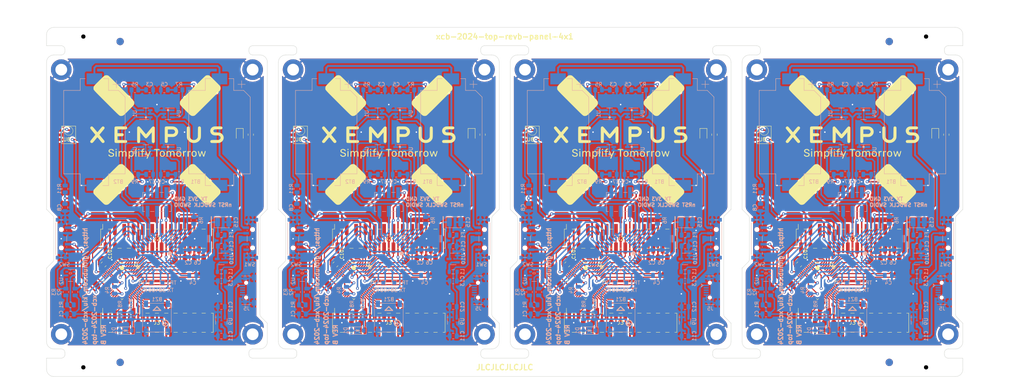
<source format=kicad_pcb>
(kicad_pcb (version 20221018) (generator pcbnew)
  (layers (0 "F.Cu" signal) (31 "B.Cu" signal) (34 "B.Paste" user) (35 "F.Paste" user) (36 "B.SilkS" user "B.Silkscreen") (37 "F.SilkS" user "F.Silkscreen") (38 "B.Mask" user) (39 "F.Mask" user) (44 "Edge.Cuts" user))
  (net 0 "")
  (net 1 "Board_0-BTN_BL")
  (net 2 "Board_0-BTN_BR")
  (net 3 "Board_0-BTN_TL")
  (net 4 "Board_0-BTN_TR")
  (net 5 "Board_0-BUZZ")
  (net 6 "Board_0-GND")
  (net 7 "Board_0-IR_RX")
  (net 8 "Board_0-IR_TX")
  (net 9 "Board_0-LCD-1A")
  (net 10 "Board_0-LCD-1B")
  (net 11 "Board_0-LCD-1C")
  (net 12 "Board_0-LCD-1D")
  (net 13 "Board_0-LCD-1E")
  (net 14 "Board_0-LCD-1F")
  (net 15 "Board_0-LCD-1G")
  (net 16 "Board_0-LCD-2A")
  (net 17 "Board_0-LCD-2B")
  (net 18 "Board_0-LCD-2C")
  (net 19 "Board_0-LCD-2D")
  (net 20 "Board_0-LCD-2E")
  (net 21 "Board_0-LCD-2F")
  (net 22 "Board_0-LCD-2G")
  (net 23 "Board_0-LCD-3A")
  (net 24 "Board_0-LCD-3B")
  (net 25 "Board_0-LCD-3C")
  (net 26 "Board_0-LCD-3D")
  (net 27 "Board_0-LCD-3E")
  (net 28 "Board_0-LCD-3F")
  (net 29 "Board_0-LCD-3G")
  (net 30 "Board_0-LCD-BP")
  (net 31 "Board_0-LCD-DP1")
  (net 32 "Board_0-LCD-DP2")
  (net 33 "Board_0-LCD_CS")
  (net 34 "Board_0-LCD_DATA")
  (net 35 "Board_0-LCD_IRQ")
  (net 36 "Board_0-LCD_WRITE")
  (net 37 "Board_0-MODE_CONF")
  (net 38 "Board_0-MODE_PLAY")
  (net 39 "Board_0-MODE_SENSOR")
  (net 40 "Board_0-Net-(BT1-+)")
  (net 41 "Board_0-Net-(BZ1--)")
  (net 42 "Board_0-Net-(C13-Pad2)")
  (net 43 "Board_0-Net-(D2-K)")
  (net 44 "Board_0-Net-(J1-Pin_1)")
  (net 45 "Board_0-Net-(J1-Pin_2)")
  (net 46 "Board_0-Net-(J1-Pin_3)")
  (net 47 "Board_0-Net-(J1-Pin_4)")
  (net 48 "Board_0-Net-(J5-VBUS)")
  (net 49 "Board_0-Net-(U1-TCH)")
  (net 50 "Board_0-Net-(U10-SW)")
  (net 51 "Board_0-Net-(U10-Vout)")
  (net 52 "Board_0-Net-(U2-VDD)")
  (net 53 "Board_0-Net-(U3-BOOT0)")
  (net 54 "Board_0-Net-(U4-TCH)")
  (net 55 "Board_0-Net-(U5-TCH)")
  (net 56 "Board_0-Net-(U6-VLCD)")
  (net 57 "Board_0-Net-(U7-TCH)")
  (net 58 "Board_0-Net-(U8-VCC)")
  (net 59 "Board_0-Net-(U9-VO)")
  (net 60 "Board_0-RX")
  (net 61 "Board_0-SCL")
  (net 62 "Board_0-SDA")
  (net 63 "Board_0-SENSOR_VCC")
  (net 64 "Board_0-STM_RESET")
  (net 65 "Board_0-SWD_CLK")
  (net 66 "Board_0-SWD_IO")
  (net 67 "Board_0-TX")
  (net 68 "Board_0-TX2")
  (net 69 "Board_0-VCC")
  (net 70 "Board_0-unconnected-(J5-D+-Pad3)")
  (net 71 "Board_0-unconnected-(J5-D--Pad2)")
  (net 72 "Board_0-unconnected-(J5-ID-Pad4)")
  (net 73 "Board_0-unconnected-(SW1-Pad4)")
  (net 74 "Board_0-unconnected-(U2-NC-Pad1)")
  (net 75 "Board_0-unconnected-(U2-NC-Pad6)")
  (net 76 "Board_0-unconnected-(U3-PF0-Pad2)")
  (net 77 "Board_0-unconnected-(U3-PF1-Pad3)")
  (net 78 "Board_0-unconnected-(U6-BZ-Pad11)")
  (net 79 "Board_0-unconnected-(U6-BZ-Pad12)")
  (net 80 "Board_0-unconnected-(U6-COM1-Pad14)")
  (net 81 "Board_0-unconnected-(U6-COM2-Pad15)")
  (net 82 "Board_0-unconnected-(U6-COM3-Pad16)")
  (net 83 "Board_0-unconnected-(U6-OSCI-Pad7)")
  (net 84 "Board_0-unconnected-(U6-OSCO-Pad6)")
  (net 85 "Board_0-unconnected-(U6-READ-Pad2)")
  (net 86 "Board_0-unconnected-(U6-SEG_00-Pad48)")
  (net 87 "Board_0-unconnected-(U6-SEG_24-Pad24)")
  (net 88 "Board_0-unconnected-(U6-SEG_25-Pad23)")
  (net 89 "Board_0-unconnected-(U6-SEG_26-Pad22)")
  (net 90 "Board_0-unconnected-(U6-SEG_27-Pad20)")
  (net 91 "Board_0-unconnected-(U6-SEG_28-Pad21)")
  (net 92 "Board_0-unconnected-(U6-SEG_29-Pad19)")
  (net 93 "Board_0-unconnected-(U6-SEG_30-Pad18)")
  (net 94 "Board_0-unconnected-(U6-SEG_31-Pad17)")
  (net 95 "Board_1-BTN_BL")
  (net 96 "Board_1-BTN_BR")
  (net 97 "Board_1-BTN_TL")
  (net 98 "Board_1-BTN_TR")
  (net 99 "Board_1-BUZZ")
  (net 100 "Board_1-GND")
  (net 101 "Board_1-IR_RX")
  (net 102 "Board_1-IR_TX")
  (net 103 "Board_1-LCD-1A")
  (net 104 "Board_1-LCD-1B")
  (net 105 "Board_1-LCD-1C")
  (net 106 "Board_1-LCD-1D")
  (net 107 "Board_1-LCD-1E")
  (net 108 "Board_1-LCD-1F")
  (net 109 "Board_1-LCD-1G")
  (net 110 "Board_1-LCD-2A")
  (net 111 "Board_1-LCD-2B")
  (net 112 "Board_1-LCD-2C")
  (net 113 "Board_1-LCD-2D")
  (net 114 "Board_1-LCD-2E")
  (net 115 "Board_1-LCD-2F")
  (net 116 "Board_1-LCD-2G")
  (net 117 "Board_1-LCD-3A")
  (net 118 "Board_1-LCD-3B")
  (net 119 "Board_1-LCD-3C")
  (net 120 "Board_1-LCD-3D")
  (net 121 "Board_1-LCD-3E")
  (net 122 "Board_1-LCD-3F")
  (net 123 "Board_1-LCD-3G")
  (net 124 "Board_1-LCD-BP")
  (net 125 "Board_1-LCD-DP1")
  (net 126 "Board_1-LCD-DP2")
  (net 127 "Board_1-LCD_CS")
  (net 128 "Board_1-LCD_DATA")
  (net 129 "Board_1-LCD_IRQ")
  (net 130 "Board_1-LCD_WRITE")
  (net 131 "Board_1-MODE_CONF")
  (net 132 "Board_1-MODE_PLAY")
  (net 133 "Board_1-MODE_SENSOR")
  (net 134 "Board_1-Net-(BT1-+)")
  (net 135 "Board_1-Net-(BZ1--)")
  (net 136 "Board_1-Net-(C13-Pad2)")
  (net 137 "Board_1-Net-(D2-K)")
  (net 138 "Board_1-Net-(J1-Pin_1)")
  (net 139 "Board_1-Net-(J1-Pin_2)")
  (net 140 "Board_1-Net-(J1-Pin_3)")
  (net 141 "Board_1-Net-(J1-Pin_4)")
  (net 142 "Board_1-Net-(J5-VBUS)")
  (net 143 "Board_1-Net-(U1-TCH)")
  (net 144 "Board_1-Net-(U10-SW)")
  (net 145 "Board_1-Net-(U10-Vout)")
  (net 146 "Board_1-Net-(U2-VDD)")
  (net 147 "Board_1-Net-(U3-BOOT0)")
  (net 148 "Board_1-Net-(U4-TCH)")
  (net 149 "Board_1-Net-(U5-TCH)")
  (net 150 "Board_1-Net-(U6-VLCD)")
  (net 151 "Board_1-Net-(U7-TCH)")
  (net 152 "Board_1-Net-(U8-VCC)")
  (net 153 "Board_1-Net-(U9-VO)")
  (net 154 "Board_1-RX")
  (net 155 "Board_1-SCL")
  (net 156 "Board_1-SDA")
  (net 157 "Board_1-SENSOR_VCC")
  (net 158 "Board_1-STM_RESET")
  (net 159 "Board_1-SWD_CLK")
  (net 160 "Board_1-SWD_IO")
  (net 161 "Board_1-TX")
  (net 162 "Board_1-TX2")
  (net 163 "Board_1-VCC")
  (net 164 "Board_1-unconnected-(J5-D+-Pad3)")
  (net 165 "Board_1-unconnected-(J5-D--Pad2)")
  (net 166 "Board_1-unconnected-(J5-ID-Pad4)")
  (net 167 "Board_1-unconnected-(SW1-Pad4)")
  (net 168 "Board_1-unconnected-(U2-NC-Pad1)")
  (net 169 "Board_1-unconnected-(U2-NC-Pad6)")
  (net 170 "Board_1-unconnected-(U3-PF0-Pad2)")
  (net 171 "Board_1-unconnected-(U3-PF1-Pad3)")
  (net 172 "Board_1-unconnected-(U6-BZ-Pad11)")
  (net 173 "Board_1-unconnected-(U6-BZ-Pad12)")
  (net 174 "Board_1-unconnected-(U6-COM1-Pad14)")
  (net 175 "Board_1-unconnected-(U6-COM2-Pad15)")
  (net 176 "Board_1-unconnected-(U6-COM3-Pad16)")
  (net 177 "Board_1-unconnected-(U6-OSCI-Pad7)")
  (net 178 "Board_1-unconnected-(U6-OSCO-Pad6)")
  (net 179 "Board_1-unconnected-(U6-READ-Pad2)")
  (net 180 "Board_1-unconnected-(U6-SEG_00-Pad48)")
  (net 181 "Board_1-unconnected-(U6-SEG_24-Pad24)")
  (net 182 "Board_1-unconnected-(U6-SEG_25-Pad23)")
  (net 183 "Board_1-unconnected-(U6-SEG_26-Pad22)")
  (net 184 "Board_1-unconnected-(U6-SEG_27-Pad20)")
  (net 185 "Board_1-unconnected-(U6-SEG_28-Pad21)")
  (net 186 "Board_1-unconnected-(U6-SEG_29-Pad19)")
  (net 187 "Board_1-unconnected-(U6-SEG_30-Pad18)")
  (net 188 "Board_1-unconnected-(U6-SEG_31-Pad17)")
  (net 189 "Board_2-BTN_BL")
  (net 190 "Board_2-BTN_BR")
  (net 191 "Board_2-BTN_TL")
  (net 192 "Board_2-BTN_TR")
  (net 193 "Board_2-BUZZ")
  (net 194 "Board_2-GND")
  (net 195 "Board_2-IR_RX")
  (net 196 "Board_2-IR_TX")
  (net 197 "Board_2-LCD-1A")
  (net 198 "Board_2-LCD-1B")
  (net 199 "Board_2-LCD-1C")
  (net 200 "Board_2-LCD-1D")
  (net 201 "Board_2-LCD-1E")
  (net 202 "Board_2-LCD-1F")
  (net 203 "Board_2-LCD-1G")
  (net 204 "Board_2-LCD-2A")
  (net 205 "Board_2-LCD-2B")
  (net 206 "Board_2-LCD-2C")
  (net 207 "Board_2-LCD-2D")
  (net 208 "Board_2-LCD-2E")
  (net 209 "Board_2-LCD-2F")
  (net 210 "Board_2-LCD-2G")
  (net 211 "Board_2-LCD-3A")
  (net 212 "Board_2-LCD-3B")
  (net 213 "Board_2-LCD-3C")
  (net 214 "Board_2-LCD-3D")
  (net 215 "Board_2-LCD-3E")
  (net 216 "Board_2-LCD-3F")
  (net 217 "Board_2-LCD-3G")
  (net 218 "Board_2-LCD-BP")
  (net 219 "Board_2-LCD-DP1")
  (net 220 "Board_2-LCD-DP2")
  (net 221 "Board_2-LCD_CS")
  (net 222 "Board_2-LCD_DATA")
  (net 223 "Board_2-LCD_IRQ")
  (net 224 "Board_2-LCD_WRITE")
  (net 225 "Board_2-MODE_CONF")
  (net 226 "Board_2-MODE_PLAY")
  (net 227 "Board_2-MODE_SENSOR")
  (net 228 "Board_2-Net-(BT1-+)")
  (net 229 "Board_2-Net-(BZ1--)")
  (net 230 "Board_2-Net-(C13-Pad2)")
  (net 231 "Board_2-Net-(D2-K)")
  (net 232 "Board_2-Net-(J1-Pin_1)")
  (net 233 "Board_2-Net-(J1-Pin_2)")
  (net 234 "Board_2-Net-(J1-Pin_3)")
  (net 235 "Board_2-Net-(J1-Pin_4)")
  (net 236 "Board_2-Net-(J5-VBUS)")
  (net 237 "Board_2-Net-(U1-TCH)")
  (net 238 "Board_2-Net-(U10-SW)")
  (net 239 "Board_2-Net-(U10-Vout)")
  (net 240 "Board_2-Net-(U2-VDD)")
  (net 241 "Board_2-Net-(U3-BOOT0)")
  (net 242 "Board_2-Net-(U4-TCH)")
  (net 243 "Board_2-Net-(U5-TCH)")
  (net 244 "Board_2-Net-(U6-VLCD)")
  (net 245 "Board_2-Net-(U7-TCH)")
  (net 246 "Board_2-Net-(U8-VCC)")
  (net 247 "Board_2-Net-(U9-VO)")
  (net 248 "Board_2-RX")
  (net 249 "Board_2-SCL")
  (net 250 "Board_2-SDA")
  (net 251 "Board_2-SENSOR_VCC")
  (net 252 "Board_2-STM_RESET")
  (net 253 "Board_2-SWD_CLK")
  (net 254 "Board_2-SWD_IO")
  (net 255 "Board_2-TX")
  (net 256 "Board_2-TX2")
  (net 257 "Board_2-VCC")
  (net 258 "Board_2-unconnected-(J5-D+-Pad3)")
  (net 259 "Board_2-unconnected-(J5-D--Pad2)")
  (net 260 "Board_2-unconnected-(J5-ID-Pad4)")
  (net 261 "Board_2-unconnected-(SW1-Pad4)")
  (net 262 "Board_2-unconnected-(U2-NC-Pad1)")
  (net 263 "Board_2-unconnected-(U2-NC-Pad6)")
  (net 264 "Board_2-unconnected-(U3-PF0-Pad2)")
  (net 265 "Board_2-unconnected-(U3-PF1-Pad3)")
  (net 266 "Board_2-unconnected-(U6-BZ-Pad11)")
  (net 267 "Board_2-unconnected-(U6-BZ-Pad12)")
  (net 268 "Board_2-unconnected-(U6-COM1-Pad14)")
  (net 269 "Board_2-unconnected-(U6-COM2-Pad15)")
  (net 270 "Board_2-unconnected-(U6-COM3-Pad16)")
  (net 271 "Board_2-unconnected-(U6-OSCI-Pad7)")
  (net 272 "Board_2-unconnected-(U6-OSCO-Pad6)")
  (net 273 "Board_2-unconnected-(U6-READ-Pad2)")
  (net 274 "Board_2-unconnected-(U6-SEG_00-Pad48)")
  (net 275 "Board_2-unconnected-(U6-SEG_24-Pad24)")
  (net 276 "Board_2-unconnected-(U6-SEG_25-Pad23)")
  (net 277 "Board_2-unconnected-(U6-SEG_26-Pad22)")
  (net 278 "Board_2-unconnected-(U6-SEG_27-Pad20)")
  (net 279 "Board_2-unconnected-(U6-SEG_28-Pad21)")
  (net 280 "Board_2-unconnected-(U6-SEG_29-Pad19)")
  (net 281 "Board_2-unconnected-(U6-SEG_30-Pad18)")
  (net 282 "Board_2-unconnected-(U6-SEG_31-Pad17)")
  (net 283 "Board_3-BTN_BL")
  (net 284 "Board_3-BTN_BR")
  (net 285 "Board_3-BTN_TL")
  (net 286 "Board_3-BTN_TR")
  (net 287 "Board_3-BUZZ")
  (net 288 "Board_3-GND")
  (net 289 "Board_3-IR_RX")
  (net 290 "Board_3-IR_TX")
  (net 291 "Board_3-LCD-1A")
  (net 292 "Board_3-LCD-1B")
  (net 293 "Board_3-LCD-1C")
  (net 294 "Board_3-LCD-1D")
  (net 295 "Board_3-LCD-1E")
  (net 296 "Board_3-LCD-1F")
  (net 297 "Board_3-LCD-1G")
  (net 298 "Board_3-LCD-2A")
  (net 299 "Board_3-LCD-2B")
  (net 300 "Board_3-LCD-2C")
  (net 301 "Board_3-LCD-2D")
  (net 302 "Board_3-LCD-2E")
  (net 303 "Board_3-LCD-2F")
  (net 304 "Board_3-LCD-2G")
  (net 305 "Board_3-LCD-3A")
  (net 306 "Board_3-LCD-3B")
  (net 307 "Board_3-LCD-3C")
  (net 308 "Board_3-LCD-3D")
  (net 309 "Board_3-LCD-3E")
  (net 310 "Board_3-LCD-3F")
  (net 311 "Board_3-LCD-3G")
  (net 312 "Board_3-LCD-BP")
  (net 313 "Board_3-LCD-DP1")
  (net 314 "Board_3-LCD-DP2")
  (net 315 "Board_3-LCD_CS")
  (net 316 "Board_3-LCD_DATA")
  (net 317 "Board_3-LCD_IRQ")
  (net 318 "Board_3-LCD_WRITE")
  (net 319 "Board_3-MODE_CONF")
  (net 320 "Board_3-MODE_PLAY")
  (net 321 "Board_3-MODE_SENSOR")
  (net 322 "Board_3-Net-(BT1-+)")
  (net 323 "Board_3-Net-(BZ1--)")
  (net 324 "Board_3-Net-(C13-Pad2)")
  (net 325 "Board_3-Net-(D2-K)")
  (net 326 "Board_3-Net-(J1-Pin_1)")
  (net 327 "Board_3-Net-(J1-Pin_2)")
  (net 328 "Board_3-Net-(J1-Pin_3)")
  (net 329 "Board_3-Net-(J1-Pin_4)")
  (net 330 "Board_3-Net-(J5-VBUS)")
  (net 331 "Board_3-Net-(U1-TCH)")
  (net 332 "Board_3-Net-(U10-SW)")
  (net 333 "Board_3-Net-(U10-Vout)")
  (net 334 "Board_3-Net-(U2-VDD)")
  (net 335 "Board_3-Net-(U3-BOOT0)")
  (net 336 "Board_3-Net-(U4-TCH)")
  (net 337 "Board_3-Net-(U5-TCH)")
  (net 338 "Board_3-Net-(U6-VLCD)")
  (net 339 "Board_3-Net-(U7-TCH)")
  (net 340 "Board_3-Net-(U8-VCC)")
  (net 341 "Board_3-Net-(U9-VO)")
  (net 342 "Board_3-RX")
  (net 343 "Board_3-SCL")
  (net 344 "Board_3-SDA")
  (net 345 "Board_3-SENSOR_VCC")
  (net 346 "Board_3-STM_RESET")
  (net 347 "Board_3-SWD_CLK")
  (net 348 "Board_3-SWD_IO")
  (net 349 "Board_3-TX")
  (net 350 "Board_3-TX2")
  (net 351 "Board_3-VCC")
  (net 352 "Board_3-unconnected-(J5-D+-Pad3)")
  (net 353 "Board_3-unconnected-(J5-D--Pad2)")
  (net 354 "Board_3-unconnected-(J5-ID-Pad4)")
  (net 355 "Board_3-unconnected-(SW1-Pad4)")
  (net 356 "Board_3-unconnected-(U2-NC-Pad1)")
  (net 357 "Board_3-unconnected-(U2-NC-Pad6)")
  (net 358 "Board_3-unconnected-(U3-PF0-Pad2)")
  (net 359 "Board_3-unconnected-(U3-PF1-Pad3)")
  (net 360 "Board_3-unconnected-(U6-BZ-Pad11)")
  (net 361 "Board_3-unconnected-(U6-BZ-Pad12)")
  (net 362 "Board_3-unconnected-(U6-COM1-Pad14)")
  (net 363 "Board_3-unconnected-(U6-COM2-Pad15)")
  (net 364 "Board_3-unconnected-(U6-COM3-Pad16)")
  (net 365 "Board_3-unconnected-(U6-OSCI-Pad7)")
  (net 366 "Board_3-unconnected-(U6-OSCO-Pad6)")
  (net 367 "Board_3-unconnected-(U6-READ-Pad2)")
  (net 368 "Board_3-unconnected-(U6-SEG_00-Pad48)")
  (net 369 "Board_3-unconnected-(U6-SEG_24-Pad24)")
  (net 370 "Board_3-unconnected-(U6-SEG_25-Pad23)")
  (net 371 "Board_3-unconnected-(U6-SEG_26-Pad22)")
  (net 372 "Board_3-unconnected-(U6-SEG_27-Pad20)")
  (net 373 "Board_3-unconnected-(U6-SEG_28-Pad21)")
  (net 374 "Board_3-unconnected-(U6-SEG_29-Pad19)")
  (net 375 "Board_3-unconnected-(U6-SEG_30-Pad18)")
  (net 376 "Board_3-unconnected-(U6-SEG_31-Pad17)")
  (footprint "Fiducial" (layer "F.Cu") (at 40 23.85)
    (fp_text reference "KiKit_FID_T_1" hide)
    (fp_text value "Fiducial" hide)
  )
  (footprint "MountingHole:MountingHole_3.2mm_M3_DIN965_Pad_TopBottom" (layer "F.Cu") (at 202 31.5005)
    (fp_text reference "H2" hide)
    (fp_text value "MountingHole_Pad")
  )
  (footprint "kiu-footprints:PinSocket_2x12_P2.54mm_Vertical_SMD_rotated" (layer "F.Cu") (at 50 100.3605)
    (fp_text reference "J3")
    (fp_text value "Conn_02x12_Odd_Even")
  )
  (footprint "MountingHole:MountingHole_3.2mm_M3_DIN965_Pad_TopBottom" (layer "F.Cu") (at 202 103.5005)
    (fp_text reference "H3" hide)
    (fp_text value "MountingHole_Pad")
  )
  (footprint "Fiducial" (layer "F.Cu") (at 249 23.85)
    (fp_text reference "KiKit_FID_T_2" hide)
    (fp_text value "Fiducial" hide)
  )
  (footprint "MountingHole:MountingHole_3.2mm_M3_DIN965_Pad_TopBottom" (layer "F.Cu") (at 150 103.5005)
    (fp_text reference "H4" hide)
    (fp_text value "MountingHole_Pad")
  )
  (footprint "NPTH" (layer "F.Cu") (at 30 22.5)
    (fp_text reference "KiKit_TO_1" hide)
    (fp_text value "NPTH" hide)
  )
  (footprint "Fiducial" (layer "F.Cu") (at 249 111.1515)
    (fp_text reference "KiKit_FID_T_4" hide)
    (fp_text value "Fiducial" hide)
  )
  (footprint "Capacitor_SMD:C_0805_2012Metric" (layer "F.Cu") (at 224.5 84.5005 -135)
    (fp_text reference "C10")
    (fp_text value "100nF")
  )
  (footprint "Resistor_SMD:R_0805_2012Metric" (layer "F.Cu") (at 264.5 49.188 90)
    (fp_text reference "R13" hide)
    (fp_text value "330")
  )
  (footprint "Resistor_SMD:R_0805_2012Metric" (layer "F.Cu") (at 138.5 49.188 90)
    (fp_text reference "R13" hide)
    (fp_text value "330")
  )
  (footprint "kiu-footprints:XEMPUS Logo 4 Touch" (layer "F.Cu") (at 113 50.5005)
    (fp_text reference "J1" hide)
    (fp_text value "Conn_01x04")
  )
  (footprint "MountingHole:MountingHole_3.2mm_M3_DIN965_Pad_TopBottom" (layer "F.Cu") (at 265 103.5005)
    (fp_text reference "H3" hide)
    (fp_text value "MountingHole_Pad")
  )
  (footprint "Resistor_SMD:R_0805_2012Metric" (layer "F.Cu") (at 201.5 49.188 90)
    (fp_text reference "R13" hide)
    (fp_text value "330")
  )
  (footprint "Capacitor_SMD:C_0805_2012Metric" (layer "F.Cu") (at 35.5 84.5005 -135)
    (fp_text reference "C10")
    (fp_text value "100nF")
  )
  (footprint "MountingHole:MountingHole_3.2mm_M3_DIN965_Pad_TopBottom" (layer "F.Cu") (at 213 103.5005)
    (fp_text reference "H4" hide)
    (fp_text value "MountingHole_Pad")
  )
  (footprint "MountingHole:MountingHole_3.2mm_M3_DIN965_Pad_TopBottom" (layer "F.Cu") (at 87 103.5005)
    (fp_text reference "H4" hide)
    (fp_text value "MountingHole_Pad")
  )
  (footprint "LED_SMD:LED_0805_2012Metric" (layer "F.Cu") (at 261.5 49.188 -90)
    (fp_text reference "D2" hide)
    (fp_text value "LED")
  )
  (footprint "NPTH" (layer "F.Cu") (at 30 112.5015)
    (fp_text reference "KiKit_TO_3" hide)
    (fp_text value "NPTH" hide)
  )
  (footprint "Package_QFP:LQFP-48_7x7mm_P0.5mm" (layer "F.Cu") (at 229.5 89.0005 -45)
    (fp_text reference "U6")
    (fp_text value "HT1621B-LQFP")
  )
  (footprint "kiu-footprints:XEMPUS Logo 4 Touch" (layer "F.Cu") (at 50 50.5005)
    (fp_text reference "J1" hide)
    (fp_text value "Conn_01x04")
  )
  (footprint "LED_SMD:LED_0805_2012Metric" (layer "F.Cu") (at 135.5 49.188 -90)
    (fp_text reference "D2" hide)
    (fp_text value "LED")
  )
  (footprint "kiu-footprints:IRM-H638J7" (layer "F.Cu") (at 26 49.2505)
    (fp_text reference "U8")
    (fp_text value "IRM-H638J7")
  )
  (footprint "kiu-footprints:PinSocket_2x12_P2.54mm_Vertical_SMD_rotated" (layer "F.Cu") (at 239 77.5005)
    (fp_text reference "J2")
    (fp_text value "Conn_02x12_Odd_Even")
  )
  (footprint "kiu-footprints:PinSocket_2x12_P2.54mm_Vertical_SMD_rotated" (layer "F.Cu") (at 113 77.5005)
    (fp_text reference "J2")
    (fp_text value "Conn_02x12_Odd_Even")
  )
  (footprint "kiu-footprints:IRM-H638J7" (layer "F.Cu") (at 215 49.2505)
    (fp_text reference "U8")
    (fp_text value "IRM-H638J7")
  )
  (footprint "kiu-footprints:PinSocket_2x12_P2.54mm_Vertical_SMD_rotated" (layer "F.Cu") (at 50 77.5005)
    (fp_text reference "J2")
    (fp_text value "Conn_02x12_Odd_Even")
  )
  (footprint "kiu-footprints:IRM-H638J7" (layer "F.Cu") (at 152 49.2505)
    (fp_text reference "U8")
    (fp_text value "IRM-H638J7")
  )
  (footprint "NPTH" (layer "F.Cu") (at 259 112.5015)
    (fp_text reference "KiKit_TO_4" hide)
    (fp_text value "NPTH" hide)
  )
  (footprint "MountingHole:MountingHole_3.2mm_M3_DIN965_Pad_TopBottom" (layer "F.Cu") (at 76 31.5005)
    (fp_text reference "H2" hide)
    (fp_text value "MountingHole_Pad")
  )
  (footprint "kiu-footprints:PinSocket_2x12_P2.54mm_Vertical_SMD_rotated" (layer "F.Cu") (at 176 77.5005)
    (fp_text reference "J2")
    (fp_text value "Conn_02x12_Odd_Even")
  )
  (footprint "Fiducial" (layer "F.Cu") (at 40 111.1515)
    (fp_text reference "KiKit_FID_T_3" hide)
    (fp_text value "Fiducial" hide)
  )
  (footprint "Resistor_SMD:R_0805_2012Metric" (layer "F.Cu") (at 75.5 49.188 90)
    (fp_text reference "R13" hide)
    (fp_text value "330")
  )
  (footprint "kiu-footprints:PinSocket_2x12_P2.54mm_Vertical_SMD_rotated" (layer "F.Cu") (at 113 100.3605)
    (fp_text reference "J3")
    (fp_text value "Conn_02x12_Odd_Even")
  )
  (footprint "MountingHole:MountingHole_3.2mm_M3_DIN965_Pad_TopBottom" (layer "F.Cu") (at 76 103.5005)
    (fp_text reference "H3" hide)
    (fp_text value "MountingHole_Pad")
  )
  (footprint "LED_SMD:LED_0805_2012Metric" (layer "F.Cu") (at 72.5 49.188 -90)
    (fp_text reference "D2" hide)
    (fp_text value "LED")
  )
  (footprint "LED_SMD:LED_0805_2012Metric" (layer "F.Cu") (at 198.5 49.188 -90)
    (fp_text reference "D2" hide)
    (fp_text value "LED")
  )
  (footprint "MountingHole:MountingHole_3.2mm_M3_DIN965_Pad_TopBottom" (layer "F.Cu") (at 150 31.5005)
    (fp_text reference "H1" hide)
    (fp_text value "MountingHole_Pad")
  )
  (footprint "Capacitor_SMD:C_0805_2012Metric" (layer "F.Cu") (at 98.5 84.5005 -135)
    (fp_text reference "C10")
    (fp_text value "100nF")
  )
  (footprint "MountingHole:MountingHole_3.2mm_M3_DIN965_Pad_TopBottom" (layer "F.Cu") (at 265 31.5005)
    (fp_text reference "H2" hide)
    (fp_text value "MountingHole_Pad")
  )
  (footprint "kiu-footprints:XEMPUS Logo 4 Touch" (layer "F.Cu") (at 239 50.5005)
    (fp_text reference "J1" hide)
    (fp_text value "Conn_01x04")
  )
  (footprint "MountingHole:MountingHole_3.2mm_M3_DIN965_Pad_TopBottom" (layer "F.Cu") (at 139 31.5005)
    (fp_text reference "H2" hide)
    (fp_text value "MountingHole_Pad")
  )
  (footprint "MountingHole:MountingHole_3.2mm_M3_DIN965_Pad_TopBottom" (layer "F.Cu") (at 24 103.5005)
    (fp_text reference "H4" hide)
    (fp_text value "MountingHole_Pad")
  )
  (footprint "kiu-footprints:IRM-H638J7" (layer "F.Cu") (at 89 49.2505)
    (fp_text reference "U8")
    (fp_text value "IRM-H638J7")
  )
  (footprint "Package_QFP:LQFP-48_7x7mm_P0.5mm" (layer "F.Cu") (at 103.5 89.0005 -45)
    (fp_text reference "U6")
    (fp_text value "HT1621B-LQFP")
  )
  (footprint "MountingHole:MountingHole_3.2mm_M3_DIN965_Pad_TopBottom" (layer "F.Cu") (at 213 31.5005)
    (fp_text reference "H1" hide)
    (fp_text value "MountingHole_Pad")
  )
  (footprint "MountingHole:MountingHole_3.2mm_M3_DIN965_Pad_TopBottom" (layer "F.Cu") (at 139 103.5005)
    (fp_text reference "H3" hide)
    (fp_text value "MountingHole_Pad")
  )
  (footprint "MountingHole:MountingHole_3.2mm_M3_DIN965_Pad_TopBottom" (layer "F.Cu") (at 24 31.5005)
    (fp_text reference "H1" hide)
    (fp_text value "MountingHole_Pad")
  )
  (footprint "Capacitor_SMD:C_0805_2012Metric" (layer "F.Cu") (at 161.5 84.5005 -135)
    (fp_text reference "C10")
    (fp_text value "100nF")
  )
  (footprint "Package_QFP:LQFP-48_7x7mm_P0.5mm" (layer "F.Cu") (at 40.5 89.0005 -45)
    (fp_text reference "U6")
    (fp_text value "HT1621B-LQFP")
  )
  (footprint "kiu-footprints:XEMPUS Logo 4 Touch" (layer "F.Cu") (at 176 50.5005)
    (fp_text reference "J1" hide)
    (fp_text value "Conn_01x04")
  )
  (footprint "kiu-footprints:PinSocket_2x12_P2.54mm_Vertical_SMD_rotated" (layer "F.Cu") (at 176 100.3605)
    (fp_text reference "J3")
    (fp_text value "Conn_02x12_Odd_Even")
  )
  (footprint "MountingHole:MountingHole_3.2mm_M3_DIN965_Pad_TopBottom" (layer "F.Cu") (at 87 31.5005)
    (fp_text reference "H1" hide)
    (fp_text value "MountingHole_Pad")
  )
  (footprint "NPTH" (layer "F.Cu") (at 259 22.5)
    (fp_text reference "KiKit_TO_2" hide)
    (fp_text value "NPTH" hide)
  )
  (footprint "kiu-footprints:PinSocket_2x12_P2.54mm_Vertical_SMD_rotated" (layer "F.Cu") (at 239 100.3605)
    (fp_text reference "J3")
    (fp_text value "Conn_02x12_Odd_Even")
  )
  (footprint "Package_QFP:LQFP-48_7x7mm_P0.5mm" (layer "F.Cu") (at 166.5 89.0005 -45)
    (fp_text reference "U6")
    (fp_text value "HT1621B-LQFP")
  )
  (footprint "Capacitor_SMD:C_0805_2012Metric" (layer "B.Cu") (at 215.5 98.0005)
    (fp_text reference "C1")
    (fp_text value "10uF")
  )
  (footprint "Resistor_SMD:R_0805_2012Metric" (layer "B.Cu") (at 214.25 92.0005 -90)
    (fp_text reference "R3")
    (fp_text value "4k7")
  )
  (footprint "Capacitor_SMD:C_0805_2012Metric" (layer "B.Cu") (at 247.5 81.5005 -90)
    (fp_text reference "C2")
    (fp_text value "10uF")
  )
  (footprint "Fuse:Fuse_0805_2012Metric" (layer "B.Cu") (at 67.5 76.5005 180)
    (fp_text reference "F1")
    (fp_text value "Polyfuse")
  )
  (footprint "Capacitor_SMD:C_0805_2012Metric" (layer "B.Cu") (at 193.5 89.0005)
    (fp_text reference "C13")
    (fp_text value "10uF")
  )
  (footprint "kiu-footprints:PinSocket_2x03_P2.54mm_Vertical_SMD_rotated" (layer "B.Cu") (at 176 67.5005 180)
    (fp_text reference "J4")
    (fp_text value "Conn_02x03_Odd_Even")
  )
  (footprint "Resistor_SMD:R_0805_2012Metric" (layer "B.Cu") (at 152.5 95.5005)
    (fp_text reference "R1")
    (fp_text value "330")
  )
  (footprint "kiu-footprints:SW_SP3T_SSSS812201" (layer "B.Cu") (at 24.325 77.5005 90)
    (fp_text reference "SW2")
    (fp_text value "SW_SP3T")
  )
  (footprint "kiu-footprints:SOT-23-6_rotated" (layer "B.Cu") (at 110 53.5005 -90)
    (fp_text reference "U5")
    (fp_text value "TC233A")
  )
  (footprint "Capacitor_SMD:C_0805_2012Metric" (layer "B.Cu") (at 237 37.0005 180)
    (fp_text reference "C3")
    (fp_text value "22pF")
  )
  (footprint "Resistor_SMD:R_0805_2012Metric" (layer "B.Cu") (at 25.25 92.0005 -90)
    (fp_text reference "R3")
    (fp_text value "4k7")
  )
  (footprint "Capacitor_SMD:C_0805_2012Metric" (layer "B.Cu") (at 130.5 89.0005)
    (fp_text reference "C13")
    (fp_text value "10uF")
  )
  (footprint "Resistor_SMD:R_0805_2012Metric" (layer "B.Cu") (at 26.5 95.5005)
    (fp_text reference "R1")
    (fp_text value "330")
  )
  (footprint "Capacitor_SMD:C_0805_2012Metric" (layer "B.Cu") (at 67.5 79.5005 180)
    (fp_text reference "C14")
    (fp_text value "10uF")
  )
  (footprint "kiu-footprints:AHT20" (layer "B.Cu") (at 215.5 87.5005)
    (fp_text reference "U2")
    (fp_text value "AHT20")
  )
  (footprint "Capacitor_SMD:C_0805_2012Metric" (layer "B.Cu") (at 67.5 89.0005)
    (fp_text reference "C13")
    (fp_text value "10uF")
  )
  (footprint "Capacitor_SMD:C_0805_2012Metric" (layer "B.Cu") (at 26.5 98.0005)
    (fp_text reference "C1")
    (fp_text value "10uF")
  )
  (footprint "Capacitor_SMD:C_0805_2012Metric" (layer "B.Cu") (at 256.5 96.0005)
    (fp_text reference "C12")
    (fp_text value "10uF")
  )
  (footprint "Resistor_SMD:R_0805_2012Metric" (layer "B.Cu") (at 233 37.0005)
    (fp_text reference "R5")
    (fp_text value "4k7")
  )
  (footprint "Capacitor_SMD:C_0805_2012Metric" (layer "B.Cu") (at 174 60.0005 180)
    (fp_text reference "C7")
    (fp_text value "22pF")
  )
  (footprint "Diode_SMD:D_SOD-123" (layer "B.Cu") (at 104.5 102.5005 180)
    (fp_text reference "D1")
    (fp_text value "D_Schottky")
  )
  (footprint "kiu-footprints:BatteryHolder_CR2032-BS-6-1" (layer "B.Cu") (at 130 48.5005 90)
    (fp_text reference "BT1")
    (fp_text value "Battery_Cell")
  )
  (footprint "kiu-footprints:MLT-7525" (layer "B.Cu") (at 239 99.0005 90)
    (fp_text reference "BZ1")
    (fp_text value "Buzzer")
  )
  (footprint "Resistor_SMD:R_0805_2012Metric" (layer "B.Cu") (at 153.75 92.0005 -90)
    (fp_text reference "R2")
    (fp_text value "4k7")
  )
  (footprint "kiu-footprints:SOT-23-6_rotated" (layer "B.Cu") (at 242 53.5005 90)
    (fp_text reference "U7")
    (fp_text value "TC233A")
  )
  (footprint "Diode_SMD:D_SOD-123" (layer "B.Cu") (at 167.5 102.5005 180)
    (fp_text reference "D1")
    (fp_text value "D_Schottky")
  )
  (footprint "Resistor_SMD:R_0805_2012Metric" (layer "B.Cu") (at 56 60.0005 180)
    (fp_text reference "R12")
    (fp_text value "4k7")
  )
  (footprint "Resistor_SMD:R_0805_2012Metric" (layer "B.Cu") (at 101.5 91.5005 -90)
    (fp_text reference "R4")
    (fp_text value "330")
  )
  (footprint "Inductor_SMD:L_0805_2012Metric" (layer "B.Cu") (at 130.5 86.5005 180)
    (fp_text reference "L1")
    (fp_text value "2.2uH")
  )
  (footprint "Resistor_SMD:R_0805_2012Metric" (layer "B.Cu") (at 232 98.5005 -90)
    (fp_text reference "R10")
    (fp_text value "330")
  )
  (footprint "Capacitor_SMD:C_0805_2012Metric" (layer "B.Cu") (at 256.5 104.0005)
    (fp_text reference "C11")
    (fp_text value "10uF")
  )
  (footprint "Resistor_SMD:R_0805_2012Metric" (layer "B.Cu") (at 103 98.5005 90)
    (fp_text reference "R8")
    (fp_text value "330")
  )
  (footprint "Fiducial" (layer "B.Cu") (at 40 23.85)
    (fp_text reference "KiKit_FID_B_1" hide)
    (fp_text value "Fiducial" hide)
  )
  (footprint "kiu-footprints:SOT-23-6_rotated" (layer "B.Cu") (at 53 53.5005 90)
    (fp_text reference "U7")
    (fp_text value "TC233A")
  )
  (footprint "Capacitor_SMD:C_0805_2012Metric" (layer "B.Cu") (at 193.5 104.0005)
    (fp_text reference "C11")
    (fp_text value "10uF")
  )
  (footprint "Capacitor_SMD:C_0805_2012Metric" (layer "B.Cu") (at 187 81.5005 -90)
    (fp_text reference "C6")
    (fp_text value "100nF")
  )
  (footprint "Resistor_SMD:R_0805_2012Metric" (layer "B.Cu") (at 170 60.0005)
    (fp_text reference "R9")
    (fp_text value "4k7")
  )
  (footprint "kiu-footprints:BatteryHolder_CR2032-BS-6-1" (layer "B.Cu") (at 159 48.5005 90)
    (fp_text reference "BT2")
    (fp_text value "Battery_Cell")
  )
  (footprint "Capacitor_SMD:C_0805_2012Metric" (layer "B.Cu") (at 88 69.0005 90)
    (fp_text reference "C8")
    (fp_text value "2.2nF")
  )
  (footprint "kiu-footprints:USB_Micro_MICRO QTZB5.5_C2681557" (layer "B.Cu") (at 74.8475 91.5005 -90)
    (fp_text reference "J5")
    (fp_text value "USB_B_Micro")
  )
  (footprint "kiu-footprints:SOT-23-6_rotated" (layer "B.Cu") (at 47 43.5005 -90)
    (fp_text reference "U1")
    (fp_text value "TC233A")
  )
  (footprint "Capacitor_SMD:C_0805_2012Metric" (layer "B.Cu") (at 184.5 81.5005 -90)
    (fp_text reference "C2")
    (fp_text value "10uF")
  )
  (footprint "kiu-footprints:SW_SP3T_SSSS812201" (layer "B.Cu") (at 264.675 77.5005 -90)
    (fp_text reference "SW1")
    (fp_text value "SW_SP3T")
  )
  (footprint "kiu-footprints:PinSocket_2x03_P2.54mm_Vertical_SMD_rotated" (layer "B.Cu") (at 239 67.5005 180)
    (fp_text reference "J4")
    (fp_text value "Conn_02x03_Odd_Even")
  )
  (footprint "Capacitor_SMD:C_0805_2012Metric" (layer "B.Cu") (at 130.5 104.0005)
    (fp_text reference "C11")
    (fp_text value "10uF")
  )
  (footprint "Package_TO_SOT_SMD:SOT-23-3" (layer "B.Cu") (at 130.5 83.0005 180)
    (fp_text reference "U10")
    (fp_text value "BL8536")
  )
  (footprint "Fiducial" (layer "B.Cu") (at 249 111.1515)
    (fp_text reference "KiKit_FID_B_4" hide)
    (fp_text value "Fiducial" hide)
  )
  (footprint "Package_TO_SOT_SMD:SOT-23-3" (layer "B.Cu") (at 256.5 83.0005 180)
    (fp_text reference "U10")
    (fp_text value "BL8536")
  )
  (footprint "Resistor_SMD:R_0805_2012Metric" (layer "B.Cu") (at 227.5 91.5005 -90)
    (fp_text reference "R4")
    (fp_text value "330")
  )
  (footprint "Capacitor_SMD:C_0805_2012Metric" (layer "B.Cu") (at 124 81.5005 -90)
    (fp_text reference "C6")
    (fp_text value "100nF")
  )
  (footprint "Resistor_SMD:R_0805_2012Metric" (layer "B.Cu") (at 88.05 63.9505 90)
    (fp_text reference "R11")
    (fp_text value "47R")
  )
  (footprint "Resistor_SMD:R_0805_2012Metric" (layer "B.Cu") (at 44 60.0005)
    (fp_text reference "R9")
    (fp_text value "4k7")
  )
  (footprint "Resistor_SMD:R_0805_2012Metric" (layer "B.Cu") (at 119 60.0005 180)
    (fp_text reference "R12")
    (fp_text value "4k7")
  )
  (footprint "Resistor_SMD:R_0805_2012Metric" (layer "B.Cu") (at 43 98.5005 -90)
    (fp_text reference "R10")
    (fp_text value "330")
  )
  (footprint "kiu-footprints:SOT-23-6_rotated" (layer "B.Cu") (at 47 53.5005 -90)
    (fp_text reference "U5")
    (fp_text value "TC233A")
  )
  (footprint "Resistor_SMD:R_0805_2012Metric" (layer "B.Cu") (at 182 37.0005 180)
    (fp_text reference "R7")
    (fp_text value "4k7")
  )
  (footprint "Resistor_SMD:R_0805_2012Metric" (layer "B.Cu") (at 123 72.5005 90)
    (fp_text reference "R6")
    (fp_text value "4k7")
  )
  (footprint "Package_TO_SOT_SMD:SOT-23-3" (layer "B.Cu") (at 256.5 100.0005 -90)
    (fp_text reference "U9")
    (fp_text value "LR6206B-U33")
  )
  (footprint "kiu-footprints:SW_SP3T_SSSS812201" (layer "B.Cu") (at 213.325 77.5005 90)
    (fp_text reference "SW2")
    (fp_text value "SW_SP3T")
  )
  (footprint "Package_TO_SOT_SMD:SOT-23-3" (layer "B.Cu") (at 193.5 100.0005 -90)
    (fp_text reference "U9")
    (fp_text value "LR6206B-U33")
  )
  (footprint "kiu-footprints:USB_Micro_MICRO QTZB5.5_C2681557" (layer "B.Cu") (at 263.8475 91.5005 -90)
    (fp_text reference "J5")
    (fp_text value "USB_B_Micro")
  )
  (footprint "Resistor_SMD:R_0805_2012Metric" (layer "B.Cu") (at 164.5 91.5005 -90)
    (fp_text reference "R4")
    (fp_text value "330")
  )
  (footprint "Package_TO_SOT_SMD:SOT-23-3" (layer "B.Cu") (at 130.5 100.0005 -90)
    (fp_text reference "U9")
    (fp_text value "LR6206B-U33")
  )
  (footprint "Package_QFP:LQFP-32_7x7mm_P0.8mm" (layer "B.Cu") (at 176 81.5005 135)
    (fp_text reference "U3")
    (fp_text value "STM32F030K6Tx")
  )
  (footprint "Resistor_SMD:R_0805_2012Metric" (layer "B.Cu") (at 249 72.5005 90)
    (fp_text reference "R6")
    (fp_text value "4k7")
  )
  (footprint "Package_QFP:LQFP-32_7x7mm_P0.8mm" (layer "B.Cu") (at 50 81.5005 135)
    (fp_text reference "U3")
    (fp_text value "STM32F030K6Tx")
  )
  (footprint "kiu-footprints:SOT-23-6_rotated" (layer "B.Cu") (at 179 53.5005 90)
    (fp_text reference "U7")
    (fp_text value "TC233A")
  )
  (footprint "kiu-footprints:SOT-23-6_rotated" (layer "B.Cu") (at 53 43.5005 90)
    (fp_text reference "U4")
    (fp_text value "TC233A")
  )
  (footprint "TestPoint:TestPoint_Pad_1.0x1.0mm" (layer "B.Cu") (at 237.5 89.5005 -90)
    (fp_text reference "TP1")
    (fp_text value "TestPoint")
  )
  (footprint "kiu-footprints:MLT-7525" (layer "B.Cu") (at 113 99.0005 90)
    (fp_text reference "BZ1")
    (fp_text value "Buzzer")
  )
  (footprint "Diode_SMD:D_SOD-123" (layer "B.Cu") (at 230.5 102.5005 180)
    (fp_text reference "D1")
    (fp_text value "D_Schottky")
  )
  (footprint "Capacitor_SMD:C_0805_2012Metric" (layer "B.Cu") (at 256.5 79.5005 180)
    (fp_text reference "C14")
    (fp_text value "10uF")
  )
  (footprint "kiu-footprints:BatteryHolder_CR2032-BS-6-1" (layer "B.Cu") (at 33 48.5005 90)
    (fp_text reference "BT2")
    (fp_text value "Battery_Cell")
  )
  (footprint "Package_TO_SOT_SMD:SOT-23-3" (layer "B.Cu") (at 67.5 100.0005 -90)
    (fp_text reference "U9")
    (fp_text value "LR6206B-U33")
  )
  (footprint "Resistor_SMD:R_0805_2012Metric" (layer "B.Cu") (at 151.25 92.0005 -90)
    (fp_text reference "R3")
    (fp_text value "4k7")
  )
  (footprint "Resistor_SMD:R_0805_2012Metric" (layer "B.Cu") (at 40 98.5005 90)
    (fp_text reference "R8")
    (fp_text value "330")
  )
  (footprint "Package_TO_SOT_SMD:SOT-23-3" (layer "B.Cu") (at 193.5 83.0005 180)
    (fp_text reference "U10")
    (fp_text value "BL8536")
  )
  (footprint "Resistor_SMD:R_0805_2012Metric" (layer "B.Cu") (at 88.25 92.0005 -90)
    (fp_text reference "R3")
    (fp_text value "4k7")
  )
  (footprint "kiu-footprints:USB_Micro_MICRO QTZB5.5_C2681557" (layer "B.Cu") (at 200.8475 91.5005 -90)
    (fp_text reference "J5")
    (fp_text value "USB_B_Micro")
  )
  (footprint "Diode_SMD:D_SOD-123" (layer "B.Cu") (at 41.5 102.5005 180)
    (fp_text reference "D1")
    (fp_text value "D_Schottky")
  )
  (footprint "Resistor_SMD:R_0805_2012Metric" (layer "B.Cu") (at 89.5 95.5005)
    (fp_text reference "R1")
    (fp_text value "330")
  )
  (footprint "kiu-footprints:SOT-23-6_rotated" (layer "B.Cu") (at 110 43.5005 -90)
    (fp_text reference "U1")
    (fp_text value "TC233A")
  )
  (footprint "kiu-footprints:SOT-23-6_rotated" (layer "B.Cu") (at 173 43.5005 -90)
    (fp_text reference "U1")
    (fp_text value "TC233A")
  )
  (footprint "kiu-footprints:SW_SP3T_SSSS812201" (layer "B.Cu") (at 138.675 77.5005 -90)
    (fp_text reference "SW1")
    (fp_text value "SW_SP3T")
  )
  (footprint "Capacitor_SMD:C_0805_2012Metric" (layer "B.Cu") (at 130.5 96.0005)
    (fp_text reference "C12")
    (fp_text value "10uF")
  )
  (footprint "Capacitor_SMD:C_0805_2012Metric" (layer "B.Cu") (at 25 69.0005 90)
    (fp_text reference "C8")
    (fp_text value "2.2nF")
  )
  (footprint "kiu-footprints:SOT-23-6_rotated" (layer "B.Cu") (at 242 43.5005 90)
    (fp_text reference "U4")
    (fp_text value "TC233A")
  )
  (footprint "Capacitor_SMD:C_0805_2012Metric" (layer "B.Cu") (at 115 60.0005)
    (fp_text reference "C9")
    (fp_text value "22pF")
  )
  (footprint "Resistor_SMD:R_0805_2012Metric" (layer "B.Cu") (at 107 60.0005)
    (fp_text reference "R9")
    (fp_text value "4k7")
  )
  (footprint "kiu-footprints:SOT-23-6_rotated" (layer "B.Cu") (at 236 53.5005 -90)
    (fp_text reference "U5")
    (fp_text value "TC233A")
  )
  (footprint "kiu-footprints:PinSocket_2x03_P2.54mm_Vertical_SMD_rotated" (layer "B.Cu") (at 113 67.5005 180)
    (fp_text reference "J4")
    (fp_text value "Conn_02x03_Odd_Even")
  )
  (footprint "TestPoint:TestPoint_Pad_1.0x1.0mm" (layer "B.Cu") (at 174.5 89.5005 -90)
    (fp_text reference "TP1")
    (fp_text value "TestPoint")
  )
  (footprint "kiu-footprints:SOT-23-6_rotated" (layer "B.Cu") (at 179 43.5005 90)
    (fp_text reference "U4")
    (fp_text value "TC233A")
  )
  (footprint "Inductor_SMD:L_0805_2012Metric" (layer "B.Cu") (at 256.5 86.5005 180)
    (fp_text reference "L1")
    (fp_text value "2.2uH")
  )
  (footprint "Resistor_SMD:R_0805_2012Metric" (layer "B.Cu") (at 170 37.0005)
    (fp_text reference "R5")
    (fp_text value "4k7")
  )
  (footprint "Capacitor_SMD:C_0805_2012Metric" (layer "B.Cu") (at 193.5 96.0005)
    (fp_text reference "C12")
    (fp_text value "10uF")
  )
  (footprint "Capacitor_SMD:C_0805_2012Metric" (layer "B.Cu") (at 59.75 87.5005 180)
    (fp_text reference "C4")
    (fp_text value "100nF")
  )
  (footprint "Capacitor_SMD:C_0805_2012Metric" (layer "B.Cu") (at 214 69.0005 90)
    (fp_text reference "C8")
    (fp_text value "2.2nF")
  )
  (footprint "Capacitor_SMD:C_0805_2012Metric" (layer "B.Cu") (at 241 60.0005)
    (fp_text reference "C9")
    (fp_text value "22pF")
  )
  (footprint "Fiducial" (layer "B.Cu") (at 249 23.85)
    (fp_text reference "KiKit_FID_B_2" hide)
    (fp_text value "Fiducial" hide)
  )
  (footprint "Capacitor_SMD:C_0805_2012Metric" (layer "B.Cu") (at 174 37.0005 180)
    (fp_text reference "C3")
    (fp_text value "22pF")
  )
  (footprint "Resistor_SMD:R_0805_2012Metric" (layer "B.Cu") (at 214.05 63.9505 90)
    (fp_text reference "R11")
    (fp_text value "47R")
  )
  (footprint "TestPoint:TestPoint_Pad_1.0x1.0mm" (layer "B.Cu") (at 240.5 89.5005 -90)
    (fp_text reference "TP2")
    (fp_text value "TestPoint")
  )
  (footprint "Capacitor_SMD:C_0805_2012Metric" (layer "B.Cu") (at 237 60.0005 180)
    (fp_text reference "C7")
    (fp_text value "22pF")
  )
  (footprint "Capacitor_SMD:C_0805_2012Metric" (layer "B.Cu") (at 121.5 81.5005 -90)
    (fp_text reference "C2")
    (fp_text value "10uF")
  )
  (footprint "TestPoint:TestPoint_Pad_1.0x1.0mm" (layer "B.Cu") (at 114.5 89.5005 -90)
    (fp_text reference "TP2")
    (fp_text value "TestPoint")
  )
  (footprint "Fuse:Fuse_0805_2012Metric" (layer "B.Cu") (at 193.5 76.5005 180)
    (fp_text reference "F1")
    (fp_text value "Polyfuse")
  )
  (footprint "Resistor_SMD:R_0805_2012Metric" (layer "B.Cu") (at 216.75 92.0005 -90)
    (fp_text reference "R2")
    (fp_text value "4k7")
  )
  (footprint "kiu-footprints:BatteryHolder_CR2032-BS-6-1" (layer "B.Cu") (at 193 48.5005 90)
    (fp_text reference "BT1")
    (fp_text value "Battery_Cell")
  )
  (footprint "Resistor_SMD:R_0805_2012Metric" (layer "B.Cu") (at 107 37.0005)
    (fp_text reference "R5")
    (fp_text value "4k7")
  )
  (footprint "Resistor_SMD:R_0805_2012Metric" (layer "B.Cu") (at 25.05 63.9505 90)
    (fp_text reference "R11")
    (fp_text value "47R")
  )
  (footprint "Resistor_SMD:R_0805_2012Metric" (layer "B.Cu") (at 182 60.0005 180)
    (fp_text reference "R12")
    (fp_text value "4k7")
  )
  (footprint "Capacitor_SMD:C_0805_2012Metric" (layer "B.Cu") (at 130.5 79.5005 180)
    (fp_text reference "C14")
    (fp_text value "10uF")
  )
  (footprint "Package_QFP:LQFP-32_7x7mm_P0.8mm" (layer "B.Cu") (at 239 81.5005 135)
    (fp_text reference "U3")
    (fp_text value "STM32F030K6Tx")
  )
  (footprint "Fiducial" (layer "B.Cu") (at 40 111.1515)
    (fp_text reference "KiKit_FID_B_3" hide)
    (fp_text value "Fiducial" hide)
  )
  (footprint "Capacitor_SMD:C_0805_2012Metric" (layer "B.Cu") (at 67.5 104.0005)
    (fp_text reference "C11")
    (fp_text value "10uF")
  )
  (footprint "kiu-footprints:SW_SP3T_SSSS812201" (layer "B.Cu") (at 201.675 77.5005 -90)
    (fp_text reference "SW1")
    (fp_text value "SW_SP3T")
  )
  (footprint "Inductor_SMD:L_0805_2012Metric" (layer "B.Cu") (at 67.5 86.5005 180)
    (fp_text reference "L1")
    (fp_text value "2.2uH")
  )
  (footprint "kiu-footprints:CP_EIA-3528-21_Kemet-B_rotated" (layer "B.Cu") (at 131 73.0005 180)
    (fp_text reference "C15")
    (fp_text value "100uF")
  )
  (footprint "Capacitor_SMD:C_0805_2012Metric" (layer "B.Cu") (at 52 37.0005)
    (fp_text reference "C5")
    (fp_text value "22pF")
  )
  (footprint "kiu-footprints:AHT20" (layer "B.Cu") (at 152.5 87.5005)
    (fp_text reference "U2")
    (fp_text value "AHT20")
  )
  (footprint "Capacitor_SMD:C_0805_2012Metric" (layer "B.Cu") (at 67.5 96.0005)
    (fp_text reference "C12")
    (fp_text value "10uF")
  )
  (footprint "Resistor_SMD:R_0805_2012Metric" (layer "B.Cu") (at 166 98.5005 90)
    (fp_text reference "R8")
    (fp_text value "330")
  )
  (footprint "kiu-footprints:AHT20" (layer "B.Cu") (at 26.5 87.5005)
    (fp_text reference "U2")
    (fp_text value "AHT20")
  )
  (footprint "Resistor_SMD:R_0805_2012Metric" (layer "B.Cu") (at 233 60.0005)
    (fp_text reference "R9")
    (fp_text value "4k7")
  )
  (footprint "Resistor_SMD:R_0805_2012Metric" (layer "B.Cu") (at 229 98.5005 90)
    (fp_text reference "R8")
    (fp_text value "330")
  )
  (footprint "Capacitor_SMD:C_0805_2012Metric" (layer "B.Cu") (at 89.5 98.0005)
    (fp_text reference "C1")
    (fp_text value "10uF")
  )
  (footprint "TestPoint:TestPoint_Pad_1.0x1.0mm" (layer "B.Cu") (at 177.5 89.5005 -90)
    (fp_text reference "TP2")
    (fp_text value "TestPoint")
  )
  (footprint "kiu-footprints:SOT-23-6_rotated" (layer "B.Cu") (at 116 43.5005 90)
    (fp_text reference "U4")
    (fp_text value "TC233A")
  )
  (footprint "kiu-footprints:MLT-7525" (layer "B.Cu") (at 176 99.0005 90)
    (fp_text reference "BZ1")
    (fp_text value "Buzzer")
  )
  (footprint "Resistor_SMD:R_0805_2012Metric" (layer "B.Cu") (at 106 98.5005 -90)
    (fp_text reference "R10")
    (fp_text value "330")
  )
  (footprint "Capacitor_SMD:C_0805_2012Metric" (layer "B.Cu") (at 48 60.0005 180)
    (fp_text reference "C7")
    (fp_text value "22pF")
  )
  (footprint "Capacitor_SMD:C_0805_2012Metric" (layer "B.Cu") (at 248.75 87.5005 180)
    (fp_text reference "C4")
    (fp_text value "100nF")
  )
  (footprint "kiu-footprints:SOT-23-6_rotated" (layer "B.Cu") (at 236 43.5005 -90)
    (fp_text reference "U1")
    (fp_text value "TC233A")
  )
  (footprint "Resistor_SMD:R_0805_2012Metric" (layer "B.Cu") (at 169 98.5005 -90)
    (fp_text reference "R10")
    (fp_text value "330")
  )
  (footprint "Capacitor_SMD:C_0805_2012Metric" (layer "B.Cu") (at 111 37.0005 180)
    (fp_text reference "C3")
    (fp_text value "22pF")
  )
  (footprint "Resistor_SMD:R_0805_2012Metric" (layer "B.Cu") (at 245 37.0005 180)
    (fp_text reference "R7")
    (fp_text value "4k7")
  )
  (footprint "Resistor_SMD:R_0805_2012Metric" (layer "B.Cu") (at 56 37.0005 180)
    (fp_text reference "R7")
    (fp_text value "4k7")
  )
  (footprint "Capacitor_SMD:C_0805_2012Metric" (layer "B.Cu") (at 178 37.0005)
    (fp_text reference "C5")
    (fp_text value "22pF")
  )
  (footprint "Resistor_SMD:R_0805_2012Metric" (layer "B.Cu") (at 186 72.5005 90)
    (fp_text reference "R6")
    (fp_text value "4k7")
  )
  (footprint "kiu-footprints:BatteryHolder_CR2032-BS-6-1" (layer "B.Cu") (at 96 48.5005 90)
    (fp_text reference "BT2")
    (fp_text value "Battery_Cell")
  )
  (footprint "Capacitor_SMD:C_0805_2012Metric" (layer "B.Cu") (at 122.75 87.5005 180)
    (fp_text reference "C4")
    (fp_text value "100nF")
  )
  (footprint "Fuse:Fuse_0805_2012Metric" (layer "B.Cu") (at 256.5 76.5005 180)
    (fp_text reference "F1")
    (fp_text value "Polyfuse")
  )
  (footprint "kiu-footprints:BatteryHolder_CR2032-BS-6-1" (layer "B.Cu") (at 222 48.5005 90)
    (fp_text reference "BT2")
    (fp_text value "Battery_Cell")
  )
  (footprint "Capacitor_SMD:C_0805_2012Metric" (layer "B.Cu") (at 250 81.5005 -90)
    (fp_text reference "C6")
    (fp_text value "100nF")
  )
  (footprint "Capacitor_SMD:C_0805_2012Metric" (layer "B.Cu") (at 152.5 98.0005)
    (fp_text reference "C1")
    (fp_text value "10uF")
  )
  (footprint "Capacitor_SMD:C_0805_2012Metric" (layer "B.Cu") (at 256.5 89.0005)
    (fp_text reference "C13")
    (fp_text value "10uF")
  )
  (footprint "Capacitor_SMD:C_0805_2012Metric" (layer "B.Cu") (at 178 60.0005)
    (fp_text reference "C9")
    (fp_text value "22pF")
  )
  (footprint "TestPoint:TestPoint_Pad_1.0x1.0mm" (layer "B.Cu") (at 51.5 89.5005 -90)
    (fp_text reference "TP2")
    (fp_text value "TestPoint")
  )
  (footprint "Capacitor_SMD:C_0805_2012Metric" (layer "B.Cu") (at 58.5 81.5005 -90)
    (fp_text reference "C2")
    (fp_text value "10uF")
  )
  (footprint "Capacitor_SMD:C_0805_2012Metric" (layer "B.Cu") (at 52 60.0005)
    (fp_text reference "C9")
    (fp_text value "22pF")
  )
  (footprint "Fuse:Fuse_0805_2012Metric" (layer "B.Cu") (at 130.5 76.5005 180)
    (fp_text reference "F1")
    (fp_text value "Polyfuse")
  )
  (footprint "Resistor_SMD:R_0805_2012Metric" (layer "B.Cu") (at 38.5 91.5005 -90)
    (fp_text reference "R4")
    (fp_text value "330")
  )
  (footprint "Resistor_SMD:R_0805_2012Metric" (layer "B.Cu") (at 119 37.0005 180)
    (fp_text reference "R7")
    (fp_text value "4k7")
  )
  (footprint "Capacitor_SMD:C_0805_2012Metric" (layer "B.Cu") (at 61 81.5005 -90)
    (fp_text reference "C6")
    (fp_text value "100nF")
  )
  (footprint "kiu-footprints:SW_SP3T_SSSS812201" (layer "B.Cu") (at 75.675 77.5005 -90)
    (fp_text reference "SW1")
    (fp_text value "SW_SP3T")
  )
  (footprint "kiu-footprints:MLT-7525" (layer "B.Cu") (at 50 99.0005 90)
    (fp_text reference "BZ1")
    (fp_text value "Buzzer")
  )
  (footprint "Capacitor_SMD:C_0805_2012Metric" (layer "B.Cu") (at 151 69.0005 90)
    (fp_text reference "C8")
    (fp_text value "2.2nF")
  )
  (footprint "kiu-footprints:SOT-23-6_rotated" (layer "B.Cu") (at 116 53.5005 90)
    (fp_text reference "U7")
    (fp_text value "TC233A")
  )
  (footprint "kiu-footprints:BatteryHolder_CR2032-BS-6-1" (layer "B.Cu") (at 256 48.5005 90)
    (fp_text reference "BT1")
    (fp_text value "Battery_Cell")
  )
  (footprint "Resistor_SMD:R_0805_2012Metric" (layer "B.Cu") (at 44 37.0005)
    (fp_text reference "R5")
    (fp_text value "4k7")
  )
  (footprint "Capacitor_SMD:C_0805_2012Metric" (layer "B.Cu") (at 115 37.0005)
    (fp_text reference "C5")
    (fp_text value "22pF")
  )
  (footprint "kiu-footprints:USB_Micro_MICRO QTZB5.5_C2681557" (layer "B.Cu") (at 137.8475 91.5005 -90)
    (fp_text reference "J5")
    (fp_text value "USB_B_Micro")
  )
  (footprint "kiu-footprints:CP_EIA-3528-21_Kemet-B_rotated" (layer "B.Cu") (at 194 73.0005 180)
    (fp_text reference "C15")
    (fp_text value "100uF")
  )
  (footprint "Resistor_SMD:R_0805_2012Metric" (layer "B.Cu") (at 215.5 95.5005)
    (fp_text reference "R1")
    (fp_text value "330")
  )
  (footprint "Capacitor_SMD:C_0805_2012Metric" (layer "B.Cu") (at 48 37.0005 180)
    (fp_text reference "C3")
    (fp_text value "22pF")
  )
  (footprint "kiu-footprints:CP_EIA-3528-21_Kemet-B_rotated" (layer "B.Cu") (at 68 73.0005 180)
    (fp_text reference "C15")
    (fp_text value "100uF")
  )
  (footprint "Resistor_SMD:R_0805_2012Metric" (layer "B.Cu") (at 245 60.0005 180)
    (fp_text reference "R12")
    (fp_text value "4k7")
  )
  (footprint "kiu-footprints:SOT-23-6_rotated" (layer "B.Cu") (at 173 53.5005 -90)
    (fp_text reference "U5")
    (fp_text value "TC233A")
  )
  (footprint "Resistor_SMD:R_0805_2012Metric" (layer "B.Cu") (at 60 72.5005 90)
    (fp_text reference "R6")
    (fp_text value "4k7")
  )
  (footprint "TestPoint:TestPoint_Pad_1.0x1.0mm" (layer "B.Cu") (at 48.5 89.5005 -90)
    (fp_text reference "TP1")
    (fp_text value "TestPoint")
  )
  (footprint "TestPoint:TestPoint_Pad_1.0x1.0mm" (layer "B.Cu") (at 111.5 89.5005 -90)
    (fp_text reference "TP1")
    (fp_text value "TestPoint")
  )
  (footprint "kiu-footprints:SW_SP3T_SSSS812201" (layer "B.Cu") (at 87.325 77.5005 90)
    (fp_text reference "SW2")
    (fp_text value "SW_SP3T")
  )
  (footprint "Capacitor_SMD:C_0805_2012Metric" (layer "B.Cu") (at 185.75 87.5005 180)
    (fp_text reference "C4")
    (fp_text value "100nF")
  )
  (footprint "kiu-footprints:CP_EIA-3528-21_Kemet-B_rotated" (layer "B.Cu") (at 257 73.0005 180)
    (fp_text reference "C15")
    (fp_text value "100uF")
  )
  (footprint "Resistor_SMD:R_0805_2012Metric" (layer "B.Cu") (at 151.05 63.9505 90)
    (fp_text reference "R11")
    (fp_text value "47R")
  )
  (footprint "kiu-footprints:BatteryHolder_CR2032-BS-6-1" (layer "B.Cu") (at 67 48.5005 90)
    (fp_text reference "BT1")
    (fp_text value "Battery_Cell")
  )
  (footprint "Capacitor_SMD:C_0805_2012Metric" (layer "B.Cu") (at 193.5 79.5005 180)
    (fp_text reference "C14")
    (fp_text value "10uF")
  )
  (footprint "kiu-footprints:SW_SP3T_SSSS812201" (layer "B.Cu") (at 150.325 77.5005 90)
    (fp_text reference "SW2")
    (fp_text value "SW_SP3T")
  )
  (footprint "Package_QFP:LQFP-32_7x7mm_P0.8mm" (layer "B.Cu") (at 113 81.5005 135)
    (fp_text reference "U3")
    (fp_text value "STM32F030K6Tx")
  )
  (footprint "Resistor_SMD:R_0805_2012Metric" (layer "B.Cu") (at 90.75 92.0005 -90)
    (fp_text reference "R2")
    (fp_text value "4k7")
  )
  (footprint "Package_TO_SOT_SMD:SOT-23-3" (layer "B.Cu") (at 67.5 83.0005 180)
    (fp_text reference "U10")
    (fp_text value "BL8536")
  )
  (footprint "Resistor_SMD:R_0805_2012Metric" (layer "B.Cu") (at 27.75 92.0005 -90)
    (fp_text reference "R2")
    (fp_text value "4k7")
  )
  (footprint "Capacitor_SMD:C_0805_2012Metric" (layer "B.Cu") (at 241 37.0005)
    (fp_text reference "C5")
    (fp_text value "22pF")
  )
  (footprint "Capacitor_SMD:C_0805_2012Metric" (layer "B.Cu") (at 111 60.0005 180)
    (fp_text reference "C7")
    (fp_text value "22pF")
  )
  (footprint "kiu-footprints:PinSocket_2x03_P2.54mm_Vertical_SMD_rotated" (layer "B.Cu") (at 50 67.5005 180)
    (fp_text reference "J4")
    (fp_text value "Conn_02x03_Odd_Even")
  )
  (footprint "Inductor_SMD:L_0805_2012Metric" (layer "B.Cu") (at 193.5 86.5005 180)
    (fp_text reference "L1")
    (fp_text value "2.2uH")
  )
  (footprint "kiu-footprints:AHT20" (layer "B.Cu") (at 89.5 87.5005)
    (fp_text reference "U2")
    (fp_text value "AHT20")
  )
  (gr_circle (center 116 52.5005) (end 115.75 52.5005) (stroke (width 0.15)) (fill solid) (layer "B.SilkS"))
  (gr_line (start 167.75 102.7505) (end 167.75 102.2505) (stroke (width 0.15)) (layer "B.SilkS"))
  (gr_line (start 41.75 102.5005) (end 42.25 102.5005) (stroke (width 0.15)) (layer "B.SilkS"))
  (gr_line (start 166.75 102.5005) (end 167.75 102.5005) (stroke (width 0.15)) (layer "B.SilkS"))
  (gr_line (start 41.75 102.7505) (end 41.75 102.2505) (stroke (width 0.15)) (layer "B.SilkS"))
  (gr_line (start 41.75 102.5005) (end 41.25 102.7505) (stroke (width 0.15)) (layer "B.SilkS"))
  (gr_line (start 41.25 102.2505) (end 41.75 102.5005) (stroke (width 0.15)) (layer "B.SilkS"))
  (gr_circle (center 47 54.5005) (end 46.75 54.5005) (stroke (width 0.15)) (fill solid) (layer "B.SilkS"))
  (gr_line (start 230.75 102.7505) (end 230.75 102.2505) (stroke (width 0.15)) (layer "B.SilkS"))
  (gr_line (start 104.75 102.5005) (end 104.25 102.7505) (stroke (width 0.15)) (layer "B.SilkS"))
  (gr_line (start 230.25 102.2505) (end 230.75 102.5005) (stroke (width 0.15)) (layer "B.SilkS"))
  (gr_circle (center 110 44.5005) (end 109.75 44.5005) (stroke (width 0.15)) (fill solid) (layer "B.SilkS"))
  (gr_circle (center 53 52.5005) (end 52.75 52.5005) (stroke (width 0.15)) (fill solid) (layer "B.SilkS"))
  (gr_circle (center 179.5 81.5005) (end 179 81.5005) (stroke (width 0.15)) (fill solid) (layer "B.SilkS"))
  (gr_line (start 190.7875 74.5005) (end 190.7875 71.5005) (stroke (width 0.3)) (layer "B.SilkS"))
  (gr_line (start 229.75 102.5005) (end 230.75 102.5005) (stroke (width 0.15)) (layer "B.SilkS"))
  (gr_line (start 64.7875 74.5005) (end 64.7875 71.5005) (stroke (width 0.3)) (layer "B.SilkS"))
  (gr_circle (center 53 42.5005) (end 52.75 42.5005) (stroke (width 0.15)) (fill solid) (layer "B.SilkS"))
  (gr_circle (center 242.5 81.5005) (end 242 81.5005) (stroke (width 0.15)) (fill solid) (layer "B.SilkS"))
  (gr_circle (center 236 44.5005) (end 235.75 44.5005) (stroke (width 0.15)) (fill solid) (layer "B.SilkS"))
  (gr_circle (center 47 44.5005) (end 46.75 44.5005) (stroke (width 0.15)) (fill solid) (layer "B.SilkS"))
  (gr_circle (center 242 52.5005) (end 241.75 52.5005) (stroke (width 0.15)) (fill solid) (layer "B.SilkS"))
  (gr_circle (center 173 44.5005) (end 172.75 44.5005) (stroke (width 0.15)) (fill solid) (layer "B.SilkS"))
  (gr_line (start 167.75 102.5005) (end 168.25 102.5005) (stroke (width 0.15)) (layer "B.SilkS"))
  (gr_circle (center 173 54.5005) (end 172.75 54.5005) (stroke (width 0.15)) (fill solid) (layer "B.SilkS"))
  (gr_line (start 104.25 102.2505) (end 104.75 102.5005) (stroke (width 0.15)) (layer "B.SilkS"))
  (gr_line (start 104.25 102.7505) (end 104.25 102.2505) (stroke (width 0.15)) (layer "B.SilkS"))
  (gr_circle (center 116 42.5005) (end 115.75 42.5005) (stroke (width 0.15)) (fill solid) (layer "B.SilkS"))
  (gr_circle (center 242 42.5005) (end 241.75 42.5005) (stroke (width 0.15)) (fill solid) (layer "B.SilkS"))
  (gr_line (start 40.75 102.5005) (end 41.75 102.5005) (stroke (width 0.15)) (layer "B.SilkS"))
  (gr_circle (center 179 42.5005) (end 178.75 42.5005) (stroke (width 0.15)) (fill solid) (layer "B.SilkS"))
  (gr_line (start 167.25 102.7505) (end 167.25 102.2505) (stroke (width 0.15)) (layer "B.SilkS"))
  (gr_line (start 103.75 102.5005) (end 104.75 102.5005) (stroke (width 0.15)) (layer "B.SilkS"))
  (gr_line (start 104.75 102.5005) (end 105.25 102.5005) (stroke (width 0.15)) (layer "B.SilkS"))
  (gr_line (start 167.25 102.2505) (end 167.75 102.5005) (stroke (width 0.15)) (layer "B.SilkS"))
  (gr_line (start 230.75 102.5005) (end 230.25 102.7505) (stroke (width 0.15)) (layer "B.SilkS"))
  (gr_line (start 230.75 102.5005) (end 231.25 102.5005) (stroke (width 0.15)) (layer "B.SilkS"))
  (gr_line (start 230.25 102.7505) (end 230.25 102.2505) (stroke (width 0.15)) (layer "B.SilkS"))
  (gr_line (start 41.25 102.7505) (end 41.25 102.2505) (stroke (width 0.15)) (layer "B.SilkS"))
  (gr_line (start 167.75 102.5005) (end 167.25 102.7505) (stroke (width 0.15)) (layer "B.SilkS"))
  (gr_circle (center 110 54.5005) (end 109.75 54.5005) (stroke (width 0.15)) (fill solid) (layer "B.SilkS"))
  (gr_circle (center 53.5 81.5005) (end 53 81.5005) (stroke (width 0.15)) (fill solid) (layer "B.SilkS"))
  (gr_line (start 253.7875 74.5005) (end 253.7875 71.5005) (stroke (width 0.3)) (layer "B.SilkS"))
  (gr_circle (center 179 52.5005) (end 178.75 52.5005) (stroke (width 0.15)) (fill solid) (layer "B.SilkS"))
  (gr_line (start 127.7875 74.5005) (end 127.7875 71.5005) (stroke (width 0.3)) (layer "B.SilkS"))
  (gr_circle (center 236 54.5005) (end 235.75 54.5005) (stroke (width 0.15)) (fill solid) (layer "B.SilkS"))
  (gr_line (start 104.75 102.7505) (end 104.75 102.2505) (stroke (width 0.15)) (layer "B.SilkS"))
  (gr_circle (center 116.5 81.5005) (end 116 81.5005) (stroke (width 0.15)) (fill solid) (layer "B.SilkS"))
  (gr_circle (center 103.5 85.5005) (end 104 85.5005) (stroke (width 0.15)) (fill solid) (layer "F.SilkS"))
  (gr_circle (center 166.5 85.5005) (end 167 85.5005) (stroke (width 0.15)) (fill solid) (layer "F.SilkS"))
  (gr_circle (center 40.5 85.5005) (end 41 85.5005) (stroke (width 0.15)) (fill solid) (layer "F.SilkS"))
  (gr_circle (center 229.5 85.5005) (end 230 85.5005) (stroke (width 0.15)) (fill solid) (layer "F.SilkS"))
  (gr_arc (start 204 71.914713) (mid 204.07612 71.53203) (end 204.292892 71.207607) (stroke (width 0.1)) (layer "Edge.Cuts"))
  (gr_line (start 268.987727 110.0015) (end 264.999999 110.0015) (stroke (width 0.1)) (layer "Edge.Cuts"))
  (gr_arc (start 83.008677 69.509177) (mid 83.000291 69.500375) (end 83 69.488227) (stroke (width 0.1)) (layer "Edge.Cuts"))
  (gr_arc (start 269 24.987727) (mid 268.999742 24.999742) (end 268.987727 25) (stroke (width 0.1)) (layer "Edge.Cuts"))
  (gr_line (start 141 98.086286) (end 141 71.914713) (stroke (width 0.1)) (layer "Edge.Cuts"))
  (gr_arc (start 78.292892 98.793392) (mid 78.07612 98.468969) (end 78 98.086286) (stroke (width 0.1)) (layer "Edge.Cuts"))
  (gr_line (start 85.006333 107.5005) (end 87 107.5005) (stroke (width 0.1)) (layer "Edge.Cuts"))
  (gr_line (start 269 105.494166) (end 269 100.512772) (stroke (width 0.1)) (layer "Edge.Cuts"))
  (gr_arc (start 143 69.488227) (mid 142.999693 69.500369) (end 142.991322 69.509177) (stroke (width 0.1)) (layer "Edge.Cuts"))
  (gr_arc (start 24 107.5005) (mid 24.707107 107.793392) (end 25 108.500499) (stroke (width 0.1)) (layer "Edge.Cuts"))
  (gr_line (start 20 22.012272) (end 20 24.987727) (stroke (width 0.1)) (layer "Edge.Cuts"))
  (gr_arc (start 75.010823 25.853268) (mid 75.346826 25.24279) (end 75.999999 25) (stroke (width 0.1)) (layer "Edge.Cuts"))
  (gr_line (start 269 24.987727) (end 269 22.012272) (stroke (width 0.1)) (layer "Edge.Cuts"))
  (gr_arc (start 138.010823 108.353768) (mid 138.346826 107.74329) (end 138.999999 107.5005) (stroke (width 0.1)) (layer "Edge.Cuts"))
  (gr_arc (start 25 25.999999) (mid 25.007054 26.323823) (end 24.989176 26.647231) (stroke (width 0.1)) (layer "Edge.Cuts"))
  (gr_arc (start 206 69.488227) (mid 205.999693 69.500369) (end 205.991322 69.509177) (stroke (width 0.1)) (layer "Edge.Cuts"))
  (gr_line (start 147.707107 83.793392) (end 146.008677 85.491822) (stroke (width 0.1)) (layer "Edge.Cuts"))
  (gr_arc (start 75.999999 27.5005) (mid 75.292892 27.207607) (end 75 26.5005) (stroke (width 0.1)) (layer "Edge.Cuts"))
  (gr_line (start 211.006333 107.5005) (end 213 107.5005) (stroke (width 0.1)) (layer "Edge.Cuts"))
  (gr_arc (start 211.006333 107.5005) (mid 209.585779 106.91472) (end 209 105.494166) (stroke (width 0.1)) (layer "Edge.Cuts"))
  (gr_arc (start 201.010823 108.353768) (mid 201.346826 107.74329) (end 201.999999 107.5005) (stroke (width 0.1)) (layer "Edge.Cuts"))
  (gr_line (start 201.999999 25) (end 213 25) (stroke (width 0.1)) (layer "Edge.Cuts"))
  (gr_line (start 138.999999 25) (end 150 25) (stroke (width 0.1)) (layer "Edge.Cuts"))
  (gr_line (start 269 112.989227) (end 269 110.013772) (stroke (width 0.1)) (layer "Edge.Cuts"))
  (gr_line (start 21.707107 83.793392) (end 20.008677 85.491822) (stroke (width 0.1)) (layer "Edge.Cuts"))
  (gr_arc (start 22 83.086286) (mid 21.923879 83.468969) (end 21.707107 83.793392) (stroke (width 0.1)) (layer "Edge.Cuts"))
  (gr_arc (start 148.006333 107.5005) (mid 146.585779 106.91472) (end 146 105.494166) (stroke (width 0.1)) (layer "Edge.Cuts"))
  (gr_line (start 205.991322 100.491822) (end 204.292892 98.793392) (stroke (width 0.1)) (layer "Edge.Cuts"))
  (gr_arc (start 87.989176 109.148231) (mid 87.653173 109.758709) (end 87 110.0015) (stroke (width 0.1)) (layer "Edge.Cuts"))
  (gr_arc (start 20.008677 69.509177) (mid 20.000291 69.500375) (end 20 69.488227) (stroke (width 0.1)) (layer "Edge.Cuts"))
  (gr_arc (start 264.010823 25.853268) (mid 264.346826 25.24279) (end 264.999999 25) (stroke (width 0.1)) (layer "Edge.Cuts"))
  (gr_line (start 84.707107 83.793392) (end 83.008677 85.491822) (stroke (width 0.1)) (layer "Edge.Cuts"))
  (gr_arc (start 209 85.512772) (mid 209.000307 85.500631) (end 209.008677 85.491822) (stroke (width 0.1)) (layer "Edge.Cuts"))
  (gr_arc (start 75.999999 110.0015) (mid 75.292892 109.708607) (end 75 109.0015) (stroke (width 0.1)) (layer "Edge.Cuts"))
  (gr_line (start 80 69.488227) (end 80 29.506833) (stroke (width 0.1)) (layer "Edge.Cuts"))
  (gr_arc (start 150 107.5005) (mid 150.707107 107.793392) (end 151 108.500499) (stroke (width 0.1)) (layer "Edge.Cuts"))
  (gr_arc (start 84.707107 71.207607) (mid 84.923879 71.53203) (end 85 71.914713) (stroke (width 0.1)) (layer "Edge.Cuts"))
  (gr_line (start 146.008677 69.509177) (end 147.707107 71.207607) (stroke (width 0.1)) (layer "Edge.Cuts"))
  (gr_arc (start 138.999999 110.0015) (mid 138.292892 109.708607) (end 138 109.0015) (stroke (width 0.1)) (layer "Edge.Cuts"))
  (gr_line (start 269 69.488227) (end 269 29.506833) (stroke (width 0.1)) (layer "Edge.Cuts"))
  (gr_arc (start 143 105.494166) (mid 142.418685 106.910201) (end 141.006331 107.500339) (stroke (width 0.1)) (layer "Edge.Cuts"))
  (gr_arc (start 142.991322 100.491822) (mid 142.999709 100.500624) (end 143 100.512772) (stroke (width 0.1)) (layer "Edge.Cuts"))
  (gr_arc (start 264 26.5005) (mid 263.992945 26.176676) (end 264.010823 25.853268) (stroke (width 0.1)) (layer "Edge.Cuts"))
  (gr_line (start 80 105.494166) (end 80 100.512772) (stroke (width 0.1)) (layer "Edge.Cuts"))
  (gr_arc (start 150 25) (mid 150.707107 25.292892) (end 151 25.999999) (stroke (width 0.1)) (layer "Edge.Cuts"))
  (gr_line (start 75.999999 25) (end 87 25) (stroke (width 0.1)) (layer "Edge.Cuts"))
  (gr_line (start 203.993666 27.5005) (end 201.999999 27.5005) (stroke (width 0.1)) (layer "Edge.Cuts"))
  (gr_line (start 85 71.914713) (end 85 83.086286) (stroke (width 0.1)) (layer "Edge.Cuts"))
  (gr_arc (start 206 105.494166) (mid 205.418685 106.910201) (end 204.006331 107.500339) (stroke (width 0.1)) (layer "Edge.Cuts"))
  (gr_arc (start 25 108.500499) (mid 25.007063 108.824573) (end 24.989176 109.148231) (stroke (width 0.1)) (layer "Edge.Cuts"))
  (gr_line (start 140.993666 27.5005) (end 138.999999 27.5005) (stroke (width 0.1)) (layer "Edge.Cuts"))
  (gr_line (start 150 110.0015) (end 138.999999 110.0015) (stroke (width 0.1)) (layer "Edge.Cuts"))
  (gr_arc (start 266.987727 20) (mid 268.41427 20.58573) (end 269 22.012272) (stroke (width 0.1)) (layer "Edge.Cuts"))
  (gr_line (start 266.987727 20) (end 22.012272 20) (stroke (width 0.1)) (layer "Edge.Cuts"))
  (gr_arc (start 75.010823 108.353768) (mid 75.346826 107.74329) (end 75.999999 107.5005) (stroke (width 0.1)) (layer "Edge.Cuts"))
  (gr_arc (start 205.991322 100.491822) (mid 205.999709 100.500624) (end 206 100.512772) (stroke (width 0.1)) (layer "Edge.Cuts"))
  (gr_line (start 148.006333 107.5005) (end 150 107.5005) (stroke (width 0.1)) (layer "Edge.Cuts"))
  (gr_line (start 211 71.914713) (end 211 83.086286) (stroke (width 0.1)) (layer "Edge.Cuts"))
  (gr_arc (start 264.010823 108.353768) (mid 264.346826 107.74329) (end 264.999999 107.5005) (stroke (width 0.1)) (layer "Edge.Cuts"))
  (gr_arc (start 209.008677 69.509177) (mid 209.000291 69.500375) (end 209 69.488227) (stroke (width 0.1)) (layer "Edge.Cuts"))
  (gr_line (start 146 29.506833) (end 146 69.488227) (stroke (width 0.1)) (layer "Edge.Cuts"))
  (gr_line (start 83 85.512772) (end 83 105.494166) (stroke (width 0.1)) (layer "Edge.Cuts"))
  (gr_line (start 264.999999 25) (end 268.987727 25) (stroke (width 0.1)) (layer "Edge.Cuts"))
  (gr_arc (start 268.987727 110.0015) (mid 268.999742 110.001758) (end 269 110.013772) (stroke (width 0.1)) (layer "Edge.Cuts"))
  (gr_arc (start 84.993668 27.50066) (mid 85.996833 27.494227) (end 87 27.5005) (stroke (width 0.1)) (layer "Edge.Cuts"))
  (gr_arc (start 20 22.012272) (mid 20.585715 20.585715) (end 22.012272 20) (stroke (width 0.1)) (layer "Edge.Cuts"))
  (gr_arc (start 24.989176 26.647231) (mid 24.653173 27.257709) (end 24 27.5005) (stroke (width 0.1)) (layer "Edge.Cuts"))
  (gr_arc (start 21.993668 27.50066) (mid 22.996833 27.494227) (end 24 27.5005) (stroke (width 0.1)) (layer "Edge.Cuts"))
  (gr_arc (start 209 29.506833) (mid 209.581315 28.0908) (end 210.993668 27.50066) (stroke (width 0.1)) (layer "Edge.Cuts"))
  (gr_arc (start 20.012272 25) (mid 20.000258 24.999741) (end 20 24.987727) (stroke (width 0.1)) (layer "Edge.Cuts"))
  (gr_arc (start 141 71.914713) (mid 141.07612 71.53203) (end 141.292892 71.207607) (stroke (width 0.1)) (layer "Edge.Cuts"))
  (gr_arc (start 138 109.0015) (mid 137.992936 108.677426) (end 138.010823 108.353768) (stroke (width 0.1)) (layer "Edge.Cuts"))
  (gr_line (start 266.993666 27.5005) (end 264.999999 27.5005) (stroke (width 0.1)) (layer "Edge.Cuts"))
  (gr_arc (start 147.707107 71.207607) (mid 147.923879 71.53203) (end 148 71.914713) (stroke (width 0.1)) (layer "Edge.Cuts"))
  (gr_arc (start 201.010823 25.853268) (mid 201.346826 25.24279) (end 201.999999 25) (stroke (width 0.1)) (layer "Edge.Cuts"))
  (gr_arc (start 264.999999 27.5005) (mid 264.292892 27.207607) (end 264 26.5005) (stroke (width 0.1)) (layer "Edge.Cuts"))
  (gr_line (start 20.012272 25) (end 24 25) (stroke (width 0.1)) (layer "Edge.Cuts"))
  (gr_arc (start 267 71.914713) (mid 267.07612 71.53203) (end 267.292892 71.207607) (stroke (width 0.1)) (layer "Edge.Cuts"))
  (gr_line (start 142.991322 100.491822) (end 141.292892 98.793392) (stroke (width 0.1)) (layer "Edge.Cuts"))
  (gr_arc (start 213.989176 26.647231) (mid 213.653173 27.257709) (end 213 27.5005) (stroke (width 0.1)) (layer "Edge.Cuts"))
  (gr_line (start 141.292892 71.207607) (end 142.991322 69.509177) (stroke (width 0.1)) (layer "Edge.Cuts"))
  (gr_arc (start 21.707107 71.207607) (mid 21.923879 71.53203) (end 22 71.914713) (stroke (width 0.1)) (layer "Edge.Cuts"))
  (gr_arc (start 213.989176 109.148231) (mid 213.653173 109.758709) (end 213 110.0015) (stroke (width 0.1)) (layer "Edge.Cuts"))
  (gr_arc (start 204.292892 98.793392) (mid 204.07612 98.468969) (end 204 98.086286) (stroke (width 0.1)) (layer "Edge.Cuts"))
  (gr_arc (start 138 26.5005) (mid 137.992945 26.176676) (end 138.010823 25.853268) (stroke (width 0.1)) (layer "Edge.Cuts"))
  (gr_arc (start 264.999999 110.0015) (mid 264.292892 109.708607) (end 264 109.0015) (stroke (width 0.1)) (layer "Edge.Cuts"))
  (gr_arc (start 77.993666 27.5005) (mid 79.41422 28.086279) (end 80 29.506833) (stroke (width 0.1)) (layer "Edge.Cuts"))
  (gr_arc (start 88 108.500499) (mid 88.007063 108.824573) (end 87.989176 109.148231) (stroke (width 0.1)) (layer "Edge.Cuts"))
  (gr_line (start 22 71.914713) (end 22 83.086286) (stroke (width 0.1)) (layer "Edge.Cuts"))
  (gr_arc (start 85 83.086286) (mid 84.923879 83.468969) (end 84.707107 83.793392) (stroke (width 0.1)) (layer "Edge.Cuts"))
  (gr_arc (start 140.993666 27.5005) (mid 142.41422 28.086279) (end 143 29.506833) (stroke (width 0.1)) (layer "Edge.Cuts"))
  (gr_arc (start 78 71.914713) (mid 78.07612 71.53203) (end 78.292892 71.207607) (stroke (width 0.1)) (layer "Edge.Cuts"))
  (gr_line (start 267.292892 71.207607) (end 268.991322 69.509177) (stroke (width 0.1)) (layer "Edge.Cuts"))
  (gr_line (start 209.008677 69.509177) (end 210.707107 71.207607) (stroke (width 0.1)) (layer "Edge.Cuts"))
  (gr_line (start 20 110.013772) (end 20 112.989227) (stroke (width 0.1)) (layer "Edge.Cuts"))
  (gr_arc (start 269 105.494166) (mid 268.418685 106.910201) (end 267.006331 107.500339) (stroke (width 0.1)) (layer "Edge.Cuts"))
  (gr_arc (start 78.006331 107.500339) (mid 77.003166 107.506773) (end 75.999999 107.5005) (stroke (width 0.1)) (layer "Edge.Cuts"))
  (gr_line (start 148 71.914713) (end 148 83.086286) (stroke (width 0.1)) (layer "Edge.Cuts"))
  (gr_arc (start 87 107.5005) (mid 87.707107 107.793392) (end 88 108.500499) (stroke (width 0.1)) (layer "Edge.Cuts"))
  (gr_arc (start 150.989176 26.647231) (mid 150.653173 27.257709) (end 150 27.5005) (stroke (width 0.1)) (layer "Edge.Cuts"))
  (gr_arc (start 75 109.0015) (mid 74.992936 108.677426) (end 75.010823 108.353768) (stroke (width 0.1)) (layer "Edge.Cuts"))
  (gr_arc (start 20 29.506833) (mid 20.581315 28.0908) (end 21.993668 27.50066) (stroke (width 0.1)) (layer "Edge.Cuts"))
  (gr_line (start 20.008677 69.509177) (end 21.707107 71.207607) (stroke (width 0.1)) (layer "Edge.Cuts"))
  (gr_arc (start 150.989176 109.148231) (mid 150.653173 109.758709) (end 150 110.0015) (stroke (width 0.1)) (layer "Edge.Cuts"))
  (gr_arc (start 214 108.500499) (mid 214.007063 108.824573) (end 213.989176 109.148231) (stroke (width 0.1)) (layer "Edge.Cuts"))
  (gr_arc (start 138.999999 27.5005) (mid 138.292892 27.207607) (end 138 26.5005) (stroke (width 0.1)) (layer "Edge.Cuts"))
  (gr_arc (start 201.999999 110.0015) (mid 201.292892 109.708607) (end 201 109.0015) (stroke (width 0.1)) (layer "Edge.Cuts"))
  (gr_arc (start 138.010823 25.853268) (mid 138.346826 25.24279) (end 138.999999 25) (stroke (width 0.1)) (layer "Edge.Cuts"))
  (gr_arc (start 20 110.013772) (mid 20.000258 110.001758) (end 20.012272 110.0015) (stroke (width 0.1)) (layer "Edge.Cuts"))
  (gr_arc (start 75 26.5005) (mid 74.992945 26.176676) (end 75.010823 25.853268) (stroke (width 0.1)) (layer "Edge.Cuts"))
  (gr_line (start 22.012272 115.0015) (end 266.987727 115.0015) (stroke (width 0.1)) (layer "Edge.Cuts"))
  (gr_arc (start 151 108.500499) (mid 151.007063 108.824573) (end 150.989176 109.148231) (stroke (width 0.1)) (layer "Edge.Cuts"))
  (gr_arc (start 268.991322 100.491822) (mid 268.999709 100.500624) (end 269 100.512772) (stroke (width 0.1)) (layer "Edge.Cuts"))
  (gr_arc (start 146.008677 69.509177) (mid 146.000291 69.500375) (end 146 69.488227) (stroke (width 0.1)) (layer "Edge.Cuts"))
  (gr_arc (start 210.707107 71.207607) (mid 210.923879 71.53203) (end 211 71.914713) (stroke (width 0.1)) (layer "Edge.Cuts"))
  (gr_line (start 213 110.0015) (end 201.999999 110.0015) (stroke (width 0.1)) (layer "Edge.Cuts"))
  (gr_arc (start 210.993668 27.50066) (mid 211.996833 27.494227) (end 213 27.5005) (stroke (width 0.1)) (layer "Edge.Cuts"))
  (gr_arc (start 211 83.086286) (mid 210.923879 83.468969) (end 210.707107 83.793392) (stroke (width 0.1)) (layer "Edge.Cuts"))
  (gr_arc (start 141.292892 98.793392) (mid 141.07612 98.468969) (end 141 98.086286) (stroke (width 0.1)) (layer "Edge.Cuts"))
  (gr_line (start 209 85.512772) (end 209 105.494166) (stroke (width 0.1)) (layer "Edge.Cuts"))
  (gr_arc (start 87.989176 26.647231) (mid 87.653173 27.257709) (end 87 27.5005) (stroke (width 0.1)) (layer "Edge.Cuts"))
  (gr_arc (start 213 107.5005) (mid 213.707107 107.793392) (end 214 108.500499) (stroke (width 0.1)) (layer "Edge.Cuts"))
  (gr_line (start 20 85.512772) (end 20 105.494166) (stroke (width 0.1)) (layer "Edge.Cuts"))
  (gr_line (start 79.991322 100.491822) (end 78.292892 98.793392) (stroke (width 0.1)) (layer "Edge.Cuts"))
  (gr_line (start 24 110.0015) (end 20.012272 110.0015) (stroke (width 0.1)) (layer "Edge.Cuts"))
  (gr_arc (start 79.991322 100.491822) (mid 79.999709 100.500624) (end 80 100.512772) (stroke (width 0.1)) (layer "Edge.Cuts"))
  (gr_arc (start 269 69.488227) (mid 268.999693 69.500369) (end 268.991322 69.509177) (stroke (width 0.1)) (layer "Edge.Cuts"))
  (gr_line (start 78 98.086286) (end 78 71.914713) (stroke (width 0.1)) (layer "Edge.Cuts"))
  (gr_arc (start 264 109.0015) (mid 263.992936 108.677426) (end 264.010823 108.353768) (stroke (width 0.1)) (layer "Edge.Cuts"))
  (gr_line (start 20 29.506833) (end 20 69.488227) (stroke (width 0.1)) (layer "Edge.Cuts"))
  (gr_line (start 209 29.506833) (end 209 69.488227) (stroke (width 0.1)) (layer "Edge.Cuts"))
  (gr_arc (start 203.993666 27.5005) (mid 205.41422 28.086279) (end 206 29.506833) (stroke (width 0.1)) (layer "Edge.Cuts"))
  (gr_arc (start 141.006331 107.500339) (mid 140.003166 107.506773) (end 138.999999 107.5005) (stroke (width 0.1)) (layer "Edge.Cuts"))
  (gr_arc (start 213 25) (mid 213.707107 25.292892) (end 214 25.999999) (stroke (width 0.1)) (layer "Edge.Cuts"))
  (gr_line (start 204 98.086286) (end 204 71.914713) (stroke (width 0.1)) (layer "Edge.Cuts"))
  (gr_arc (start 80 69.488227) (mid 79.999693 69.500369) (end 79.991322 69.509177) (stroke (width 0.1)) (layer "Edge.Cuts"))
  (gr_line (start 143 69.488227) (end 143 29.506833) (stroke (width 0.1)) (layer "Edge.Cuts"))
  (gr_line (start 77.993666 27.5005) (end 75.999999 27.5005) (stroke (width 0.1)) (layer "Edge.Cuts"))
  (gr_arc (start 201 26.5005) (mid 200.992945 26.176676) (end 201.010823 25.853268) (stroke (width 0.1)) (layer "Edge.Cuts"))
  (gr_arc (start 146 29.506833) (mid 146.581315 28.0908) (end 147.993668 27.50066) (stroke (width 0.1)) (layer "Edge.Cuts"))
  (gr_arc (start 266.993666 27.5005) (mid 268.41422 28.086279) (end 269 29.506833) (stroke (width 0.1)) (layer "Edge.Cuts"))
  (gr_line (start 206 69.488227) (end 206 29.506833) (stroke (width 0.1)) (layer "Edge.Cuts"))
  (gr_arc (start 85.006333 107.5005) (mid 83.585779 106.91472) (end 83 105.494166) (stroke (width 0.1)) (layer "Edge.Cuts"))
  (gr_line (start 267 98.086286) (end 267 71.914713) (stroke (width 0.1)) (layer "Edge.Cuts"))
  (gr_arc (start 22.012272 115.0015) (mid 20.585715 114.415784) (end 20 112.989227) (stroke (width 0.1)) (layer "Edge.Cuts"))
  (gr_arc (start 83 85.512772) (mid 83.000307 85.500631) (end 83.008677 85.491822) (stroke (width 0.1)) (layer "Edge.Cuts"))
  (gr_arc (start 147.993668 27.50066) (mid 148.996833 27.494227) (end 150 27.5005) (stroke (width 0.1)) (layer "Edge.Cuts"))
  (gr_arc (start 201.999999 27.5005) (mid 201.292892 27.207607) (end 201 26.5005) (stroke (width 0.1)) (layer "Edge.Cuts"))
  (gr_line (start 206 105.494166) (end 206 100.512772) (stroke (width 0.1)) (layer "Edge.Cuts"))
  (gr_line (start 78.292892 71.207607) (end 79.991322 69.509177) (stroke (width 0.1)) (layer "Edge.Cuts"))
  (gr_arc (start 151 25.999999) (mid 151.007054 26.323823) (end 150.989176 26.647231) (stroke (width 0.1)) (layer "Edge.Cuts"))
  (gr_arc (start 148 83.086286) (mid 147.923879 83.468969) (end 147.707107 83.793392) (stroke (width 0.1)) (layer "Edge.Cuts"))
  (gr_arc (start 201 109.0015) (mid 200.992936 108.677426) (end 201.010823 108.353768) (stroke (width 0.1)) (layer "Edge.Cuts"))
  (gr_arc (start 80 105.494166) (mid 79.418685 106.910201) (end 78.006331 107.500339) (stroke (width 0.1)) (layer "Edge.Cuts"))
  (gr_line (start 22.006333 107.5005) (end 24 107.5005) (stroke (width 0.1)) (layer "Edge.Cuts"))
  (gr_line (start 143 105.494166) (end 143 100.512772) (stroke (width 0.1)) (layer "Edge.Cuts"))
  (gr_line (start 204.292892 71.207607) (end 205.991322 69.509177) (stroke (width 0.1)) (layer "Edge.Cuts"))
  (gr_arc (start 20 85.512772) (mid 20.000307 85.500631) (end 20.008677 85.491822) (stroke (width 0.1)) (layer "Edge.Cuts"))
  (gr_arc (start 88 25.999999) (mid 88.007054 26.323823) (end 87.989176 26.647231) (stroke (width 0.1)) (layer "Edge.Cuts"))
  (gr_arc (start 267.006331 107.500339) (mid 266.003166 107.506773) (end 264.999999 107.5005) (stroke (width 0.1)) (layer "Edge.Cuts"))
  (gr_arc (start 267.292892 98.793392) (mid 267.07612 98.468969) (end 267 98.086286) (stroke (width 0.1)) (layer "Edge.Cuts"))
  (gr_line (start 210.707107 83.793392) (end 209.008677 85.491822) (stroke (width 0.1)) (layer "Edge.Cuts"))
  (gr_arc (start 87 25) (mid 87.707107 25.292892) (end 88 25.999999) (stroke (width 0.1)) (layer "Edge.Cuts"))
  (gr_arc (start 214 25.999999) (mid 214.007054 26.323823) (end 213.989176 26.647231) (stroke (width 0.1)) (layer "Edge.Cuts"))
  (gr_arc (start 24 25) (mid 24.707107 25.292892) (end 25 25.999999) (stroke (width 0.1)) (layer "Edge.Cuts"))
  (gr_arc (start 269 112.989227) (mid 268.41427 114.41577) (end 266.987727 115.0015) (stroke (width 0.1)) (layer "Edge.Cuts"))
  (gr_line (start 87 110.0015) (end 75.999999 110.0015) (stroke (width 0.1)) (layer "Edge.Cuts"))
  (gr_arc (start 146 85.512772) (mid 146.000307 85.500631) (end 146.008677 85.491822) (stroke (width 0.1)) (layer "Edge.Cuts"))
  (gr_arc (start 22.006333 107.5005) (mid 20.585773 106.914726) (end 20 105.494166) (stroke (width 0.1)) (layer "Edge.Cuts"))
  (gr_line (start 146 85.512772) (end 146 105.494166) (stroke (width 0.1)) (layer "Edge.Cuts"))
  (gr_line (start 268.991322 100.491822) (end 267.292892 98.793392) (stroke (width 0.1)) (layer "Edge.Cuts"))
  (gr_arc (start 204.006331 107.500339) (mid 203.003166 107.506773) (end 201.999999 107.5005) (stroke (width 0.1)) (layer "Edge.Cuts"))
  (gr_line (start 83.008677 69.509177) (end 84.707107 71.207607) (stroke (width 0.1)) (layer "Edge.Cuts"))
  (gr_arc (start 24.989176 109.148231) (mid 24.653173 109.758709) (end 24 110.0015) (stroke (width 0.1)) (layer "Edge.Cuts"))
  (gr_line (start 83 29.506833) (end 83 69.488227) (stroke (width 0.1)) (layer "Edge.Cuts"))
  (gr_arc (start 83 29.506833) (mid 83.581315 28.0908) (end 84.993668 27.50066) (stroke (width 0.1)) (layer "Edge.Cuts"))
  (gr_text "TX 3V3 GND\nnRST SWDCLK SWDIO" (at 117.5 67.5005) (layer "B.SilkS") (effects (font (size 1 1) (thickness 0.25) bold) (justify right mirror)))
  (gr_text "38400" (at 176 91.5005) (layer "B.SilkS") (effects (font (size 1 1)) (justify mirror)))
  (gr_text "RX" (at 173.5 91.5005) (layer "B.SilkS") (effects (font (size 1 1)) (justify left mirror)))
  (gr_text "xcb-2024-top" (at 222 106.5005 90) (layer "B.SilkS") (effects (font (size 1.2 1.2) (thickness 0.3) bold) (justify right mirror)))
  (gr_text "TX 3V3 GND\nnRST SWDCLK SWDIO" (at 180.5 67.5005) (layer "B.SilkS") (effects (font (size 1 1) (thickness 0.25) bold) (justify right mirror)))
  (gr_text "xcb-2024-top" (at 96 106.5005 90) (layer "B.SilkS") (effects (font (size 1.2 1.2) (thickness 0.3) bold) (justify right mirror)))
  (gr_text "https://github.com/kiu/xcb-2024" (at 219.5 106.5005 90) (layer "B.SilkS") (effects (font (size 1.2 1.2) (thickness 0.3) bold) (justify right mirror)))
  (gr_text "38400" (at 50 91.5005) (layer "B.SilkS") (effects (font (size 1 1)) (justify mirror)))
  (gr_text "xcb-2024-top" (at 33 106.5005 90) (layer "B.SilkS") (effects (font (size 1.2 1.2) (thickness 0.3) bold) (justify right mirror)))
  (gr_text "38400" (at 239 91.5005) (layer "B.SilkS") (effects (font (size 1 1)) (justify mirror)))
  (gr_text "TX" (at 178.75 91.5005) (layer "B.SilkS") (effects (font (size 1 1)) (justify right mirror)))
  (gr_text "REV B" (at 224.5 106.5005 90) (layer "B.SilkS") (effects (font (size 1.2 1.2) (thickness 0.3) bold) (justify right mirror)))
  (gr_text "RX" (at 236.5 91.5005) (layer "B.SilkS") (effects (font (size 1 1)) (justify left mirror)))
  (gr_text "REV B" (at 98.5 106.5005 90) (layer "B.SilkS") (effects (font (size 1.2 1.2) (thickness 0.3) bold) (justify right mirror)))
  (gr_text "TX 3V3 GND\nnRST SWDCLK SWDIO" (at 243.5 67.5005) (layer "B.SilkS") (effects (font (size 1 1) (thickness 0.25) bold) (justify right mirror)))
  (gr_text "https://github.com/kiu/xcb-2024" (at 30.5 106.5005 90) (layer "B.SilkS") (effects (font (size 1.2 1.2) (thickness 0.3) bold) (justify right mirror)))
  (gr_text "https://github.com/kiu/xcb-2024" (at 156.5 106.5005 90) (layer "B.SilkS") (effects (font (size 1.2 1.2) (thickness 0.3) bold) (justify right mirror)))
  (gr_text "TX" (at 52.75 91.5005) (layer "B.SilkS") (effects (font (size 1 1)) (justify right mirror)))
  (gr_text "https://github.com/kiu/xcb-2024" (at 93.5 106.5005 90) (layer "B.SilkS") (effects (font (size 1.2 1.2) (thickness 0.3) bold) (justify right mirror)))
  (gr_text "REV B" (at 161.5 106.5005 90) (layer "B.SilkS") (effects (font (size 1.2 1.2) (thickness 0.3) bold) (justify right mirror)))
  (gr_text "TX" (at 241.75 91.5005) (layer "B.SilkS") (effects (font (size 1 1)) (justify right mirror)))
  (gr_text "RX" (at 47.5 91.5005) (layer "B.SilkS") (effects (font (size 1 1)) (justify left mirror)))
  (gr_text "RX" (at 110.5 91.5005) (layer "B.SilkS") (effects (font (size 1 1)) (justify left mirror)))
  (gr_text "TX" (at 115.75 91.5005) (layer "B.SilkS") (effects (font (size 1 1)) (justify right mirror)))
  (gr_text "xcb-2024-top" (at 159 106.5005 90) (layer "B.SilkS") (effects (font (size 1.2 1.2) (thickness 0.3) bold) (justify right mirror)))
  (gr_text "38400" (at 113 91.5005) (layer "B.SilkS") (effects (font (size 1 1)) (justify mirror)))
  (gr_text "TX 3V3 GND\nnRST SWDCLK SWDIO" (at 54.5 67.5005) (layer "B.SilkS") (effects (font (size 1 1) (thickness 0.25) bold) (justify right mirror)))
  (gr_text "REV B" (at 35.5 106.5005 90) (layer "B.SilkS") (effects (font (size 1.2 1.2) (thickness 0.3) bold) (justify right mirror)))
  (gr_text "JLCJLCJLCJLC" (at 144.5 112.5015) (layer "F.SilkS") (effects (font (size 1.5 1.5) (thickness 0.3))))
  (gr_text "xcb-2024-top-revb-panel-4x1" (at 144.5 22.5) (layer "F.SilkS") (effects (font (size 1.5 1.5) (thickness 0.3))))
  (segment (start 46.5 51.5005) (end 42 51.5005) (width 0.4) (layer "B.Cu") (net 1))
  (segment (start 54 67.0005) (end 54.967157 67.967657) (width 0.4) (layer "B.Cu") (net 1))
  (segment (start 46.925 51.9255) (end 46.5 51.5005) (width 0.4) (layer "B.Cu") (net 1))
  (segment (start 41.5 52.0005) (end 41.5 65.5005) (width 0.4) (layer "B.Cu") (net 1))
  (segment (start 46.925 54.0505) (end 46.925 51.9255) (width 0.4) (layer "B.Cu") (net 1))
  (segment (start 41.5 65.5005) (end 43 67.0005) (width 0.4) (layer "B.Cu") (net 1))
  (segment (start 52.103643 77.699801) (end 54.967157 74.836287) (width 0.4) (layer "B.Cu") (net 1))
  (segment (start 45.8625 54.4505) (end 46.525 54.4505) (width 0.4) (layer "B.Cu") (net 1))
  (segment (start 43 67.0005) (end 54 67.0005) (width 0.4) (layer "B.Cu") (net 1))
  (segment (start 54.967157 74.836287) (end 54.967157 74.5005) (width 0.4) (layer "B.Cu") (net 1))
  (segment (start 54.967157 67.967657) (end 54.967157 74.5005) (width 0.4) (layer "B.Cu") (net 1))
  (segment (start 42 51.5005) (end 41.5 52.0005) (width 0.4) (layer "B.Cu") (net 1))
  (segment (start 46.525 54.4505) (end 46.925 54.0505) (width 0.4) (layer "B.Cu") (net 1))
  (segment (start 54.1375 52.5505) (end 53.475 52.5505) (width 0.4) (layer "B.Cu") (net 2))
  (segment (start 53 53.0255) (end 53 54.8505) (width 0.4) (layer "B.Cu") (net 2))
  (segment (start 57.282843 70.283343) (end 57.282843 74.783343) (width 0.4) (layer "B.Cu") (net 2))
  (segment (start 57.282843 74.783343) (end 53.235014 78.831172) (width 0.4) (layer "B.Cu") (net 2))
  (segment (start 53.475 52.5505) (end 53 53.0255) (width 0.4) (layer "B.Cu") (net 2))
  (segment (start 53 54.8505) (end 54 55.8505) (width 0.4) (layer "B.Cu") (net 2))
  (segment (start 56 56.5005) (end 56 69.0005) (width 0.4) (layer "B.Cu") (net 2))
  (segment (start 54 55.8505) (end 55.35 55.8505) (width 0.4) (layer "B.Cu") (net 2))
  (segment (start 56 69.0005) (end 57.282843 70.283343) (width 0.4) (layer "B.Cu") (net 2))
  (segment (start 55.35 55.8505) (end 56 56.5005) (width 0.4) (layer "B.Cu") (net 2))
  (segment (start 54 74.672073) (end 54 74.5005) (width 0.4) (layer "B.Cu") (net 3))
  (segment (start 53.5 68.0005) (end 54 68.5005) (width 0.4) (layer "B.Cu") (net 3))
  (segment (start 40.5 48.0005) (end 40.5 66.0005) (width 0.4) (layer "B.Cu") (net 3))
  (segment (start 54 68.5005) (end 54 74.5005) (width 0.4) (layer "B.Cu") (net 3))
  (segment (start 42.5 68.0005) (end 53.5 68.0005) (width 0.4) (layer "B.Cu") (net 3))
  (segment (start 45.8625 44.4505) (end 44.05 44.4505) (width 0.4) (layer "B.Cu") (net 3))
  (segment (start 40.5 66.0005) (end 42.5 68.0005) (width 0.4) (layer "B.Cu") (net 3))
  (segment (start 44.05 44.4505) (end 40.5 48.0005) (width 0.4) (layer "B.Cu") (net 3))
  (segment (start 51.537957 77.134116) (end 54 74.672073) (width 0.4) (layer "B.Cu") (net 3))
  (segment (start 57.5 45.5005) (end 53.5 45.5005) (width 0.4) (layer "B.Cu") (net 4))
  (segment (start 53.475 42.5505) (end 54.1375 42.5505) (width 0.4) (layer "B.Cu") (net 4))
  (segment (start 53.800699 79.396857) (end 58.25 74.947556) (width 0.4) (layer "B.Cu") (net 4))
  (segment (start 57 68.5005) (end 57 63.5005) (width 0.4) (layer "B.Cu") (net 4))
  (segment (start 53.075 42.9505) (end 53.475 42.5505) (width 0.4) (layer "B.Cu") (net 4))
  (segment (start 58.25 74.947556) (end 58.25 69.7505) (width 0.4) (layer "B.Cu") (net 4))
  (segment (start 59 61.5005) (end 59 47.0005) (width 0.4) (layer "B.Cu") (net 4))
  (segment (start 53.075 45.0755) (end 53.075 42.9505) (width 0.4) (layer "B.Cu") (net 4))
  (segment (start 59 47.0005) (end 57.5 45.5005) (width 0.4) (layer "B.Cu") (net 4))
  (segment (start 57 63.5005) (end 59 61.5005) (width 0.4) (layer "B.Cu") (net 4))
  (segment (start 58.25 69.7505) (end 57 68.5005) (width 0.4) (layer "B.Cu") (net 4))
  (segment (start 53.5 45.5005) (end 53.075 45.0755) (width 0.4) (layer "B.Cu") (net 4))
  (segment (start 43 93.2505) (end 43 97.588) (width 0.4) (layer "B.Cu") (net 5))
  (segment (start 47.164213 89.086287) (end 47.164213 87.164713) (width 0.4) (layer "B.Cu") (net 5))
  (segment (start 43.375 92.8755) (end 47.164213 89.086287) (width 0.4) (layer "B.Cu") (net 5))
  (segment (start 43.375 92.8755) (end 43 93.2505) (width 0.4) (layer "B.Cu") (net 5))
  (segment (start 43 97.588) (end 40 97.588) (width 0.4) (layer "B.Cu") (net 5))
  (segment (start 47.164213 87.164713) (end 48.462043 85.866884) (width 0.4) (layer "B.Cu") (net 5))
  (segment (start 38.086998 85.526838) (end 36.388909 83.828749) (width 0.3) (layer "F.Cu") (net 6))
  (segment (start 37.75 83.2505) (end 37.171751 83.828749) (width 0.4) (layer "F.Cu") (net 6))
  (segment (start 36.388909 83.828749) (end 36.171751 83.828749) (width 0.3) (layer "F.Cu") (net 6))
  (segment (start 37.171751 83.828749) (end 36.171751 83.828749) (width 0.4) (layer "F.Cu") (net 6))
  (via (at 24 77.5005) (size 0.8) (drill 0.4) (layers "F.Cu" "B.Cu") (net 6))
  (via (at 29.5 63.0005) (size 0.8) (drill 0.4) (layers "F.Cu" "B.Cu") (net 6))
  (via (at 57.5 48.5005) (size 0.8) (drill 0.4) (layers "F.Cu" "B.Cu") (net 6))
  (via (at 70.5 63.0005) (size 0.8) (drill 0.4) (layers "F.Cu" "B.Cu") (net 6))
  (via (at 66.5 92.5005) (size 0.8) (drill 0.4) (layers "F.Cu" "B.Cu") (net 6))
  (via (at 47.5 100.5005) (size 0.8) (drill 0.4) (layers "F.Cu" "B.Cu") (net 6))
  (via (at 47.5 62.0005) (size 0.8) (drill 0.4) (layers "F.Cu" "B.Cu") (net 6))
  (via (at 76 77.5005) (size 0.8) (drill 0.4) (layers "F.Cu" "B.Cu") (net 6))
  (via (at 70.5 75.2505) (size 0.8) (drill 0.4) (layers "F.Cu" "B.Cu") (net 6))
  (via (at 60.25 77.5005) (size 0.8) (drill 0.4) (layers "F.Cu" "B.Cu") (net 6))
  (via (at 37.75 83.2505) (size 0.8) (drill 0.4) (layers "F.Cu" "B.Cu") (net 6))
  (via (at 70.5 81.5005) (size 0.8) (drill 0.4) (layers "F.Cu" "B.Cu") (net 6))
  (via (at 56.5 89.0005) (size 0.8) (drill 0.4) (layers "F.Cu" "B.Cu") (net 6))
  (via (at 24 87.5005) (size 0.8) (drill 0.4) (layers "F.Cu" "B.Cu") (net 6))
  (via (at 42.5 48.5005) (size 0.8) (drill 0.4) (layers "F.Cu" "B.Cu") (net 6))
  (via (at 37.25 100.3605) (size 0.8) (drill 0.4) (layers "F.Cu" "B.Cu") (net 6))
  (via (at 52.5 62.0005) (size 0.8) (drill 0.4) (layers "F.Cu" "B.Cu") (net 6))
  (via (at 50 41.0005) (size 0.8) (drill 0.4) (layers "F.Cu" "B.Cu") (net 6))
  (segment (start 51.8625 41.863) (end 51.8625 42.5505) (width 0.4) (layer "B.Cu") (net 6))
  (segment (start 51 41.0005) (end 51.8625 41.863) (width 0.4) (layer "B.Cu") (net 6))
  (segment (start 46.5 43.5005) (end 47 44.0005) (width 0.4) (layer "B.Cu") (net 6))
  (segment (start 57.959798 77.5005) (end 58 77.5005) (width 0.4) (layer "B.Cu") (net 6))
  (segment (start 47.45 44.4505) (end 48.1375 44.4505) (width 0.4) (layer "B.Cu") (net 6))
  (segment (start 54.93207 80.528228) (end 57.959798 77.5005) (width 0.4) (layer "B.Cu") (net 6))
  (segment (start 47.5 41.0005) (end 50 41.0005) (width 0.4) (layer "B.Cu") (net 6))
  (segment (start 50 41.0005) (end 51 41.0005) (width 0.4) (layer "B.Cu") (net 6))
  (segment (start 73.3475 94.0505) (end 73.9475 94.6505) (width 0.4) (layer "B.Cu") (net 6))
  (segment (start 73.3475 92.8005) (end 73.3475 94.0505) (width 0.4) (layer "B.Cu") (net 6))
  (segment (start 58 77.5005) (end 60.25 77.5005) (width 0.4) (layer "B.Cu") (net 6))
  (segment (start 45.8625 43.5005) (end 46.5 43.5005) (width 0.4) (layer "B.Cu") (net 6))
  (segment (start 25.3375 97.963) (end 25.3 98.0005) (width 0.4) (layer "B.Cu") (net 6))
  (segment (start 48.785571 81.983127) (end 52.103643 85.301199) (width 0.4) (layer "B.Cu") (net 6))
  (segment (start 45.06793 82.472772) (end 45.557575 81.983127) (width 0.4) (layer "B.Cu") (net 6))
  (segment (start 52.103643 85.301199) (end 55.802944 89.0005) (width 0.4) (layer "B.Cu") (net 6))
  (segment (start 47 44.0005) (end 47.45 44.4505) (width 0.4) (layer "B.Cu") (net 6))
  (segment (start 45.557575 81.983127) (end 48.785571 81.983127) (width 0.4) (layer "B.Cu") (net 6))
  (segment (start 47 41.5005) (end 47.5 41.0005) (width 0.4) (layer "B.Cu") (net 6))
  (segment (start 47 44.0005) (end 47 41.5005) (width 0.4) (layer "B.Cu") (net 6))
  (segment (start 55.802944 89.0005) (end 56.5 89.0005) (width 0.4) (layer "B.Cu") (net 6))
  (segment (start 27.02 50.5205) (end 27 50.5005) (width 0.4) (layer "F.Cu") (net 7))
  (segment (start 28.9 50.5205) (end 27.02 50.5205) (width 0.4) (layer "F.Cu") (net 7))
  (via (at 27 50.5005) (size 0.8) (drill 0.4) (layers "F.Cu" "B.Cu") (net 7))
  (segment (start 27 50.5005) (end 28 51.5005) (width 0.4) (layer "B.Cu") (net 7))
  (segment (start 46.407843 77.342657) (end 47.330672 78.265486) (width 0.4) (layer "B.Cu") (net 7))
  (segment (start 28 51.5005) (end 28 70.0005) (width 0.4) (layer "B.Cu") (net 7))
  (segment (start 46.407843 74.158343) (end 46.407843 77.342657) (width 0.4) (layer "B.Cu") (net 7))
  (segment (start 28 70.0005) (end 30 72.0005) (width 0.4) (layer "B.Cu") (net 7))
  (segment (start 30 72.0005) (end 44.25 72.0005) (width 0.4) (layer "B.Cu") (net 7))
  (segment (start 44.25 72.0005) (end 46.407843 74.158343) (width 0.4) (layer "B.Cu") (net 7))
  (segment (start 56 71.0005) (end 70 71.0005) (width 0.4) (layer "F.Cu") (net 8))
  (segment (start 70 71.0005) (end 71.5 69.5005) (width 0.4) (layer "F.Cu") (net 8))
  (segment (start 72.5 68.5005) (end 72.5 50.1255) (width 0.4) (layer "F.Cu") (net 8))
  (segment (start 71.5 69.5005) (end 72.5 68.5005) (width 0.4) (layer "F.Cu") (net 8))
  (via (at 56 71.0005) (size 0.8) (drill 0.4) (layers "F.Cu" "B.Cu") (net 8))
  (segment (start 52.669328 78.265486) (end 56 74.934814) (width 0.4) (layer "B.Cu") (net 8))
  (segment (start 56 74.934814) (end 56 71.0005) (width 0.4) (layer "B.Cu") (net 8))
  (segment (start 42.559449 85.173285) (end 43.65 84.082734) (width 0.3) (layer "F.Cu") (net 9))
  (segment (start 43.65 74.9805) (end 43.65 80.0205) (width 0.3) (layer "F.Cu") (net 9))
  (segment (start 43.65 84.082734) (end 43.65 80.0205) (width 0.3) (layer "F.Cu") (net 9))
  (segment (start 46.19 74.9805) (end 46.19 80.0205) (width 0.3) (layer "F.Cu") (net 10))
  (segment (start 46.19 82.24984) (end 46.19 80.0205) (width 0.3) (layer "F.Cu") (net 10))
  (segment (start 42.913002 85.526838) (end 46.19 82.24984) (width 0.3) (layer "F.Cu") (net 10))
  (segment (start 42.945279 93.920653) (end 42.945279 95.7505) (width 0.3) (layer "F.Cu") (net 11))
  (segment (start 42.205895 93.181269) (end 42.945279 93.920653) (width 0.3) (layer "F.Cu") (net 11))
  (segment (start 42.945279 95.7505) (end 41.11 97.585779) (width 0.3) (layer "F.Cu") (net 11))
  (segment (start 41.11 97.585779) (end 41.11 97.8405) (width 0.3) (layer "F.Cu") (net 11))
  (segment (start 41.11 97.8405) (end 41.11 102.8805) (width 0.3) (layer "F.Cu") (net 11))
  (segment (start 38.57 97.8405) (end 38.57 102.8805) (width 0.3) (layer "F.Cu") (net 12))
  (segment (start 40.91 95.5005) (end 38.57 97.8405) (width 0.3) (layer "F.Cu") (net 12))
  (segment (start 41.852342 93.534822) (end 42.445279 94.127759) (width 0.3) (layer "F.Cu") (net 12))
  (segment (start 42.445279 95.055221) (end 42 95.5005) (width 0.3) (layer "F.Cu") (net 12))
  (segment (start 42.445279 94.127759) (end 42.445279 95.055221) (width 0.3) (layer "F.Cu") (net 12))
  (segment (start 42 95.5005) (end 40.91 95.5005) (width 0.3) (layer "F.Cu") (net 12))
  (segment (start 36.03 95.9705) (end 36.681668 95.318832) (width 0.3) (layer "F.Cu") (net 13))
  (segment (start 36.03 97.8405) (end 36.03 95.9705) (width 0.3) (layer "F.Cu") (net 13))
  (segment (start 40.818332 94.568832) (end 41.498788 93.888376) (width 0.3) (layer "F.Cu") (net 13))
  (segment (start 39.75 95.318832) (end 40.5 94.568832) (width 0.3) (layer "F.Cu") (net 13))
  (segment (start 40.5 94.568832) (end 40.818332 94.568832) (width 0.3) (layer "F.Cu") (net 13))
  (segment (start 36.681668 95.318832) (end 39.75 95.318832) (width 0.3) (layer "F.Cu") (net 13))
  (segment (start 36.03 97.8405) (end 36.03 102.8805) (width 0.3) (layer "F.Cu") (net 13))
  (segment (start 42.945279 82.445779) (end 42.5 82.0005) (width 0.3) (layer "F.Cu") (net 14))
  (segment (start 42.945279 84.080347) (end 42.945279 82.445779) (width 0.3) (layer "F.Cu") (net 14))
  (segment (start 41.11 81.6105) (end 41.11 80.0205) (width 0.3) (layer "F.Cu") (net 14))
  (segment (start 42.5 82.0005) (end 41.5 82.0005) (width 0.3) (layer "F.Cu") (net 14))
  (segment (start 41.11 80.0205) (end 41.11 74.9805) (width 0.3) (layer "F.Cu") (net 14))
  (segment (start 41.5 82.0005) (end 41.11 81.6105) (width 0.3) (layer "F.Cu") (net 14))
  (segment (start 42.205895 84.819731) (end 42.945279 84.080347) (width 0.3) (layer "F.Cu") (net 14))
  (segment (start 38.57 80.0205) (end 39.52 80.0205) (width 0.3) (layer "F.Cu") (net 15))
  (segment (start 39.75 81.7505) (end 41 83.0005) (width 0.3) (layer "F.Cu") (net 15))
  (segment (start 42.445279 83.873241) (end 41.852342 84.466178) (width 0.3) (layer "F.Cu") (net 15))
  (segment (start 38.57 80.0205) (end 38.57 74.9805) (width 0.3) (layer "F.Cu") (net 15))
  (segment (start 39.75 80.2505) (end 39.75 81.7505) (width 0.3) (layer "F.Cu") (net 15))
  (segment (start 42 83.0005) (end 42.445279 83.445779) (width 0.3) (layer "F.Cu") (net 15))
  (segment (start 42.445279 83.445779) (end 42.445279 83.873241) (width 0.3) (layer "F.Cu") (net 15))
  (segment (start 41 83.0005) (end 42 83.0005) (width 0.3) (layer "F.Cu") (net 15))
  (segment (start 39.52 80.0205) (end 39.75 80.2505) (width 0.3) (layer "F.Cu") (net 15))
  (segment (start 53.81 82.6905) (end 53.81 80.0205) (width 0.3) (layer "F.Cu") (net 16))
  (segment (start 46.530331 84.030831) (end 52.469669 84.030831) (width 0.3) (layer "F.Cu") (net 16))
  (segment (start 43.973662 86.587498) (end 46.530331 84.030831) (width 0.3) (layer "F.Cu") (net 16))
  (segment (start 52.469669 84.030831) (end 53.81 82.6905) (width 0.3) (layer "F.Cu") (net 16))
  (segment (start 53.81 74.9805) (end 53.81 80.0205) (width 0.3) (layer "F.Cu") (net 16))
  (segment (start 44.327215 86.941051) (end 46.133883 85.134383) (width 0.3) (layer "F.Cu") (net 17))
  (segment (start 46.133883 85.134383) (end 54.866117 85.134383) (width 0.3) (layer "F.Cu") (net 17))
  (segment (start 54.866117 85.134383) (end 56.35 83.6505) (width 0.3) (layer "F.Cu") (net 17))
  (segment (start 56.35 83.6505) (end 56.35 80.0205) (width 0.3) (layer "F.Cu") (net 17))
  (segment (start 56.35 74.9805) (end 56.35 80.0205) (width 0.3) (layer "F.Cu") (net 17))
  (segment (start 50.5 95.0005) (end 51.27 95.7705) (width 0.3) (layer "F.Cu") (net 18))
  (segment (start 51.27 95.7705) (end 51.27 97.8405) (width 0.3) (layer "F.Cu") (net 18))
  (segment (start 46.853554 95.0005) (end 50.5 95.0005) (width 0.3) (layer "F.Cu") (net 18))
  (segment (start 51.27 97.8405) (end 51.27 102.8805) (width 0.3) (layer "F.Cu") (net 18))
  (segment (start 43.620109 91.767055) (end 46.853554 95.0005) (width 0.3) (layer "F.Cu") (net 18))
  (segment (start 47.146446 96.0005) (end 48.5 96.0005) (width 0.3) (layer "F.Cu") (net 19))
  (segment (start 43.266555 92.120609) (end 47.146446 96.0005) (width 0.3) (layer "F.Cu") (net 19))
  (segment (start 48.73 97.8405) (end 48.73 102.8805) (width 0.3) (layer "F.Cu") (net 19))
  (segment (start 48.5 96.0005) (end 48.73 96.2305) (width 0.3) (layer "F.Cu") (net 19))
  (segment (start 48.73 96.2305) (end 48.73 97.8405) (width 0.3) (layer "F.Cu") (net 19))
  (segment (start 46.19 97.8405) (end 46.19 102.8805) (width 0.3) (layer "F.Cu") (net 20))
  (segment (start 46.19 95.75116) (end 46.19 97.8405) (width 0.3) (layer "F.Cu") (net 20))
  (segment (start 42.913002 92.474162) (end 46.19 95.75116) (width 0.3) (layer "F.Cu") (net 20))
  (segment (start 50.573224 82.927276) (end 51.27 82.2305) (width 0.3) (layer "F.Cu") (net 21))
  (segment (start 44.213045 85.641007) (end 46.926776 82.927276) (width 0.3) (layer "F.Cu") (net 21))
  (segment (start 51.27 74.9805) (end 51.27 80.0205) (width 0.3) (layer "F.Cu") (net 21))
  (segment (start 51.27 82.2305) (end 51.27 80.0205) (width 0.3) (layer "F.Cu") (net 21))
  (segment (start 46.926776 82.927276) (end 50.573224 82.927276) (width 0.3) (layer "F.Cu") (net 21))
  (segment (start 47.073224 82.073724) (end 48.426776 82.073724) (width 0.3) (layer "F.Cu") (net 22))
  (segment (start 48.73 81.7705) (end 48.73 80.0205) (width 0.3) (layer "F.Cu") (net 22))
  (segment (start 48.426776 82.073724) (end 48.73 81.7705) (width 0.3) (layer "F.Cu") (net 22))
  (segment (start 48.73 74.9805) (end 48.73 80.0205) (width 0.3) (layer "F.Cu") (net 22))
  (segment (start 43.266555 85.880391) (end 47.073224 82.073724) (width 0.3) (layer "F.Cu") (net 22))
  (segment (start 45.387876 88.001712) (end 55.988788 88.001712) (width 0.3) (layer "F.Cu") (net 23))
  (segment (start 62.505 87.9955) (end 63.97 86.5305) (width 0.3) (layer "F.Cu") (net 23))
  (segment (start 63.97 86.5305) (end 63.97 80.0205) (width 0.3) (layer "F.Cu") (net 23))
  (segment (start 63.97 74.9805) (end 63.97 80.0205) (width 0.3) (layer "F.Cu") (net 23))
  (segment (start 55.988788 88.001712) (end 55.995 87.9955) (width 0.3) (layer "F.Cu") (net 23))
  (segment (start 55.995 87.9955) (end 62.505 87.9955) (width 0.3) (layer "F.Cu") (net 23))
  (segment (start 63.97 91.4705) (end 63.97 97.8405) (width 0.3) (layer "F.Cu") (net 24))
  (segment (start 62.498788 89.999288) (end 63.97 91.4705) (width 0.3) (layer "F.Cu") (net 24))
  (segment (start 63.97 97.8405) (end 63.97 102.8805) (width 0.3) (layer "F.Cu") (net 24))
  (segment (start 45.387876 89.999288) (end 62.498788 89.999288) (width 0.3) (layer "F.Cu") (net 24))
  (segment (start 45.627259 90.945779) (end 60 90.945779) (width 0.3) (layer "F.Cu") (net 25))
  (segment (start 61.43 97.8405) (end 61.43 102.8805) (width 0.3) (layer "F.Cu") (net 25))
  (segment (start 45.034322 90.352842) (end 45.627259 90.945779) (width 0.3) (layer "F.Cu") (net 25))
  (segment (start 60 90.945779) (end 61.43 92.375779) (width 0.3) (layer "F.Cu") (net 25))
  (segment (start 61.43 92.375779) (end 61.43 97.8405) (width 0.3) (layer "F.Cu") (net 25))
  (segment (start 58.89 92.8905) (end 58 92.0005) (width 0.3) (layer "F.Cu") (net 26))
  (segment (start 58 92.0005) (end 46 92.0005) (width 0.3) (layer "F.Cu") (net 26))
  (segment (start 45.987437 92.013063) (end 44.680769 90.706395) (width 0.3) (layer "F.Cu") (net 26))
  (segment (start 58.89 97.8405) (end 58.89 92.8905) (width 0.3) (layer "F.Cu") (net 26))
  (segment (start 58.89 97.8405) (end 58.89 102.8805) (width 0.3) (layer "F.Cu") (net 26))
  (segment (start 46 92.0005) (end 45.987437 92.013063) (width 0.3) (layer "F.Cu") (net 26))
  (segment (start 46.267766 93.0005) (end 55.5 93.0005) (width 0.3) (layer "F.Cu") (net 27))
  (segment (start 44.327215 91.059949) (end 46.267766 93.0005) (width 0.3) (layer "F.Cu") (net 27))
  (segment (start 56.35 93.8505) (end 56.35 97.8405) (width 0.3) (layer "F.Cu") (net 27))
  (segment (start 56.35 97.8405) (end 56.35 102.8805) (width 0.3) (layer "F.Cu") (net 27))
  (segment (start 55.5 93.0005) (end 56.35 93.8505) (width 0.3) (layer "F.Cu") (net 27))
  (segment (start 45.68198 87.0005) (end 59.975 87.0005) (width 0.3) (layer "F.Cu") (net 28))
  (segment (start 61.43 74.9805) (end 61.43 80.0205) (width 0.3) (layer "F.Cu") (net 28))
  (segment (start 45.034322 87.648158) (end 45.68198 87.0005) (width 0.3) (layer "F.Cu") (net 28))
  (segment (start 59.975 87.0005) (end 61.43 85.5455) (width 0.3) (layer "F.Cu") (net 28))
  (segment (start 61.43 85.5455) (end 61.43 80.0205) (width 0.3) (layer "F.Cu") (net 28))
  (segment (start 58.89 74.9805) (end 58.89 80.0205) (width 0.3) (layer "F.Cu") (net 29))
  (segment (start 45.987437 85.987937) (end 46 86.0005) (width 0.3) (layer "F.Cu") (net 29))
  (segment (start 58.89 84.6105) (end 58.89 80.0205) (width 0.3) (layer "F.Cu") (net 29))
  (segment (start 44.680769 87.294605) (end 45.987437 85.987937) (width 0.3) (layer "F.Cu") (net 29))
  (segment (start 57.5 86.0005) (end 58.89 84.6105) (width 0.3) (layer "F.Cu") (net 29))
  (segment (start 46 86.0005) (end 57.5 86.0005) (width 0.3) (layer "F.Cu") (net 29))
  (segment (start 32.5 81.5005) (end 33.98 80.0205) (width 0.3) (layer "F.Cu") (net 30))
  (segment (start 32.5 86.887164) (end 32.5 81.5005) (width 0.3) (layer "F.Cu") (net 30))
  (segment (start 36.03 80.0205) (end 36.03 74.9805) (width 0.3) (layer "F.Cu") (net 30))
  (segment (start 33.98 80.0205) (end 36.03 80.0205) (width 0.3) (layer "F.Cu") (net 30))
  (segment (start 35.612124 89.999288) (end 32.5 86.887164) (width 0.3) (layer "F.Cu") (net 30))
  (segment (start 43.65 93.918266) (end 43.65 97.8405) (width 0.3) (layer "F.Cu") (net 31))
  (segment (start 43.65 97.8405) (end 43.65 102.8805) (width 0.3) (layer "F.Cu") (net 31))
  (segment (start 42.559449 92.827715) (end 43.65 93.918266) (width 0.3) (layer "F.Cu") (net 31))
  (segment (start 43.973662 91.413502) (end 46.560662 94.0005) (width 0.3) (layer "F.Cu") (net 32))
  (segment (start 53.81 97.8405) (end 53.81 102.8805) (width 0.3) (layer "F.Cu") (net 32))
  (segment (start 52.5 94.0005) (end 53.81 95.3105) (width 0.3) (layer "F.Cu") (net 32))
  (segment (start 53.81 95.3105) (end 53.81 97.8405) (width 0.3) (layer "F.Cu") (net 32))
  (segment (start 46.560662 94.0005) (end 52.5 94.0005) (width 0.3) (layer "F.Cu") (net 32))
  (segment (start 43.5 88.111412) (end 43.5 89.0005) (width 0.3) (layer "F.Cu") (net 33))
  (segment (start 39.501212 84.112624) (end 43.5 88.111412) (width 0.3) (layer "F.Cu") (net 33))
  (via (at 43.5 89.0005) (size 0.8) (drill 0.4) (layers "F.Cu" "B.Cu") (net 33))
  (segment (start 47.896357 85.301199) (end 44.197056 89.0005) (width 0.4) (layer "B.Cu") (net 33))
  (segment (start 44.197056 89.0005) (end 43.5 89.0005) (width 0.4) (layer "B.Cu") (net 33))
  (segment (start 38.440551 85.173285) (end 40 86.732732) (width 0.3) (layer "F.Cu") (net 34))
  (segment (start 40 86.732732) (end 40 88.0005) (width 0.3) (layer "F.Cu") (net 34))
  (via (at 40 88.0005) (size 0.8) (drill 0.4) (layers "F.Cu" "B.Cu") (net 34))
  (segment (start 44.434314 86.5005) (end 41.5 86.5005) (width 0.4) (layer "B.Cu") (net 34))
  (segment (start 46.764986 84.169828) (end 44.434314 86.5005) (width 0.4) (layer "B.Cu") (net 34))
  (segment (start 41.5 86.5005) (end 40 88.0005) (width 0.4) (layer "B.Cu") (net 34))
  (segment (start 35.525128 86.5005) (end 33.5 86.5005) (width 0.3) (layer "F.Cu") (net 35))
  (segment (start 36.319231 87.294605) (end 35.525128 86.5005) (width 0.3) (layer "F.Cu") (net 35))
  (via (at 33.5 86.5005) (size 0.8) (drill 0.4) (layers "F.Cu" "B.Cu") (net 35))
  (segment (start 45.633616 79.962543) (end 43.5 77.828927) (width 0.4) (layer "B.Cu") (net 35))
  (segment (start 43.5 76.5005) (end 42.5 75.5005) (width 0.4) (layer "B.Cu") (net 35))
  (segment (start 42.5 75.5005) (end 41.5 75.5005) (width 0.4) (layer "B.Cu") (net 35))
  (segment (start 43.5 77.828927) (end 43.5 76.5005) (width 0.4) (layer "B.Cu") (net 35))
  (segment (start 41.5 75.5005) (end 33.5 83.5005) (width 0.4) (layer "B.Cu") (net 35))
  (segment (start 33.5 83.5005) (end 33.5 86.5005) (width 0.4) (layer "B.Cu") (net 35))
  (segment (start 41.5 87.525626) (end 41.5 91.0005) (width 0.3) (layer "F.Cu") (net 36))
  (segment (start 38.794105 84.819731) (end 41.5 87.525626) (width 0.3) (layer "F.Cu") (net 36))
  (via (at 41.5 91.0005) (size 0.8) (drill 0.4) (layers "F.Cu" "B.Cu") (net 36))
  (segment (start 42.5 87.5005) (end 41.5 88.5005) (width 0.4) (layer "B.Cu") (net 36))
  (segment (start 41.5 88.5005) (end 41.5 91.0005) (width 0.4) (layer "B.Cu") (net 36))
  (segment (start 44.5 87.5005) (end 44.565686 87.5005) (width 0.4) (layer "B.Cu") (net 36))
  (segment (start 44.5 87.5005) (end 42.5 87.5005) (width 0.4) (layer "B.Cu") (net 36))
  (segment (start 44.565686 87.5005) (end 47.330672 84.735514) (width 0.4) (layer "B.Cu") (net 36))
  (segment (start 27.5 74.5005) (end 31.25 70.7505) (width 0.5) (layer "F.Cu") (net 37))
  (via (at 27.5 74.5005) (size 0.8) (drill 0.4) (layers "F.Cu" "B.Cu") (net 37))
  (via (at 31.25 70.7505) (size 0.8) (drill 0.4) (layers "F.Cu" "B.Cu") (net 37))
  (segment (start 27.5 74.5005) (end 25.86 74.5005) (width 0.5) (layer "B.Cu") (net 37))
  (segment (start 47.25 77.053444) (end 47.25 73.2505) (width 0.4) (layer "B.Cu") (net 37))
  (segment (start 44.75 70.7505) (end 47.25 73.2505) (width 0.4) (layer "B.Cu") (net 37))
  (segment (start 44.75 70.7505) (end 31.25 70.7505) (width 0.4) (layer "B.Cu") (net 37))
  (segment (start 47.896357 77.699801) (end 47.25 77.053444) (width 0.4) (layer "B.Cu") (net 37))
  (segment (start 27.5 79.0005) (end 28.5 80.0005) (width 0.4) (layer "F.Cu") (net 38))
  (segment (start 28.5 80.0005) (end 28.5 89.0005) (width 0.4) (layer "F.Cu") (net 38))
  (segment (start 28.5 89.0005) (end 31.5 92.0005) (width 0.4) (layer "F.Cu") (net 38))
  (via (at 31.5 92.0005) (size 0.8) (drill 0.4) (layers "F.Cu" "B.Cu") (net 38))
  (via (at 27.5 79.0005) (size 0.8) (drill 0.4) (layers "F.Cu" "B.Cu") (net 38))
  (segment (start 27.5 79.0005) (end 25.86 79.0005) (width 0.4) (layer "B.Cu") (net 38))
  (segment (start 39.972398 83.528102) (end 31.5 92.0005) (width 0.4) (layer "B.Cu") (net 38))
  (segment (start 45.143971 83.528102) (end 39.972398 83.528102) (width 0.4) (layer "B.Cu") (net 38))
  (segment (start 45.633616 83.038457) (end 45.143971 83.528102) (width 0.4) (layer "B.Cu") (net 38))
  (segment (start 29.5 88.0005) (end 33.5 92.0005) (width 0.4) (layer "F.Cu") (net 39))
  (segment (start 29.5 80.5005) (end 29.5 88.0005) (width 0.4) (layer "F.Cu") (net 39))
  (via (at 33.5 92.0005) (size 0.8) (drill 0.4) (layers "F.Cu" "B.Cu") (net 39))
  (via (at 29.5 80.5005) (size 0.8) (drill 0.4) (layers "F.Cu" "B.Cu") (net 39))
  (segment (start 34.5 90.0005) (end 33.5 91.0005) (width 0.4) (layer "B.Cu") (net 39))
  (segment (start 45.302944 84.5005) (end 40 84.5005) (width 0.4) (layer "B.Cu") (net 39))
  (segment (start 33.5 91.0005) (end 33.5 92.0005) (width 0.4) (layer "B.Cu") (net 39))
  (segment (start 46.199301 83.604143) (end 45.302944 84.5005) (width 0.4) (layer "B.Cu") (net 39))
  (segment (start 40 84.5005) (end 34.5 90.0005) (width 0.4) (layer "B.Cu") (net 39))
  (segment (start 29.5 80.5005) (end 25.86 80.5005) (width 0.5) (layer "B.Cu") (net 39))
  (segment (start 66.5 30.5005) (end 33.5 30.5005) (width 0.5) (layer "B.Cu") (net 40))
  (segment (start 73.5 74.5005) (end 74.14 74.5005) (width 0.5) (layer "B.Cu") (net 40))
  (segment (start 33 34.0005) (end 33 31.0005) (width 0.5) (layer "B.Cu") (net 40))
  (segment (start 73 74.0005) (end 73.5 74.5005) (width 0.5) (layer "B.Cu") (net 40))
  (segment (start 66.5 30.5005) (end 67 31.0005) (width 0.5) (layer "B.Cu") (net 40))
  (segment (start 73 60.7505) (end 73 74.0005) (width 0.5) (layer "B.Cu") (net 40))
  (segment (start 67 31.0005) (end 67 34.0005) (width 0.5) (layer "B.Cu") (net 40))
  (segment (start 67 54.7505) (end 73 60.7505) (width 0.5) (layer "B.Cu") (net 40))
  (segment (start 67 34.0005) (end 67 54.7505) (width 0.5) (layer "B.Cu") (net 40))
  (segment (start 33.5 30.5005) (end 33 31.0005) (width 0.5) (layer "B.Cu") (net 40))
  (segment (start 43 99.413) (end 42.9 99.513) (width 0.4) (layer "B.Cu") (net 41))
  (segment (start 43 99.413) (end 43.15 99.563) (width 0.4) (layer "B.Cu") (net 41))
  (segment (start 43 99.413) (end 40 99.413) (width 0.4) (layer "B.Cu") (net 41))
  (segment (start 52 100.0005) (end 52 100.0205) (width 0.4) (layer "B.Cu") (net 41))
  (segment (start 43.15 99.563) (end 43.15 102.5005) (width 0.4) (layer "B.Cu") (net 41))
  (segment (start 52.98 102.7955) (end 52.98 101.0005) (width 0.4) (layer "B.Cu") (net 41))
  (segment (start 51.4125 99.413) (end 43 99.413) (width 0.4) (layer "B.Cu") (net 41))
  (segment (start 52 100.0205) (end 52.98 101.0005) (width 0.4) (layer "B.Cu") (net 41))
  (segment (start 52 100.0005) (end 51.4125 99.413) (width 0.4) (layer "B.Cu") (net 41))
  (segment (start 68.45 86.613) (end 68.5625 86.5005) (width 0.5) (layer "B.Cu") (net 42))
  (segment (start 72.695 79.6955) (end 73.39 79.0005) (width 0.5) (layer "B.Cu") (net 42))
  (segment (start 69.5 89.0005) (end 72.695 85.8055) (width 0.5) (layer "B.Cu") (net 42))
  (segment (start 73.39 79.0005) (end 74.14 79.0005) (width 0.5) (layer "B.Cu") (net 42))
  (segment (start 68.45 89.0005) (end 68.45 86.613) (width 0.5) (layer "B.Cu") (net 42))
  (segment (start 72.695 85.8055) (end 72.695 79.6955) (width 0.5) (layer "B.Cu") (net 42))
  (segment (start 68.45 89.0005) (end 69.5 89.0005) (width 0.5) (layer "B.Cu") (net 42))
  (segment (start 72.5 48.2505) (end 75.475 48.2505) (width 0.4) (layer "F.Cu") (net 43))
  (segment (start 75.475 48.2505) (end 75.5 48.2755) (width 0.4) (layer "F.Cu") (net 43))
  (segment (start 38.5 38.7505) (end 41 36.2505) (width 0.4) (layer "F.Cu") (net 44))
  (segment (start 41 36.2505) (end 41 35.5005) (width 0.4) (layer "F.Cu") (net 44))
  (via (at 41 35.5005) (size 0.8) (drill 0.4) (layers "F.Cu" "B.Cu") (net 44))
  (segment (start 44 35.5005) (end 44.9125 36.413) (width 0.4) (layer "B.Cu") (net 44))
  (segment (start 41 35.5005) (end 44 35.5005) (width 0.4) (layer "B.Cu") (net 44))
  (segment (start 44.9125 36.413) (end 44.9125 37.0005) (width 0.4) (layer "B.Cu") (net 44))
  (segment (start 47.05 37.0005) (end 44.9125 37.0005) (width 0.5) (layer "B.Cu") (net 44))
  (segment (start 60 37.0005) (end 60 35.5005) (width 0.4) (layer "F.Cu") (net 45))
  (segment (start 61.75 38.7505) (end 60 37.0005) (width 0.4) (layer "F.Cu") (net 45))
  (via (at 60 35.5005) (size 0.8) (drill 0.4) (layers "F.Cu" "B.Cu") (net 45))
  (segment (start 55.0875 37.0005) (end 55.0875 36.413) (width 0.4) (layer "B.Cu") (net 45))
  (segment (start 55.0875 36.413) (end 56 35.5005) (width 0.4) (layer "B.Cu") (net 45))
  (segment (start 55.0875 37.0005) (end 52.95 37.0005) (width 0.5) (layer "B.Cu") (net 45))
  (segment (start 56 35.5005) (end 60 35.5005) (width 0.4) (layer "B.Cu") (net 45))
  (segment (start 38.5 62.5005) (end 39 62.0005) (width 0.4) (layer "F.Cu") (net 46))
  (segment (start 39 62.0005) (end 46 62.0005) (width 0.4) (layer "F.Cu") (net 46))
  (via (at 46 62.0005) (size 0.8) (drill 0.4) (layers "F.Cu" "B.Cu") (net 46))
  (segment (start 44.9125 60.913) (end 46 62.0005) (width 0.5) (layer "B.Cu") (net 46))
  (segment (start 44.9125 60.0005) (end 44.9125 60.913) (width 0.5) (layer "B.Cu") (net 46))
  (segment (start 44.9125 60.0005) (end 47.05 60.0005) (width 0.5) (layer "B.Cu") (net 46))
  (segment (start 61.1 62.0005) (end 54 62.0005) (width 0.4) (layer "F.Cu") (net 47))
  (segment (start 61.8 62.7005) (end 61.1 62.0005) (width 0.4) (layer "F.Cu") (net 47))
  (via (at 54 62.0005) (size 0.8) (drill 0.4) (layers "F.Cu" "B.Cu") (net 47))
  (segment (start 52.95 60.0005) (end 55.0875 60.0005) (width 0.5) (layer "B.Cu") (net 47))
  (segment (start 55.0875 60.913) (end 54 62.0005) (width 0.5) (layer "B.Cu") (net 47))
  (segment (start 55.0875 60.0005) (end 55.0875 60.913) (width 0.5) (layer "B.Cu") (net 47))
  (segment (start 68.45 102.088) (end 67.5 101.138) (width 0.5) (layer "B.Cu") (net 48))
  (segment (start 68.45 104.0005) (end 68.45 102.088) (width 0.5) (layer "B.Cu") (net 48))
  (segment (start 72.3 90.2005) (end 73.2475 90.2005) (width 0.4) (layer "B.Cu") (net 48))
  (segment (start 71.5 91.0005) (end 71.5 103.5005) (width 0.5) (layer "B.Cu") (net 48))
  (segment (start 71 104.0005) (end 68.45 104.0005) (width 0.5) (layer "B.Cu") (net 48))
  (segment (start 71.5 91.0005) (end 72.3 90.2005) (width 0.4) (layer "B.Cu") (net 48))
  (segment (start 71.5 103.5005) (end 71 104.0005) (width 0.5) (layer "B.Cu") (net 48))
  (segment (start 44.55 42.5505) (end 45.8625 42.5505) (width 0.5) (layer "B.Cu") (net 49))
  (segment (start 43.0875 37.0005) (end 43.0875 41.088) (width 0.5) (layer "B.Cu") (net 49))
  (segment (start 43.0875 41.088) (end 44.55 42.5505) (width 0.5) (layer "B.Cu") (net 49))
  (segment (start 66.4375 84.563) (end 66.4375 86.5005) (width 0.5) (layer "B.Cu") (net 50))
  (segment (start 68.6375 83.9505) (end 67.05 83.9505) (width 0.5) (layer "B.Cu") (net 50))
  (segment (start 67.05 83.9505) (end 66.4375 84.563) (width 0.5) (layer "B.Cu") (net 50))
  (segment (start 66.55 79.5005) (end 67.5 78.5505) (width 0.5) (layer "B.Cu") (net 51))
  (segment (start 67.5 77.438) (end 68.4375 76.5005) (width 0.5) (layer "B.Cu") (net 51))
  (segment (start 66.3625 83.0005) (end 66.55 82.813) (width 0.5) (layer "B.Cu") (net 51))
  (segment (start 67.5 78.5505) (end 67.5 77.438) (width 0.5) (layer "B.Cu") (net 51))
  (segment (start 66.55 82.813) (end 66.55 79.5005) (width 0.5) (layer "B.Cu") (net 51))
  (segment (start 26.5 94.588) (end 26.5 88.1005) (width 0.4) (layer "B.Cu") (net 52))
  (segment (start 26.5 88.1005) (end 27.1 87.5005) (width 0.4) (layer "B.Cu") (net 52))
  (segment (start 27.4125 95.5005) (end 26.5 94.588) (width 0.4) (layer "B.Cu") (net 52))
  (segment (start 27.1 87.5005) (end 27.5 87.5005) (width 0.4) (layer "B.Cu") (net 52))
  (segment (start 54.366384 79.962543) (end 60 74.328927) (width 0.4) (layer "B.Cu") (net 53))
  (segment (start 60 74.328927) (end 60 73.413) (width 0.4) (layer "B.Cu") (net 53))
  (segment (start 56.05 44.4505) (end 56.9125 43.588) (width 0.4) (layer "B.Cu") (net 54))
  (segment (start 54.1375 44.4505) (end 56.05 44.4505) (width 0.4) (layer "B.Cu") (net 54))
  (segment (start 56.9125 43.588) (end 56.9125 37.0005) (width 0.4) (layer "B.Cu") (net 54))
  (segment (start 43.95 52.5505) (end 43.0875 53.413) (width 0.5) (layer "B.Cu") (net 55))
  (segment (start 45.8625 52.5505) (end 43.95 52.5505) (width 0.5) (layer "B.Cu") (net 55))
  (segment (start 43.0875 53.413) (end 43.0875 60.0005) (width 0.5) (layer "B.Cu") (net 55))
  (segment (start 39.939338 89.5005) (end 40.5 89.5005) (width 0.3) (layer "F.Cu") (net 56))
  (segment (start 37.026338 86.587498) (end 39.939338 89.5005) (width 0.3) (layer "F.Cu") (net 56))
  (via (at 40.5 89.5005) (size 0.8) (drill 0.4) (layers "F.Cu" "B.Cu") (net 56))
  (segment (start 38.5 90.588) (end 39.4125 90.588) (width 0.4) (layer "B.Cu") (net 56))
  (segment (start 39.4125 90.588) (end 40.5 89.5005) (width 0.4) (layer "B.Cu") (net 56))
  (segment (start 54.1375 54.4505) (end 55.95 54.4505) (width 0.5) (layer "B.Cu") (net 57))
  (segment (start 55.95 54.4505) (end 56.9125 55.413) (width 0.5) (layer "B.Cu") (net 57))
  (segment (start 56.9125 55.413) (end 56.9125 60.0005) (width 0.5) (layer "B.Cu") (net 57))
  (segment (start 28.9 47.9805) (end 25.73 47.9805) (width 0.4) (layer "F.Cu") (net 58))
  (segment (start 25.73 47.9805) (end 25.5 47.7505) (width 0.4) (layer "F.Cu") (net 58))
  (via (at 25.5 47.7505) (size 0.8) (drill 0.4) (layers "F.Cu" "B.Cu") (net 58))
  (segment (start 25.05 61.5005) (end 25.05 63.038) (width 0.4) (layer "B.Cu") (net 58))
  (segment (start 24.75 47.7505) (end 24 48.5005) (width 0.4) (layer "B.Cu") (net 58))
  (segment (start 25.5 47.7505) (end 24.75 47.7505) (width 0.4) (layer "B.Cu") (net 58))
  (segment (start 24 60.4505) (end 25.05 61.5005) (width 0.4) (layer "B.Cu") (net 58))
  (segment (start 24 48.5005) (end 24 60.4505) (width 0.4) (layer "B.Cu") (net 58))
  (segment (start 71.5 84.5005) (end 70.75 85.2505) (width 0.4) (layer "B.Cu") (net 59))
  (segment (start 72 76.0005) (end 71.5 76.5005) (width 0.4) (layer "B.Cu") (net 59))
  (segment (start 67.5 86.0005) (end 67.5 91.0005) (width 0.4) (layer "B.Cu") (net 59))
  (segment (start 68.5 92.0005) (end 68.5 95.9505) (width 0.4) (layer "B.Cu") (net 59))
  (segment (start 71.5 76.5005) (end 71.5 84.5005) (width 0.4) (layer "B.Cu") (net 59))
  (segment (start 70.75 85.2505) (end 68.75 85.2505) (width 0.4) (layer "B.Cu") (net 59))
  (segment (start 68.75 85.2505) (end 68.25 85.2505) (width 0.4) (layer "B.Cu") (net 59))
  (segment (start 74.14 76.0005) (end 72 76.0005) (width 0.4) (layer "B.Cu") (net 59))
  (segment (start 68.45 98.863) (end 68.45 96.0005) (width 0.5) (layer "B.Cu") (net 59))
  (segment (start 68.25 85.2505) (end 67.5 86.0005) (width 0.4) (layer "B.Cu") (net 59))
  (segment (start 67.5 91.0005) (end 68.5 92.0005) (width 0.4) (layer "B.Cu") (net 59))
  (segment (start 68.5 95.9505) (end 68.45 96.0005) (width 0.4) (layer "B.Cu") (net 59))
  (segment (start 49.027728 86.43257) (end 49.027728 88.972772) (width 0.4) (layer "B.Cu") (net 60))
  (segment (start 49.027728 88.972772) (end 48.5 89.5005) (width 0.4) (layer "B.Cu") (net 60))
  (segment (start 30 85.5005) (end 41.263236 74.237264) (width 0.4) (layer "B.Cu") (net 61))
  (segment (start 42.763236 74.237264) (end 44.526472 76.0005) (width 0.4) (layer "B.Cu") (net 61))
  (segment (start 41.263236 74.237264) (end 42.763236 74.237264) (width 0.4) (layer "B.Cu") (net 61))
  (segment (start 28.4125 91.088) (end 30 89.5005) (width 0.4) (layer "B.Cu") (net 61))
  (segment (start 30 89.5005) (end 30 85.5005) (width 0.4) (layer "B.Cu") (net 61))
  (segment (start 27.5 88.5005) (end 27.5 90.838) (width 0.4) (layer "B.Cu") (net 61))
  (segment (start 27.5 90.838) (end 27.75 91.088) (width 0.4) (layer "B.Cu") (net 61))
  (segment (start 44.526472 76.0005) (end 44.526472 77.724028) (width 0.4) (layer "B.Cu") (net 61))
  (segment (start 44.526472 77.724028) (end 46.199301 79.396857) (width 0.4) (layer "B.Cu") (net 61))
  (segment (start 27.75 91.088) (end 28.4125 91.088) (width 0.4) (layer "B.Cu") (net 61))
  (segment (start 43.25 73.0005) (end 45.5 75.2505) (width 0.4) (layer "B.Cu") (net 62))
  (segment (start 25.25 91.088) (end 23.5875 91.088) (width 0.4) (layer "B.Cu") (net 62))
  (segment (start 45.5 77.566186) (end 46.764986 78.831172) (width 0.4) (layer "B.Cu") (net 62))
  (segment (start 45.5 75.2505) (end 45.5 77.566186) (width 0.4) (layer "B.Cu") (net 62))
  (segment (start 25.5 88.5005) (end 25.5 90.838) (width 0.4) (layer "B.Cu") (net 62))
  (segment (start 24.5 84.5005) (end 29 84.5005) (width 0.4) (layer "B.Cu") (net 62))
  (segment (start 29 84.5005) (end 40.5 73.0005) (width 0.4) (layer "B.Cu") (net 62))
  (segment (start 23.5875 91.088) (end 23 90.5005) (width 0.4) (layer "B.Cu") (net 62))
  (segment (start 40.5 73.0005) (end 43.25 73.0005) (width 0.4) (layer "B.Cu") (net 62))
  (segment (start 25.5 90.838) (end 25.25 91.088) (width 0.4) (layer "B.Cu") (net 62))
  (segment (start 23 90.5005) (end 23 86.0005) (width 0.4) (layer "B.Cu") (net 62))
  (segment (start 23 86.0005) (end 24.5 84.5005) (width 0.4) (layer "B.Cu") (net 62))
  (segment (start 27.45 98.0005) (end 28.79375 96.65675) (width 0.4) (layer "B.Cu") (net 63))
  (segment (start 27.45 98.0005) (end 32 98.0005) (width 0.4) (layer "B.Cu") (net 63))
  (segment (start 28.79375 96.65675) (end 28.79375 96.5005) (width 0.4) (layer "B.Cu") (net 63))
  (segment (start 25.55 95.538) (end 25.5875 95.5005) (width 0.4) (layer "B.Cu") (net 63))
  (segment (start 28.79375 93.95675) (end 28.79375 96.5005) (width 0.4) (layer "B.Cu") (net 63))
  (segment (start 25.5875 95.5005) (end 25.5875 93.2505) (width 0.4) (layer "B.Cu") (net 63))
  (segment (start 53 90.5005) (end 53 87.328926) (width 0.4) (layer "B.Cu") (net 63))
  (segment (start 27.75 92.913) (end 28.79375 93.95675) (width 0.4) (layer "B.Cu") (net 63))
  (segment (start 52.5 91.0005) (end 53 90.5005) (width 0.4) (layer "B.Cu") (net 63))
  (segment (start 25.5875 95.5005) (end 26.5 96.413) (width 0.4) (layer "B.Cu") (net 63))
  (segment (start 44 98.5005) (end 44.75 97.7505) (width 0.4) (layer "B.Cu") (net 63))
  (segment (start 44.75 92.7505) (end 46.5 91.0005) (width 0.4) (layer "B.Cu") (net 63))
  (segment (start 32.5 98.5005) (end 44 98.5005) (width 0.4) (layer "B.Cu") (net 63))
  (segment (start 53 87.328926) (end 51.537957 85.866884) (width 0.4) (layer "B.Cu") (net 63))
  (segment (start 46.5 91.0005) (end 52.5 91.0005) (width 0.4) (layer "B.Cu") (net 63))
  (segment (start 26.5 97.0505) (end 27.45 98.0005) (width 0.4) (layer "B.Cu") (net 63))
  (segment (start 32 98.0005) (end 32.5 98.5005) (width 0.4) (layer "B.Cu") (net 63))
  (segment (start 26.5 96.413) (end 26.5 97.0505) (width 0.4) (layer "B.Cu") (net 63))
  (segment (start 44.75 97.7505) (end 44.75 92.7505) (width 0.4) (layer "B.Cu") (net 63))
  (segment (start 25.5875 93.2505) (end 25.25 92.913) (width 0.4) (layer "B.Cu") (net 63))
  (segment (start 52.5 82.5005) (end 52.5 72.5005) (width 0.4) (layer "F.Cu") (net 64))
  (via (at 52.5 72.5005) (size 0.8) (drill 0.4) (layers "F.Cu" "B.Cu") (net 64))
  (via (at 52.5 82.5005) (size 0.8) (drill 0.4) (layers "F.Cu" "B.Cu") (net 64))
  (segment (start 53.235014 84.169828) (end 53.325826 84.169828) (width 0.4) (layer "B.Cu") (net 64))
  (segment (start 53.235014 84.169828) (end 52.5 83.434814) (width 0.4) (layer "B.Cu") (net 64))
  (segment (start 52.5 83.434814) (end 52.5 82.5005) (width 0.4) (layer "B.Cu") (net 64))
  (segment (start 52.54 70.0205) (end 52.54 72.4605) (width 0.4) (layer "B.Cu") (net 64))
  (segment (start 56.565686 87.5005) (end 58.8 87.5005) (width 0.4) (layer "B.Cu") (net 64))
  (segment (start 53.235014 84.169828) (end 56.565686 87.5005) (width 0.4) (layer "B.Cu") (net 64))
  (segment (start 52.54 72.4605) (end 52.5 72.5005) (width 0.4) (layer "B.Cu") (net 64))
  (segment (start 49.027728 76.56843) (end 50 75.596158) (width 0.4) (layer "B.Cu") (net 65))
  (segment (start 50 75.596158) (end 50 70.0205) (width 0.4) (layer "B.Cu") (net 65))
  (segment (start 47.972398 72.262898) (end 47.46 71.7505) (width 0.4) (layer "B.Cu") (net 66))
  (segment (start 48.462043 77.134116) (end 47.972398 76.644471) (width 0.4) (layer "B.Cu") (net 66))
  (segment (start 47.46 71.7505) (end 47.46 70.0205) (width 0.4) (layer "B.Cu") (net 66))
  (segment (start 47.972398 76.644471) (end 47.972398 72.262898) (width 0.4) (layer "B.Cu") (net 66))
  (segment (start 50.972272 88.972772) (end 51.5 89.5005) (width 0.4) (layer "B.Cu") (net 67))
  (segment (start 50.972272 86.43257) (end 50.972272 88.972772) (width 0.4) (layer "B.Cu") (net 67))
  (segment (start 54.25 66.0005) (end 51.25 69.0005) (width 0.4) (layer "F.Cu") (net 68))
  (segment (start 54.25 65.0005) (end 54.25 66.0005) (width 0.4) (layer "F.Cu") (net 68))
  (segment (start 51.25 72.5005) (end 51.25 69.0005) (width 0.4) (layer "F.Cu") (net 68))
  (via (at 54.25 65.0005) (size 0.8) (drill 0.4) (layers "F.Cu" "B.Cu") (net 68))
  (via (at 51.25 72.5005) (size 0.8) (drill 0.4) (layers "F.Cu" "B.Cu") (net 68))
  (segment (start 50.972272 76.56843) (end 50.972272 72.778228) (width 0.4) (layer "B.Cu") (net 68))
  (segment (start 54.25 65.0005) (end 52.56 65.0005) (width 0.4) (layer "B.Cu") (net 68))
  (segment (start 52.56 65.0005) (end 52.54 64.9805) (width 0.4) (layer "B.Cu") (net 68))
  (segment (start 50.972272 72.778228) (end 51.25 72.5005) (width 0.4) (layer "B.Cu") (net 68))
  (segment (start 42.25 73.2505) (end 41.5 72.5005) (width 0.5) (layer "F.Cu") (net 69))
  (segment (start 38 88.268266) (end 38 90.0005) (width 0.3) (layer "F.Cu") (net 69))
  (segment (start 27 66.5005) (end 30 69.5005) (width 0.5) (layer "F.Cu") (net 69))
  (segment (start 50 62.0005) (end 50 63.0005) (width 0.5) (layer "F.Cu") (net 69))
  (segment (start 37.25 70.7505) (end 36 69.5005) (width 0.5) (layer "F.Cu") (net 69))
  (segment (start 34.2 84.544002) (end 34.828249 85.172251) (width 0.5) (layer "F.Cu") (net 69))
  (segment (start 50 63.0005) (end 43.5 69.5005) (width 0.5) (layer "F.Cu") (net 69))
  (segment (start 30 69.5005) (end 36 69.5005) (width 0.5) (layer "F.Cu") (net 69))
  (segment (start 34.2 83.3005) (end 34.2 84.544002) (width 0.5) (layer "F.Cu") (net 69))
  (segment (start 36.186396 82.5005) (end 35 82.5005) (width 0.5) (layer "F.Cu") (net 69))
  (segment (start 38.25 72.5005) (end 37.25 71.5005) (width 0.5) (layer "F.Cu") (net 69))
  (segment (start 37.25 71.5005) (end 37.25 81.336896) (width 0.5) (layer "F.Cu") (net 69))
  (segment (start 41.5 72.5005) (end 38.25 72.5005) (width 0.5) (layer "F.Cu") (net 69))
  (segment (start 34.903985 85.172251) (end 34.828249 85.172251) (width 0.3) (layer "F.Cu") (net 69))
  (segment (start 42.25 77.5005) (end 42.25 73.5005) (width 0.5) (layer "F.Cu") (net 69))
  (segment (start 38 90.0005) (end 40.5 92.5005) (width 0.3) (layer "F.Cu") (net 69))
  (segment (start 39 69.5005) (end 36 69.5005) (width 0.5) (layer "F.Cu") (net 69))
  (segment (start 36.672785 86.941051) (end 38 88.268266) (width 0.3) (layer "F.Cu") (net 69))
  (segment (start 37.25 81.336896) (end 37.25 81.436896) (width 0.5) (layer "F.Cu") (net 69))
  (segment (start 36.672785 86.941051) (end 34.903985 85.172251) (width 0.3) (layer "F.Cu") (net 69))
  (segment (start 40.75 69.5005) (end 39 69.5005) (width 0.5) (layer "F.Cu") (net 69))
  (segment (start 25 66.5005) (end 27 66.5005) (width 0.5) (layer "F.Cu") (net 69))
  (segment (start 37.25 70.7505) (end 37.25 71.5005) (width 0.5) (layer "F.Cu") (net 69))
  (segment (start 37.25 81.436896) (end 36.186396 82.5005) (width 0.5) (layer "F.Cu") (net 69))
  (segment (start 35 82.5005) (end 34.2 83.3005) (width 0.5) (layer "F.Cu") (net 69))
  (segment (start 42.25 73.5005) (end 42.25 73.2505) (width 0.5) (layer "F.Cu") (net 69))
  (segment (start 40.75 69.5005) (end 43.5 69.5005) (width 0.5) (layer "F.Cu") (net 69))
  (via (at 42.25 77.5005) (size 0.8) (drill 0.4) (layers "F.Cu" "B.Cu") (net 69))
  (via (at 40.5 92.5005) (size 0.8) (drill 0.4) (layers "F.Cu" "B.Cu") (net 69))
  (via (at 25 66.5005) (size 0.8) (drill 0.4) (layers "F.Cu" "B.Cu") (net 69))
  (via (at 50 62.0005) (size 0.8) (drill 0.4) (layers "F.Cu" "B.Cu") (net 69))
  (segment (start 49 43.5005) (end 50 44.5005) (width 0.5) (layer "B.Cu") (net 69))
  (segment (start 48.951687 81.017873) (end 52.669328 84.735514) (width 0.4) (layer "B.Cu") (net 69))
  (segment (start 48.1375 53.5005) (end 48.1375 52.5505) (width 0.5) (layer "B.Cu") (net 69))
  (segment (start 50 44.5005) (end 50 46.5005) (width 0.5) (layer "B.Cu") (net 69))
  (segment (start 45.557575 81.017873) (end 45.06793 80.528228) (width 0.4) (layer "B.Cu") (net 69))
  (segment (start 50 49.5005) (end 50 53.0005) (width 0.5) (layer "B.Cu") (net 69))
  (segment (start 61 82.4505) (end 58.5 82.4505) (width 0.5) (layer "B.Cu") (net 69))
  (segment (start 53.477171 81.017873) (end 48.951687 81.017873) (width 0.4) (layer "B.Cu") (net 69))
  (segment (start 48.1375 43.5005) (end 48.1375 42.5505) (width 0.5) (layer "B.Cu") (net 69))
  (segment (start 50 56.5005) (end 50 62.0005) (width 0.5) (layer "B.Cu") (net 69))
  (segment (start 25 64.913) (end 25.05 64.863) (width 0.5) (layer "B.Cu") (net 69))
  (segment (start 51.8625 53.5005) (end 50.5 53.5005) (width 0.5) (layer "B.Cu") (net 69))
  (segment (start 38.5 92.413) (end 40.4125 92.413) (width 0.4) (layer "B.Cu") (net 69))
  (segment (start 25 66.5005) (end 25 68.0505) (width 0.5) (layer "B.Cu") (net 69))
  (segment (start 58.5 82.4505) (end 54.954342 82.4505) (width 0.5) (layer "B.Cu") (net 69))
  (segment (start 51 43.5005) (end 50 44.5005) (width 0.5) (layer "B.Cu") (net 69))
  (segment (start 51.8625 43.5005) (end 51 43.5005) (width 0.5) (layer "B.Cu") (net 69))
  (segment (start 51.8625 43.5005) (end 51.8625 44.4505) (width 0.5) (layer "B.Cu") (net 69))
  (segment (start 51.8625 53.5005) (end 51.8625 54.4505) (width 0.5) (layer "B.Cu") (net 69))
  (segment (start 54.954342 82.4505) (end 54.93207 82.472772) (width 0.5) (layer "B.Cu") (net 69))
  (segment (start 48.951687 81.017873) (end 45.557575 81.017873) (width 0.4) (layer "B.Cu") (net 69))
  (segment (start 50.5 53.5005) (end 50 53.0005) (width 0.5) (layer "B.Cu") (net 69))
  (segment (start 66.5625 76.5005) (end 66.5625 73.1005) (width 0.5) (layer "B.Cu") (net 69))
  (segment (start 50 53.0005) (end 50 56.5005) (width 0.5) (layer "B.Cu") (net 69))
  (segment (start 42.25 77.710298) (end 45.06793 80.528228) (width 0.5) (layer "B.Cu") (net 69))
  (segment (start 25 66.5005) (end 25 64.913) (width 0.5) (layer "B.Cu") (net 69))
  (segment (start 48.1375 43.5005) (end 49 43.5005) (width 0.5) (layer "B.Cu") (net 69))
  (segment (start 66.5625 73.1005) (end 66.4625 73.0005) (width 0.5) (layer "B.Cu") (net 69))
  (segment (start 65 73.0005) (end 64.5 73.5005) (width 0.5) (layer "B.Cu") (net 69))
  (segment (start 48.1375 53.5005) (end 49.5 53.5005) (width 0.5) (layer "B.Cu") (net 69))
  (segment (start 63.05 82.4505) (end 61 82.4505) (width 0.5) (layer "B.Cu") (net 69))
  (segment (start 50 62.0005) (end 50 64.9805) (width 0.5) (layer "B.Cu") (net 69))
  (segment (start 54.93207 82.472772) (end 53.477171 81.017873) (width 0.4) (layer "B.Cu") (net 69))
  (segment (start 42.25 77.5005) (end 42.25 77.710298) (width 0.5) (layer "B.Cu") (net 69))
  (segment (start 49.5 53.5005) (end 50 53.0005) (width 0.5) (layer "B.Cu") (net 69))
  (segment (start 64.5 73.5005) (end 64.5 81.0005) (width 0.5) (layer "B.Cu") (net 69))
  (segment (start 66.4625 73.0005) (end 65 73.0005) (width 0.5) (layer "B.Cu") (net 69))
  (segment (start 50 46.5005) (end 50 49.5005) (width 0.5) (layer "B.Cu") (net 69))
  (segment (start 40.4125 92.413) (end 40.5 92.5005) (width 0.4) (layer "B.Cu") (net 69))
  (segment (start 64.5 81.0005) (end 63.05 82.4505) (width 0.5) (layer "B.Cu") (net 69))
  (segment (start 108.8625 54.4505) (end 109.525 54.4505) (width 0.4) (layer "B.Cu") (net 95))
  (segment (start 117 67.0005) (end 117.967157 67.967657) (width 0.4) (layer "B.Cu") (net 95))
  (segment (start 109.925 51.9255) (end 109.5 51.5005) (width 0.4) (layer "B.Cu") (net 95))
  (segment (start 115.103643 77.699801) (end 117.967157 74.836287) (width 0.4) (layer "B.Cu") (net 95))
  (segment (start 117.967157 74.836287) (end 117.967157 74.5005) (width 0.4) (layer "B.Cu") (net 95))
  (segment (start 109.525 54.4505) (end 109.925 54.0505) (width 0.4) (layer "B.Cu") (net 95))
  (segment (start 106 67.0005) (end 117 67.0005) (width 0.4) (layer "B.Cu") (net 95))
  (segment (start 109.925 54.0505) (end 109.925 51.9255) (width 0.4) (layer "B.Cu") (net 95))
  (segment (start 117.967157 67.967657) (end 117.967157 74.5005) (width 0.4) (layer "B.Cu") (net 95))
  (segment (start 104.5 52.0005) (end 104.5 65.5005) (width 0.4) (layer "B.Cu") (net 95))
  (segment (start 109.5 51.5005) (end 105 51.5005) (width 0.4) (layer "B.Cu") (net 95))
  (segment (start 105 51.5005) (end 104.5 52.0005) (width 0.4) (layer "B.Cu") (net 95))
  (segment (start 104.5 65.5005) (end 106 67.0005) (width 0.4) (layer "B.Cu") (net 95))
  (segment (start 120.282843 74.783343) (end 116.235014 78.831172) (width 0.4) (layer "B.Cu") (net 96))
  (segment (start 116 53.0255) (end 116 54.8505) (width 0.4) (layer "B.Cu") (net 96))
  (segment (start 116.475 52.5505) (end 116 53.0255) (width 0.4) (layer "B.Cu") (net 96))
  (segment (start 116 54.8505) (end 117 55.8505) (width 0.4) (layer "B.Cu") (net 96))
  (segment (start 118.35 55.8505) (end 119 56.5005) (width 0.4) (layer "B.Cu") (net 96))
  (segment (start 120.282843 70.283343) (end 120.282843 74.783343) (width 0.4) (layer "B.Cu") (net 96))
  (segment (start 119 56.5005) (end 119 69.0005) (width 0.4) (layer "B.Cu") (net 96))
  (segment (start 119 69.0005) (end 120.282843 70.283343) (width 0.4) (layer "B.Cu") (net 96))
  (segment (start 117 55.8505) (end 118.35 55.8505) (width 0.4) (layer "B.Cu") (net 96))
  (segment (start 117.1375 52.5505) (end 116.475 52.5505) (width 0.4) (layer "B.Cu") (net 96))
  (segment (start 107.05 44.4505) (end 103.5 48.0005) (width 0.4) (layer "B.Cu") (net 97))
  (segment (start 117 68.5005) (end 117 74.5005) (width 0.4) (layer "B.Cu") (net 97))
  (segment (start 116.5 68.0005) (end 117 68.5005) (width 0.4) (layer "B.Cu") (net 97))
  (segment (start 105.5 68.0005) (end 116.5 68.0005) (width 0.4) (layer "B.Cu") (net 97))
  (segment (start 103.5 48.0005) (end 103.5 66.0005) (width 0.4) (layer "B.Cu") (net 97))
  (segment (start 117 74.672073) (end 117 74.5005) (width 0.4) (layer "B.Cu") (net 97))
  (segment (start 114.537957 77.134116) (end 117 74.672073) (width 0.4) (layer "B.Cu") (net 97))
  (segment (start 103.5 66.0005) (end 105.5 68.0005) (width 0.4) (layer "B.Cu") (net 97))
  (segment (start 108.8625 44.4505) (end 107.05 44.4505) (width 0.4) (layer "B.Cu") (net 97))
  (segment (start 122 47.0005) (end 120.5 45.5005) (width 0.4) (layer "B.Cu") (net 98))
  (segment (start 120 68.5005) (end 120 63.5005) (width 0.4) (layer "B.Cu") (net 98))
  (segment (start 116.075 42.9505) (end 116.475 42.5505) (width 0.4) (layer "B.Cu") (net 98))
  (segment (start 120.5 45.5005) (end 116.5 45.5005) (width 0.4) (layer "B.Cu") (net 98))
  (segment (start 121.25 74.947556) (end 121.25 69.7505) (width 0.4) (layer "B.Cu") (net 98))
  (segment (start 116.075 45.0755) (end 116.075 42.9505) (width 0.4) (layer "B.Cu") (net 98))
  (segment (start 116.5 45.5005) (end 116.075 45.0755) (width 0.4) (layer "B.Cu") (net 98))
  (segment (start 121.25 69.7505) (end 120 68.5005) (width 0.4) (layer "B.Cu") (net 98))
  (segment (start 122 61.5005) (end 122 47.0005) (width 0.4) (layer "B.Cu") (net 98))
  (segment (start 116.475 42.5505) (end 117.1375 42.5505) (width 0.4) (layer "B.Cu") (net 98))
  (segment (start 120 63.5005) (end 122 61.5005) (width 0.4) (layer "B.Cu") (net 98))
  (segment (start 116.800699 79.396857) (end 121.25 74.947556) (width 0.4) (layer "B.Cu") (net 98))
  (segment (start 106.375 92.8755) (end 110.164213 89.086287) (width 0.4) (layer "B.Cu") (net 99))
  (segment (start 106 97.588) (end 103 97.588) (width 0.4) (layer "B.Cu") (net 99))
  (segment (start 106.375 92.8755) (end 106 93.2505) (width 0.4) (layer "B.Cu") (net 99))
  (segment (start 110.164213 87.164713) (end 111.462043 85.866884) (width 0.4) (layer "B.Cu") (net 99))
  (segment (start 106 93.2505) (end 106 97.588) (width 0.4) (layer "B.Cu") (net 99))
  (segment (start 110.164213 89.086287) (end 110.164213 87.164713) (width 0.4) (layer "B.Cu") (net 99))
  (segment (start 99.388909 83.828749) (end 99.171751 83.828749) (width 0.3) (layer "F.Cu") (net 100))
  (segment (start 101.086998 85.526838) (end 99.388909 83.828749) (width 0.3) (layer "F.Cu") (net 100))
  (segment (start 100.75 83.2505) (end 100.171751 83.828749) (width 0.4) (layer "F.Cu") (net 100))
  (segment (start 100.171751 83.828749) (end 99.171751 83.828749) (width 0.4) (layer "F.Cu") (net 100))
  (via (at 87 87.5005) (size 0.8) (drill 0.4) (layers "F.Cu" "B.Cu") (net 100))
  (via (at 123.25 77.5005) (size 0.8) (drill 0.4) (layers "F.Cu" "B.Cu") (net 100))
  (via (at 105.5 48.5005) (size 0.8) (drill 0.4) (layers "F.Cu" "B.Cu") (net 100))
  (via (at 133.5 63.0005) (size 0.8) (drill 0.4) (layers "F.Cu" "B.Cu") (net 100))
  (via (at 120.5 48.5005) (size 0.8) (drill 0.4) (layers "F.Cu" "B.Cu") (net 100))
  (via (at 133.5 81.5005) (size 0.8) (drill 0.4) (layers "F.Cu" "B.Cu") (net 100))
  (via (at 139 77.5005) (size 0.8) (drill 0.4) (layers "F.Cu" "B.Cu") (net 100))
  (via (at 100.25 100.3605) (size 0.8) (drill 0.4) (layers "F.Cu" "B.Cu") (net 100))
  (via (at 129.5 92.5005) (size 0.8) (drill 0.4) (layers "F.Cu" "B.Cu") (net 100))
  (via (at 110.5 62.0005) (size 0.8) (drill 0.4) (layers "F.Cu" "B.Cu") (net 100))
  (via (at 119.5 89.0005) (size 0.8) (drill 0.4) (layers "F.Cu" "B.Cu") (net 100))
  (via (at 115.5 62.0005) (size 0.8) (drill 0.4) (layers "F.Cu" "B.Cu") (net 100))
  (via (at 87 77.5005) (size 0.8) (drill 0.4) (layers "F.Cu" "B.Cu") (net 100))
  (via (at 100.75 83.2505) (size 0.8) (drill 0.4) (layers "F.Cu" "B.Cu") (net 100))
  (via (at 133.5 75.2505) (size 0.8) (drill 0.4) (layers "F.Cu" "B.Cu") (net 100))
  (via (at 92.5 63.0005) (size 0.8) (drill 0.4) (layers "F.Cu" "B.Cu") (net 100))
  (via (at 110.5 100.5005) (size 0.8) (drill 0.4) (layers "F.Cu" "B.Cu") (net 100))
  (via (at 113 41.0005) (size 0.8) (drill 0.4) (layers "F.Cu" "B.Cu") (net 100))
  (segment (start 108.557575 81.983127) (end 111.785571 81.983127) (width 0.4) (layer "B.Cu") (net 100))
  (segment (start 113 41.0005) (end 114 41.0005) (width 0.4) (layer "B.Cu") (net 100))
  (segment (start 108.06793 82.472772) (end 108.557575 81.983127) (width 0.4) (layer "B.Cu") (net 100))
  (segment (start 110.45 44.4505) (end 111.1375 44.4505) (width 0.4) (layer "B.Cu") (net 100))
  (segment (start 110 44.0005) (end 110 41.5005) (width 0.4) (layer "B.Cu") (net 100))
  (segment (start 120.959798 77.5005) (end 121 77.5005) (width 0.4) (layer "B.Cu") (net 100))
  (segment (start 136.3475 92.8005) (end 136.3475 94.0505) (width 0.4) (layer "B.Cu") (net 100))
  (segment (start 110 44.0005) (end 110.45 44.4505) (width 0.4) (layer "B.Cu") (net 100))
  (segment (start 110 41.5005) (end 110.5 41.0005) (width 0.4) (layer "B.Cu") (net 100))
  (segment (start 110.5 41.0005) (end 113 41.0005) (width 0.4) (layer "B.Cu") (net 100))
  (segment (start 115.103643 85.301199) (end 118.802944 89.0005) (width 0.4) (layer "B.Cu") (net 100))
  (segment (start 88.3375 97.963) (end 88.3 98.0005) (width 0.4) (layer "B.Cu") (net 100))
  (segment (start 118.802944 89.0005) (end 119.5 89.0005) (width 0.4) (layer "B.Cu") (net 100))
  (segment (start 111.785571 81.983127) (end 115.103643 85.301199) (width 0.4) (layer "B.Cu") (net 100))
  (segment (start 136.3475 94.0505) (end 136.9475 94.6505) (width 0.4) (layer "B.Cu") (net 100))
  (segment (start 114 41.0005) (end 114.8625 41.863) (width 0.4) (layer "B.Cu") (net 100))
  (segment (start 109.5 43.5005) (end 110 44.0005) (width 0.4) (layer "B.Cu") (net 100))
  (segment (start 121 77.5005) (end 123.25 77.5005) (width 0.4) (layer "B.Cu") (net 100))
  (segment (start 117.93207 80.528228) (end 120.959798 77.5005) (width 0.4) (layer "B.Cu") (net 100))
  (segment (start 108.8625 43.5005) (end 109.5 43.5005) (width 0.4) (layer "B.Cu") (net 100))
  (segment (start 114.8625 41.863) (end 114.8625 42.5505) (width 0.4) (layer "B.Cu") (net 100))
  (segment (start 90.02 50.5205) (end 90 50.5005) (width 0.4) (layer "F.Cu") (net 101))
  (segment (start 91.9 50.5205) (end 90.02 50.5205) (width 0.4) (layer "F.Cu") (net 101))
  (via (at 90 50.5005) (size 0.8) (drill 0.4) (layers "F.Cu" "B.Cu") (net 101))
  (segment (start 91 51.5005) (end 91 70.0005) (width 0.4) (layer "B.Cu") (net 101))
  (segment (start 109.407843 77.342657) (end 110.330672 78.265486) (width 0.4) (layer "B.Cu") (net 101))
  (segment (start 91 70.0005) (end 93 72.0005) (width 0.4) (layer "B.Cu") (net 101))
  (segment (start 109.407843 74.158343) (end 109.407843 77.342657) (width 0.4) (layer "B.Cu") (net 101))
  (segment (start 90 50.5005) (end 91 51.5005) (width 0.4) (layer "B.Cu") (net 101))
  (segment (start 93 72.0005) (end 107.25 72.0005) (width 0.4) (layer "B.Cu") (net 101))
  (segment (start 107.25 72.0005) (end 109.407843 74.158343) (width 0.4) (layer "B.Cu") (net 101))
  (segment (start 119 71.0005) (end 133 71.0005) (width 0.4) (layer "F.Cu") (net 102))
  (segment (start 134.5 69.5005) (end 135.5 68.5005) (width 0.4) (layer "F.Cu") (net 102))
  (segment (start 135.5 68.5005) (end 135.5 50.1255) (width 0.4) (layer "F.Cu") (net 102))
  (segment (start 133 71.0005) (end 134.5 69.5005) (width 0.4) (layer "F.Cu") (net 102))
  (via (at 119 71.0005) (size 0.8) (drill 0.4) (layers "F.Cu" "B.Cu") (net 102))
  (segment (start 115.669328 78.265486) (end 119 74.934814) (width 0.4) (layer "B.Cu") (net 102))
  (segment (start 119 74.934814) (end 119 71.0005) (width 0.4) (layer "B.Cu") (net 102))
  (segment (start 106.65 84.082734) (end 106.65 80.0205) (width 0.3) (layer "F.Cu") (net 103))
  (segment (start 105.559449 85.173285) (end 106.65 84.082734) (width 0.3) (layer "F.Cu") (net 103))
  (segment (start 106.65 74.9805) (end 106.65 80.0205) (width 0.3) (layer "F.Cu") (net 103))
  (segment (start 109.19 74.9805) (end 109.19 80.0205) (width 0.3) (layer "F.Cu") (net 104))
  (segment (start 109.19 82.24984) (end 109.19 80.0205) (width 0.3) (layer "F.Cu") (net 104))
  (segment (start 105.913002 85.526838) (end 109.19 82.24984) (width 0.3) (layer "F.Cu") (net 104))
  (segment (start 104.11 97.8405) (end 104.11 102.8805) (width 0.3) (layer "F.Cu") (net 105))
  (segment (start 105.945279 95.7505) (end 104.11 97.585779) (width 0.3) (layer "F.Cu") (net 105))
  (segment (start 104.11 97.585779) (end 104.11 97.8405) (width 0.3) (layer "F.Cu") (net 105))
  (segment (start 105.205895 93.181269) (end 105.945279 93.920653) (width 0.3) (layer "F.Cu") (net 105))
  (segment (start 105.945279 93.920653) (end 105.945279 95.7505) (width 0.3) (layer "F.Cu") (net 105))
  (segment (start 105.445279 95.055221) (end 105 95.5005) (width 0.3) (layer "F.Cu") (net 106))
  (segment (start 103.91 95.5005) (end 101.57 97.8405) (width 0.3) (layer "F.Cu") (net 106))
  (segment (start 105 95.5005) (end 103.91 95.5005) (width 0.3) (layer "F.Cu") (net 106))
  (segment (start 105.445279 94.127759) (end 105.445279 95.055221) (width 0.3) (layer "F.Cu") (net 106))
  (segment (start 101.57 97.8405) (end 101.57 102.8805) (width 0.3) (layer "F.Cu") (net 106))
  (segment (start 104.852342 93.534822) (end 105.445279 94.127759) (width 0.3) (layer "F.Cu") (net 106))
  (segment (start 99.03 97.8405) (end 99.03 95.9705) (width 0.3) (layer "F.Cu") (net 107))
  (segment (start 102.75 95.318832) (end 103.5 94.568832) (width 0.3) (layer "F.Cu") (net 107))
  (segment (start 99.03 97.8405) (end 99.03 102.8805) (width 0.3) (layer "F.Cu") (net 107))
  (segment (start 103.5 94.568832) (end 103.818332 94.568832) (width 0.3) (layer "F.Cu") (net 107))
  (segment (start 99.681668 95.318832) (end 102.75 95.318832) (width 0.3) (layer "F.Cu") (net 107))
  (segment (start 99.03 95.9705) (end 99.681668 95.318832) (width 0.3) (layer "F.Cu") (net 107))
  (segment (start 103.818332 94.568832) (end 104.498788 93.888376) (width 0.3) (layer "F.Cu") (net 107))
  (segment (start 105.205895 84.819731) (end 105.945279 84.080347) (width 0.3) (layer "F.Cu") (net 108))
  (segment (start 104.5 82.0005) (end 104.11 81.6105) (width 0.3) (layer "F.Cu") (net 108))
  (segment (start 104.11 81.6105) (end 104.11 80.0205) (width 0.3) (layer "F.Cu") (net 108))
  (segment (start 105.945279 82.445779) (end 105.5 82.0005) (width 0.3) (layer "F.Cu") (net 108))
  (segment (start 104.11 80.0205) (end 104.11 74.9805) (width 0.3) (layer "F.Cu") (net 108))
  (segment (start 105.945279 84.080347) (end 105.945279 82.445779) (width 0.3) (layer "F.Cu") (net 108))
  (segment (start 105.5 82.0005) (end 104.5 82.0005) (width 0.3) (layer "F.Cu") (net 108))
  (segment (start 102.52 80.0205) (end 102.75 80.2505) (width 0.3) (layer "F.Cu") (net 109))
  (segment (start 101.57 80.0205) (end 101.57 74.9805) (width 0.3) (layer "F.Cu") (net 109))
  (segment (start 101.57 80.0205) (end 102.52 80.0205) (width 0.3) (layer "F.Cu") (net 109))
  (segment (start 104 83.0005) (end 105 83.0005) (width 0.3) (layer "F.Cu") (net 109))
  (segment (start 105.445279 83.873241) (end 104.852342 84.466178) (width 0.3) (layer "F.Cu") (net 109))
  (segment (start 102.75 81.7505) (end 104 83.0005) (width 0.3) (layer "F.Cu") (net 109))
  (segment (start 102.75 80.2505) (end 102.75 81.7505) (width 0.3) (layer "F.Cu") (net 109))
  (segment (start 105 83.0005) (end 105.445279 83.445779) (width 0.3) (layer "F.Cu") (net 109))
  (segment (start 105.445279 83.445779) (end 105.445279 83.873241) (width 0.3) (layer "F.Cu") (net 109))
  (segment (start 116.81 82.6905) (end 116.81 80.0205) (width 0.3) (layer "F.Cu") (net 110))
  (segment (start 109.530331 84.030831) (end 115.469669 84.030831) (width 0.3) (layer "F.Cu") (net 110))
  (segment (start 106.973662 86.587498) (end 109.530331 84.030831) (width 0.3) (layer "F.Cu") (net 110))
  (segment (start 115.469669 84.030831) (end 116.81 82.6905) (width 0.3) (layer "F.Cu") (net 110))
  (segment (start 116.81 74.9805) (end 116.81 80.0205) (width 0.3) (layer "F.Cu") (net 110))
  (segment (start 117.866117 85.134383) (end 119.35 83.6505) (width 0.3) (layer "F.Cu") (net 111))
  (segment (start 119.35 74.9805) (end 119.35 80.0205) (width 0.3) (layer "F.Cu") (net 111))
  (segment (start 107.327215 86.941051) (end 109.133883 85.134383) (width 0.3) (layer "F.Cu") (net 111))
  (segment (start 109.133883 85.134383) (end 117.866117 85.134383) (width 0.3) (layer "F.Cu") (net 111))
  (segment (start 119.35 83.6505) (end 119.35 80.0205) (width 0.3) (layer "F.Cu") (net 111))
  (segment (start 109.853554 95.0005) (end 113.5 95.0005) (width 0.3) (layer "F.Cu") (net 112))
  (segment (start 106.620109 91.767055) (end 109.853554 95.0005) (width 0.3) (layer "F.Cu") (net 112))
  (segment (start 114.27 97.8405) (end 114.27 102.8805) (width 0.3) (layer "F.Cu") (net 112))
  (segment (start 114.27 95.7705) (end 114.27 97.8405) (width 0.3) (layer "F.Cu") (net 112))
  (segment (start 113.5 95.0005) (end 114.27 95.7705) (width 0.3) (layer "F.Cu") (net 112))
  (segment (start 111.73 96.2305) (end 111.73 97.8405) (width 0.3) (layer "F.Cu") (net 113))
  (segment (start 111.73 97.8405) (end 111.73 102.8805) (width 0.3) (layer "F.Cu") (net 113))
  (segment (start 111.5 96.0005) (end 111.73 96.2305) (width 0.3) (layer "F.Cu") (net 113))
  (segment (start 106.266555 92.120609) (end 110.146446 96.0005) (width 0.3) (layer "F.Cu") (net 113))
  (segment (start 110.146446 96.0005) (end 111.5 96.0005) (width 0.3) (layer "F.Cu") (net 113))
  (segment (start 105.913002 92.474162) (end 109.19 95.75116) (width 0.3) (layer "F.Cu") (net 114))
  (segment (start 109.19 95.75116) (end 109.19 97.8405) (width 0.3) (layer "F.Cu") (net 114))
  (segment (start 109.19 97.8405) (end 109.19 102.8805) (width 0.3) (layer "F.Cu") (net 114))
  (segment (start 107.213045 85.641007) (end 109.926776 82.927276) (width 0.3) (layer "F.Cu") (net 115))
  (segment (start 114.27 82.2305) (end 114.27 80.0205) (width 0.3) (layer "F.Cu") (net 115))
  (segment (start 113.573224 82.927276) (end 114.27 82.2305) (width 0.3) (layer "F.Cu") (net 115))
  (segment (start 109.926776 82.927276) (end 113.573224 82.927276) (width 0.3) (layer "F.Cu") (net 115))
  (segment (start 114.27 74.9805) (end 114.27 80.0205) (width 0.3) (layer "F.Cu") (net 115))
  (segment (start 106.266555 85.880391) (end 110.073224 82.073724) (width 0.3) (layer "F.Cu") (net 116))
  (segment (start 111.73 81.7705) (end 111.73 80.0205) (width 0.3) (layer "F.Cu") (net 116))
  (segment (start 110.073224 82.073724) (end 111.426776 82.073724) (width 0.3) (layer "F.Cu") (net 116))
  (segment (start 111.426776 82.073724) (end 111.73 81.7705) (width 0.3) (layer "F.Cu") (net 116))
  (segment (start 111.73 74.9805) (end 111.73 80.0205) (width 0.3) (layer "F.Cu") (net 116))
  (segment (start 118.995 87.9955) (end 125.505 87.9955) (width 0.3) (layer "F.Cu") (net 117))
  (segment (start 118.988788 88.001712) (end 118.995 87.9955) (width 0.3) (layer "F.Cu") (net 117))
  (segment (start 108.387876 88.001712) (end 118.988788 88.001712) (width 0.3) (layer "F.Cu") (net 117))
  (segment (start 126.97 74.9805) (end 126.97 80.0205) (width 0.3) (layer "F.Cu") (net 117))
  (segment (start 125.505 87.9955) (end 126.97 86.5305) (width 0.3) (layer "F.Cu") (net 117))
  (segment (start 126.97 86.5305) (end 126.97 80.0205) (width 0.3) (layer "F.Cu") (net 117))
  (segment (start 108.387876 89.999288) (end 125.498788 89.999288) (width 0.3) (layer "F.Cu") (net 118))
  (segment (start 126.97 91.4705) (end 126.97 97.8405) (width 0.3) (layer "F.Cu") (net 118))
  (segment (start 125.498788 89.999288) (end 126.97 91.4705) (width 0.3) (layer "F.Cu") (net 118))
  (segment (start 126.97 97.8405) (end 126.97 102.8805) (width 0.3) (layer "F.Cu") (net 118))
  (segment (start 124.43 97.8405) (end 124.43 102.8805) (width 0.3) (layer "F.Cu") (net 119))
  (segment (start 124.43 92.375779) (end 124.43 97.8405) (width 0.3) (layer "F.Cu") (net 119))
  (segment (start 108.034322 90.352842) (end 108.627259 90.945779) (width 0.3) (layer "F.Cu") (net 119))
  (segment (start 123 90.945779) (end 124.43 92.375779) (width 0.3) (layer "F.Cu") (net 119))
  (segment (start 108.627259 90.945779) (end 123 90.945779) (width 0.3) (layer "F.Cu") (net 119))
  (segment (start 121.89 97.8405) (end 121.89 92.8905) (width 0.3) (layer "F.Cu") (net 120))
  (segment (start 121 92.0005) (end 109 92.0005) (width 0.3) (layer "F.Cu") (net 120))
  (segment (start 121.89 97.8405) (end 121.89 102.8805) (width 0.3) (layer "F.Cu") (net 120))
  (segment (start 121.89 92.8905) (end 121 92.0005) (width 0.3) (layer "F.Cu") (net 120))
  (segment (start 109 92.0005) (end 108.987437 92.013063) (width 0.3) (layer "F.Cu") (net 120))
  (segment (start 108.987437 92.013063) (end 107.680769 90.706395) (width 0.3) (layer "F.Cu") (net 120))
  (segment (start 119.35 97.8405) (end 119.35 102.8805) (width 0.3) (layer "F.Cu") (net 121))
  (segment (start 118.5 93.0005) (end 119.35 93.8505) (width 0.3) (layer "F.Cu") (net 121))
  (segment (start 109.267766 93.0005) (end 118.5 93.0005) (width 0.3) (layer "F.Cu") (net 121))
  (segment (start 119.35 93.8505) (end 119.35 97.8405) (width 0.3) (layer "F.Cu") (net 121))
  (segment (start 107.327215 91.059949) (end 109.267766 93.0005) (width 0.3) (layer "F.Cu") (net 121))
  (segment (start 124.43 74.9805) (end 124.43 80.0205) (width 0.3) (layer "F.Cu") (net 122))
  (segment (start 124.43 85.5455) (end 124.43 80.0205) (width 0.3) (layer "F.Cu") (net 122))
  (segment (start 108.68198 87.0005) (end 122.975 87.0005) (width 0.3) (layer "F.Cu") (net 122))
  (segment (start 122.975 87.0005) (end 124.43 85.5455) (width 0.3) (layer "F.Cu") (net 122))
  (segment (start 108.034322 87.648158) (end 108.68198 87.0005) (width 0.3) (layer "F.Cu") (net 122))
  (segment (start 121.89 84.6105) (end 121.89 80.0205) (width 0.3) (layer "F.Cu") (net 123))
  (segment (start 107.680769 87.294605) (end 108.987437 85.987937) (width 0.3) (layer "F.Cu") (net 123))
  (segment (start 109 86.0005) (end 120.5 86.0005) (width 0.3) (layer "F.Cu") (net 123))
  (segment (start 108.987437 85.987937) (end 109 86.0005) (width 0.3) (layer "F.Cu") (net 123))
  (segment (start 121.89 74.9805) (end 121.89 80.0205) (width 0.3) (layer "F.Cu") (net 123))
  (segment (start 120.5 86.0005) (end 121.89 84.6105) (width 0.3) (layer "F.Cu") (net 123))
  (segment (start 95.5 81.5005) (end 96.98 80.0205) (width 0.3) (layer "F.Cu") (net 124))
  (segment (start 95.5 86.887164) (end 95.5 81.5005) (width 0.3) (layer "F.Cu") (net 124))
  (segment (start 96.98 80.0205) (end 99.03 80.0205) (width 0.3) (layer "F.Cu") (net 124))
  (segment (start 99.03 80.0205) (end 99.03 74.9805) (width 0.3) (layer "F.Cu") (net 124))
  (segment (start 98.612124 89.999288) (end 95.5 86.887164) (width 0.3) (layer "F.Cu") (net 124))
  (segment (start 106.65 97.8405) (end 106.65 102.8805) (width 0.3) (layer "F.Cu") (net 125))
  (segment (start 106.65 93.918266) (end 106.65 97.8405) (width 0.3) (layer "F.Cu") (net 125))
  (segment (start 105.559449 92.827715) (end 106.65 93.918266) (width 0.3) (layer "F.Cu") (net 125))
  (segment (start 115.5 94.0005) (end 116.81 95.3105) (width 0.3) (layer "F.Cu") (net 126))
  (segment (start 109.560662 94.0005) (end 115.5 94.0005) (width 0.3) (layer "F.Cu") (net 126))
  (segment (start 106.973662 91.413502) (end 109.560662 94.0005) (width 0.3) (layer "F.Cu") (net 126))
  (segment (start 116.81 97.8405) (end 116.81 102.8805) (width 0.3) (layer "F.Cu") (net 126))
  (segment (start 116.81 95.3105) (end 116.81 97.8405) (width 0.3) (layer "F.Cu") (net 126))
  (segment (start 102.501212 84.112624) (end 106.5 88.111412) (width 0.3) (layer "F.Cu") (net 127))
  (segment (start 106.5 88.111412) (end 106.5 89.0005) (width 0.3) (layer "F.Cu") (net 127))
  (via (at 106.5 89.0005) (size 0.8) (drill 0.4) (layers "F.Cu" "B.Cu") (net 127))
  (segment (start 110.896357 85.301199) (end 107.197056 89.0005) (width 0.4) (layer "B.Cu") (net 127))
  (segment (start 107.197056 89.0005) (end 106.5 89.0005) (width 0.4) (layer "B.Cu") (net 127))
  (segment (start 103 86.732732) (end 103 88.0005) (width 0.3) (layer "F.Cu") (net 128))
  (segment (start 101.440551 85.173285) (end 103 86.732732) (width 0.3) (layer "F.Cu") (net 128))
  (via (at 103 88.0005) (size 0.8) (drill 0.4) (layers "F.Cu" "B.Cu") (net 128))
  (segment (start 109.764986 84.169828) (end 107.434314 86.5005) (width 0.4) (layer "B.Cu") (net 128))
  (segment (start 104.5 86.5005) (end 103 88.0005) (width 0.4) (layer "B.Cu") (net 128))
  (segment (start 107.434314 86.5005) (end 104.5 86.5005) (width 0.4) (layer "B.Cu") (net 128))
  (segment (start 98.525128 86.5005) (end 96.5 86.5005) (width 0.3) (layer "F.Cu") (net 129))
  (segment (start 99.319231 87.294605) (end 98.525128 86.5005) (width 0.3) (layer "F.Cu") (net 129))
  (via (at 96.5 86.5005) (size 0.8) (drill 0.4) (layers "F.Cu" "B.Cu") (net 129))
  (segment (start 108.633616 79.962543) (end 106.5 77.828927) (width 0.4) (layer "B.Cu") (net 129))
  (segment (start 106.5 77.828927) (end 106.5 76.5005) (width 0.4) (layer "B.Cu") (net 129))
  (segment (start 96.5 83.5005) (end 96.5 86.5005) (width 0.4) (layer "B.Cu") (net 129))
  (segment (start 104.5 75.5005) (end 96.5 83.5005) (width 0.4) (layer "B.Cu") (net 129))
  (segment (start 105.5 75.5005) (end 104.5 75.5005) (width 0.4) (layer "B.Cu") (net 129))
  (segment (start 106.5 76.5005) (end 105.5 75.5005) (width 0.4) (layer "B.Cu") (net 129))
  (segment (start 101.794105 84.819731) (end 104.5 87.525626) (width 0.3) (layer "F.Cu") (net 130))
  (segment (start 104.5 87.525626) (end 104.5 91.0005) (width 0.3) (layer "F.Cu") (net 130))
  (via (at 104.5 91.0005) (size 0.8) (drill 0.4) (layers "F.Cu" "B.Cu") (net 130))
  (segment (start 105.5 87.5005) (end 104.5 88.5005) (width 0.4) (layer "B.Cu") (net 130))
  (segment (start 107.5 87.5005) (end 107.565686 87.5005) (width 0.4) (layer "B.Cu") (net 130))
  (segment (start 107.5 87.5005) (end 105.5 87.5005) (width 0.4) (layer "B.Cu") (net 130))
  (segment (start 104.5 88.5005) (end 104.5 91.0005) (width 0.4) (layer "B.Cu") (net 130))
  (segment (start 107.565686 87.5005) (end 110.330672 84.735514) (width 0.4) (layer "B.Cu") (net 130))
  (segment (start 90.5 74.5005) (end 94.25 70.7505) (width 0.5) (layer "F.Cu") (net 131))
  (via (at 90.5 74.5005) (size 0.8) (drill 0.4) (layers "F.Cu" "B.Cu") (net 131))
  (via (at 94.25 70.7505) (size 0.8) (drill 0.4) (layers "F.Cu" "B.Cu") (net 131))
  (segment (start 90.5 74.5005) (end 88.86 74.5005) (width 0.5) (layer "B.Cu") (net 131))
  (segment (start 110.896357 77.699801) (end 110.25 77.053444) (width 0.4) (layer "B.Cu") (net 131))
  (segment (start 110.25 77.053444) (end 110.25 73.2505) (width 0.4) (layer "B.Cu") (net 131))
  (segment (start 107.75 70.7505) (end 110.25 73.2505) (width 0.4) (layer "B.Cu") (net 131))
  (segment (start 107.75 70.7505) (end 94.25 70.7505) (width 0.4) (layer "B.Cu") (net 131))
  (segment (start 91.5 89.0005) (end 94.5 92.0005) (width 0.4) (layer "F.Cu") (net 132))
  (segment (start 90.5 79.0005) (end 91.5 80.0005) (width 0.4) (layer "F.Cu") (net 132))
  (segment (start 91.5 80.0005) (end 91.5 89.0005) (width 0.4) (layer "F.Cu") (net 132))
  (via (at 94.5 92.0005) (size 0.8) (drill 0.4) (layers "F.Cu" "B.Cu") (net 132))
  (via (at 90.5 79.0005) (size 0.8) (drill 0.4) (layers "F.Cu" "B.Cu") (net 132))
  (segment (start 108.143971 83.528102) (end 102.972398 83.528102) (width 0.4) (layer "B.Cu") (net 132))
  (segment (start 90.5 79.0005) (end 88.86 79.0005) (width 0.4) (layer "B.Cu") (net 132))
  (segment (start 108.633616 83.038457) (end 108.143971 83.528102) (width 0.4) (layer "B.Cu") (net 132))
  (segment (start 102.972398 83.528102) (end 94.5 92.0005) (width 0.4) (layer "B.Cu") (net 132))
  (segment (start 92.5 88.0005) (end 96.5 92.0005) (width 0.4) (layer "F.Cu") (net 133))
  (segment (start 92.5 80.5005) (end 92.5 88.0005) (width 0.4) (layer "F.Cu") (net 133))
  (via (at 92.5 80.5005) (size 0.8) (drill 0.4) (layers "F.Cu" "B.Cu") (net 133))
  (via (at 96.5 92.0005) (size 0.8) (drill 0.4) (layers "F.Cu" "B.Cu") (net 133))
  (segment (start 92.5 80.5005) (end 88.86 80.5005) (width 0.5) (layer "B.Cu") (net 133))
  (segment (start 96.5 91.0005) (end 96.5 92.0005) (width 0.4) (layer "B.Cu") (net 133))
  (segment (start 97.5 90.0005) (end 96.5 91.0005) (width 0.4) (layer "B.Cu") (net 133))
  (segment (start 103 84.5005) (end 97.5 90.0005) (width 0.4) (layer "B.Cu") (net 133))
  (segment (start 108.302944 84.5005) (end 103 84.5005) (width 0.4) (layer "B.Cu") (net 133))
  (segment (start 109.199301 83.604143) (end 108.302944 84.5005) (width 0.4) (layer "B.Cu") (net 133))
  (segment (start 130 34.0005) (end 130 54.7505) (width 0.5) (layer "B.Cu") (net 134))
  (segment (start 129.5 30.5005) (end 130 31.0005) (width 0.5) (layer "B.Cu") (net 134))
  (segment (start 129.5 30.5005) (end 96.5 30.5005) (width 0.5) (layer "B.Cu") (net 134))
  (segment (start 96 34.0005) (end 96 31.0005) (width 0.5) (layer "B.Cu") (net 134))
  (segment (start 130 31.0005) (end 130 34.0005) (width 0.5) (layer "B.Cu") (net 134))
  (segment (start 136 60.7505) (end 136 74.0005) (width 0.5) (layer "B.Cu") (net 134))
  (segment (start 136.5 74.5005) (end 137.14 74.5005) (width 0.5) (layer "B.Cu") (net 134))
  (segment (start 130 54.7505) (end 136 60.7505) (width 0.5) (layer "B.Cu") (net 134))
  (segment (start 136 74.0005) (end 136.5 74.5005) (width 0.5) (layer "B.Cu") (net 134))
  (segment (start 96.5 30.5005) (end 96 31.0005) (width 0.5) (layer "B.Cu") (net 134))
  (segment (start 115 100.0205) (end 115.98 101.0005) (width 0.4) (layer "B.Cu") (net 135))
  (segment (start 106 99.413) (end 103 99.413) (width 0.4) (layer "B.Cu") (net 135))
  (segment (start 106 99.413) (end 105.9 99.513) (width 0.4) (layer "B.Cu") (net 135))
  (segment (start 106 99.413) (end 106.15 99.563) (width 0.4) (layer "B.Cu") (net 135))
  (segment (start 114.4125 99.413) (end 106 99.413) (width 0.4) (layer "B.Cu") (net 135))
  (segment (start 115 100.0005) (end 115 100.0205) (width 0.4) (layer "B.Cu") (net 135))
  (segment (start 106.15 99.563) (end 106.15 102.5005) (width 0.4) (layer "B.Cu") (net 135))
  (segment (start 115.98 102.7955) (end 115.98 101.0005) (width 0.4) (layer "B.Cu") (net 135))
  (segment (start 115 100.0005) (end 114.4125 99.413) (width 0.4) (layer "B.Cu") (net 135))
  (segment (start 136.39 79.0005) (end 137.14 79.0005) (width 0.5) (layer "B.Cu") (net 136))
  (segment (start 135.695 85.8055) (end 135.695 79.6955) (width 0.5) (layer "B.Cu") (net 136))
  (segment (start 132.5 89.0005) (end 135.695 85.8055) (width 0.5) (layer "B.Cu") (net 136))
  (segment (start 131.45 89.0005) (end 131.45 86.613) (width 0.5) (layer "B.Cu") (net 136))
  (segment (start 135.695 79.6955) (end 136.39 79.0005) (width 0.5) (layer "B.Cu") (net 136))
  (segment (start 131.45 86.613) (end 131.5625 86.5005) (width 0.5) (layer "B.Cu") (net 136))
  (segment (start 131.45 89.0005) (end 132.5 89.0005) (width 0.5) (layer "B.Cu") (net 136))
  (segment (start 138.475 48.2505) (end 138.5 48.2755) (width 0.4) (layer "F.Cu") (net 137))
  (segment (start 135.5 48.2505) (end 138.475 48.2505) (width 0.4) (layer "F.Cu") (net 137))
  (segment (start 101.5 38.7505) (end 104 36.2505) (width 0.4) (layer "F.Cu") (net 138))
  (segment (start 104 36.2505) (end 104 35.5005) (width 0.4) (layer "F.Cu") (net 138))
  (via (at 104 35.5005) (size 0.8) (drill 0.4) (layers "F.Cu" "B.Cu") (net 138))
  (segment (start 107 35.5005) (end 107.9125 36.413) (width 0.4) (layer "B.Cu") (net 138))
  (segment (start 110.05 37.0005) (end 107.9125 37.0005) (width 0.5) (layer "B.Cu") (net 138))
  (segment (start 107.9125 36.413) (end 107.9125 37.0005) (width 0.4) (layer "B.Cu") (net 138))
  (segment (start 104 35.5005) (end 107 35.5005) (width 0.4) (layer "B.Cu") (net 138))
  (segment (start 123 37.0005) (end 123 35.5005) (width 0.4) (layer "F.Cu") (net 139))
  (segment (start 124.75 38.7505) (end 123 37.0005) (width 0.4) (layer "F.Cu") (net 139))
  (via (at 123 35.5005) (size 0.8) (drill 0.4) (layers "F.Cu" "B.Cu") (net 139))
  (segment (start 118.0875 37.0005) (end 115.95 37.0005) (width 0.5) (layer "B.Cu") (net 139))
  (segment (start 118.0875 36.413) (end 119 35.5005) (width 0.4) (layer "B.Cu") (net 139))
  (segment (start 118.0875 37.0005) (end 118.0875 36.413) (width 0.4) (layer "B.Cu") (net 139))
  (segment (start 119 35.5005) (end 123 35.5005) (width 0.4) (layer "B.Cu") (net 139))
  (segment (start 102 62.0005) (end 109 62.0005) (width 0.4) (layer "F.Cu") (net 140))
  (segment (start 101.5 62.5005) (end 102 62.0005) (width 0.4) (layer "F.Cu") (net 140))
  (via (at 109 62.0005) (size 0.8) (drill 0.4) (layers "F.Cu" "B.Cu") (net 140))
  (segment (start 107.9125 60.913) (end 109 62.0005) (width 0.5) (layer "B.Cu") (net 140))
  (segment (start 107.9125 60.0005) (end 110.05 60.0005) (width 0.5) (layer "B.Cu") (net 140))
  (segment (start 107.9125 60.0005) (end 107.9125 60.913) (width 0.5) (layer "B.Cu") (net 140))
  (segment (start 124.1 62.0005) (end 117 62.0005) (width 0.4) (layer "F.Cu") (net 141))
  (segment (start 124.8 62.7005) (end 124.1 62.0005) (width 0.4) (layer "F.Cu") (net 141))
  (via (at 117 62.0005) (size 0.8) (drill 0.4) (layers "F.Cu" "B.Cu") (net 141))
  (segment (start 115.95 60.0005) (end 118.0875 60.0005) (width 0.5) (layer "B.Cu") (net 141))
  (segment (start 118.0875 60.913) (end 117 62.0005) (width 0.5) (layer "B.Cu") (net 141))
  (segment (start 118.0875 60.0005) (end 118.0875 60.913) (width 0.5) (layer "B.Cu") (net 141))
  (segment (start 131.45 104.0005) (end 131.45 102.088) (width 0.5) (layer "B.Cu") (net 142))
  (segment (start 134.5 103.5005) (end 134 104.0005) (width 0.5) (layer "B.Cu") (net 142))
  (segment (start 134.5 91.0005) (end 135.3 90.2005) (width 0.4) (layer "B.Cu") (net 142))
  (segment (start 134 104.0005) (end 131.45 104.0005) (width 0.5) (layer "B.Cu") (net 142))
  (segment (start 131.45 102.088) (end 130.5 101.138) (width 0.5) (layer "B.Cu") (net 142))
  (segment (start 134.5 91.0005) (end 134.5 103.5005) (width 0.5) (layer "B.Cu") (net 142))
  (segment (start 135.3 90.2005) (end 136.2475 90.2005) (width 0.4) (layer "B.Cu") (net 142))
  (segment (start 106.0875 41.088) (end 107.55 42.5505) (width 0.5) (layer "B.Cu") (net 143))
  (segment (start 106.0875 37.0005) (end 106.0875 41.088) (width 0.5) (layer "B.Cu") (net 143))
  (segment (start 107.55 42.5505) (end 108.8625 42.5505) (width 0.5) (layer "B.Cu") (net 143))
  (segment (start 129.4375 84.563) (end 129.4375 86.5005) (width 0.5) (layer "B.Cu") (net 144))
  (segment (start 131.6375 83.9505) (end 130.05 83.9505) (width 0.5) (layer "B.Cu") (net 144))
  (segment (start 130.05 83.9505) (end 129.4375 84.563) (width 0.5) (layer "B.Cu") (net 144))
  (segment (start 129.3625 83.0005) (end 129.55 82.813) (width 0.5) (layer "B.Cu") (net 145))
  (segment (start 129.55 82.813) (end 129.55 79.5005) (width 0.5) (layer "B.Cu") (net 145))
  (segment (start 130.5 78.5505) (end 130.5 77.438) (width 0.5) (layer "B.Cu") (net 145))
  (segment (start 130.5 77.438) (end 131.4375 76.5005) (width 0.5) (layer "B.Cu") (net 145))
  (segment (start 129.55 79.5005) (end 130.5 78.5505) (width 0.5) (layer "B.Cu") (net 145))
  (segment (start 89.5 88.1005) (end 90.1 87.5005) (width 0.4) (layer "B.Cu") (net 146))
  (segment (start 89.5 94.588) (end 89.5 88.1005) (width 0.4) (layer "B.Cu") (net 146))
  (segment (start 90.1 87.5005) (end 90.5 87.5005) (width 0.4) (layer "B.Cu") (net 146))
  (segment (start 90.4125 95.5005) (end 89.5 94.588) (width 0.4) (layer "B.Cu") (net 146))
  (segment (start 117.366384 79.962543) (end 123 74.328927) (width 0.4) (layer "B.Cu") (net 147))
  (segment (start 123 74.328927) (end 123 73.413) (width 0.4) (layer "B.Cu") (net 147))
  (segment (start 117.1375 44.4505) (end 119.05 44.4505) (width 0.4) (layer "B.Cu") (net 148))
  (segment (start 119.05 44.4505) (end 119.9125 43.588) (width 0.4) (layer "B.Cu") (net 148))
  (segment (start 119.9125 43.588) (end 119.9125 37.0005) (width 0.4) (layer "B.Cu") (net 148))
  (segment (start 106.95 52.5505) (end 106.0875 53.413) (width 0.5) (layer "B.Cu") (net 149))
  (segment (start 108.8625 52.5505) (end 106.95 52.5505) (width 0.5) (layer "B.Cu") (net 149))
  (segment (start 106.0875 53.413) (end 106.0875 60.0005) (width 0.5) (layer "B.Cu") (net 149))
  (segment (start 100.026338 86.587498) (end 102.939338 89.5005) (width 0.3) (layer "F.Cu") (net 150))
  (segment (start 102.939338 89.5005) (end 103.5 89.5005) (width 0.3) (layer "F.Cu") (net 150))
  (via (at 103.5 89.5005) (size 0.8) (drill 0.4) (layers "F.Cu" "B.Cu") (net 150))
  (segment (start 101.5 90.588) (end 102.4125 90.588) (width 0.4) (layer "B.Cu") (net 150))
  (segment (start 102.4125 90.588) (end 103.5 89.5005) (width 0.4) (layer "B.Cu") (net 150))
  (segment (start 118.95 54.4505) (end 119.9125 55.413) (width 0.5) (layer "B.Cu") (net 151))
  (segment (start 117.1375 54.4505) (end 118.95 54.4505) (width 0.5) (layer "B.Cu") (net 151))
  (segment (start 119.9125 55.413) (end 119.9125 60.0005) (width 0.5) (layer "B.Cu") (net 151))
  (segment (start 91.9 47.9805) (end 88.73 47.9805) (width 0.4) (layer "F.Cu") (net 152))
  (segment (start 88.73 47.9805) (end 88.5 47.7505) (width 0.4) (layer "F.Cu") (net 152))
  (via (at 88.5 47.7505) (size 0.8) (drill 0.4) (layers "F.Cu" "B.Cu") (net 152))
  (segment (start 87 48.5005) (end 87 60.4505) (width 0.4) (layer "B.Cu") (net 152))
  (segment (start 87 60.4505) (end 88.05 61.5005) (width 0.4) (layer "B.Cu") (net 152))
  (segment (start 88.05 61.5005) (end 88.05 63.038) (width 0.4) (layer "B.Cu") (net 152))
  (segment (start 88.5 47.7505) (end 87.75 47.7505) (width 0.4) (layer "B.Cu") (net 152))
  (segment (start 87.75 47.7505) (end 87 48.5005) (width 0.4) (layer "B.Cu") (net 152))
  (segment (start 137.14 76.0005) (end 135 76.0005) (width 0.4) (layer "B.Cu") (net 153))
  (segment (start 133.75 85.2505) (end 131.75 85.2505) (width 0.4) (layer "B.Cu") (net 153))
  (segment (start 131.75 85.2505) (end 131.25 85.2505) (width 0.4) (layer "B.Cu") (net 153))
  (segment (start 131.25 85.2505) (end 130.5 86.0005) (width 0.4) (layer "B.Cu") (net 153))
  (segment (start 130.5 91.0005) (end 131.5 92.0005) (width 0.4) (layer "B.Cu") (net 153))
  (segment (start 134.5 84.5005) (end 133.75 85.2505) (width 0.4) (layer "B.Cu") (net 153))
  (segment (start 130.5 86.0005) (end 130.5 91.0005) (width 0.4) (layer "B.Cu") (net 153))
  (segment (start 131.45 98.863) (end 131.45 96.0005) (width 0.5) (layer "B.Cu") (net 153))
  (segment (start 135 76.0005) (end 134.5 76.5005) (width 0.4) (layer "B.Cu") (net 153))
  (segment (start 131.5 92.0005) (end 131.5 95.9505) (width 0.4) (layer "B.Cu") (net 153))
  (segment (start 134.5 76.5005) (end 134.5 84.5005) (width 0.4) (layer "B.Cu") (net 153))
  (segment (start 131.5 95.9505) (end 131.45 96.0005) (width 0.4) (layer "B.Cu") (net 153))
  (segment (start 112.027728 88.972772) (end 111.5 89.5005) (width 0.4) (layer "B.Cu") (net 154))
  (segment (start 112.027728 86.43257) (end 112.027728 88.972772) (width 0.4) (layer "B.Cu") (net 154))
  (segment (start 90.5 90.838) (end 90.75 91.088) (width 0.4) (layer "B.Cu") (net 155))
  (segment (start 93 89.5005) (end 93 85.5005) (width 0.4) (layer "B.Cu") (net 155))
  (segment (start 90.75 91.088) (end 91.4125 91.088) (width 0.4) (layer "B.Cu") (net 155))
  (segment (start 107.526472 77.724028) (end 109.199301 79.396857) (width 0.4) (layer "B.Cu") (net 155))
  (segment (start 105.763236 74.237264) (end 107.526472 76.0005) (width 0.4) (layer "B.Cu") (net 155))
  (segment (start 93 85.5005) (end 104.263236 74.237264) (width 0.4) (layer "B.Cu") (net 155))
  (segment (start 90.5 88.5005) (end 90.5 90.838) (width 0.4) (layer "B.Cu") (net 155))
  (segment (start 91.4125 91.088) (end 93 89.5005) (width 0.4) (layer "B.Cu") (net 155))
  (segment (start 104.263236 74.237264) (end 105.763236 74.237264) (width 0.4) (layer "B.Cu") (net 155))
  (segment (start 107.526472 76.0005) (end 107.526472 77.724028) (width 0.4) (layer "B.Cu") (net 155))
  (segment (start 108.5 75.2505) (end 108.5 77.566186) (width 0.4) (layer "B.Cu") (net 156))
  (segment (start 108.5 77.566186) (end 109.764986 78.831172) (width 0.4) (layer "B.Cu") (net 156))
  (segment (start 87.5 84.5005) (end 92 84.5005) (width 0.4) (layer "B.Cu") (net 156))
  (segment (start 88.25 91.088) (end 86.5875 91.088) (width 0.4) (layer "B.Cu") (net 156))
  (segment (start 88.5 88.5005) (end 88.5 90.838) (width 0.4) (layer "B.Cu") (net 156))
  (segment (start 86 90.5005) (end 86 86.0005) (width 0.4) (layer "B.Cu") (net 156))
  (segment (start 86 86.0005) (end 87.5 84.5005) (width 0.4) (layer "B.Cu") (net 156))
  (segment (start 86.5875 91.088) (end 86 90.5005) (width 0.4) (layer "B.Cu") (net 156))
  (segment (start 92 84.5005) (end 103.5 73.0005) (width 0.4) (layer "B.Cu") (net 156))
  (segment (start 88.5 90.838) (end 88.25 91.088) (width 0.4) (layer "B.Cu") (net 156))
  (segment (start 103.5 73.0005) (end 106.25 73.0005) (width 0.4) (layer "B.Cu") (net 156))
  (segment (start 106.25 73.0005) (end 108.5 75.2505) (width 0.4) (layer "B.Cu") (net 156))
  (segment (start 107.75 92.7505) (end 109.5 91.0005) (width 0.4) (layer "B.Cu") (net 157))
  (segment (start 116 87.328926) (end 114.537957 85.866884) (width 0.4) (layer "B.Cu") (net 157))
  (segment (start 109.5 91.0005) (end 115.5 91.0005) (width 0.4) (layer "B.Cu") (net 157))
  (segment (start 90.75 92.913) (end 91.79375 93.95675) (width 0.4) (layer "B.Cu") (net 157))
  (segment (start 107 98.5005) (end 107.75 97.7505) (width 0.4) (layer "B.Cu") (net 157))
  (segment (start 88.5875 95.5005) (end 89.5 96.413) (width 0.4) (layer "B.Cu") (net 157))
  (segment (start 91.79375 96.65675) (end 91.79375 96.5005) (width 0.4) (layer "B.Cu") (net 157))
  (segment (start 88.5875 95.5005) (end 88.5875 93.2505) (width 0.4) (layer "B.Cu") (net 157))
  (segment (start 89.5 96.413) (end 89.5 97.0505) (width 0.4) (layer "B.Cu") (net 157))
  (segment (start 95.5 98.5005) (end 107 98.5005) (width 0.4) (layer "B.Cu") (net 157))
  (segment (start 116 90.5005) (end 116 87.328926) (width 0.4) (layer "B.Cu") (net 157))
  (segment (start 88.5875 93.2505) (end 88.25 92.913) (width 0.4) (layer "B.Cu") (net 157))
  (segment (start 90.45 98.0005) (end 91.79375 96.65675) (width 0.4) (layer "B.Cu") (net 157))
  (segment (start 90.45 98.0005) (end 95 98.0005) (width 0.4) (layer "B.Cu") (net 157))
  (segment (start 89.5 97.0505) (end 90.45 98.0005) (width 0.4) (layer "B.Cu") (net 157))
  (segment (start 95 98.0005) (end 95.5 98.5005) (width 0.4) (layer "B.Cu") (net 157))
  (segment (start 107.75 97.7505) (end 107.75 92.7505) (width 0.4) (layer "B.Cu") (net 157))
  (segment (start 91.79375 93.95675) (end 91.79375 96.5005) (width 0.4) (layer "B.Cu") (net 157))
  (segment (start 88.55 95.538) (end 88.5875 95.5005) (width 0.4) (layer "B.Cu") (net 157))
  (segment (start 115.5 91.0005) (end 116 90.5005) (width 0.4) (layer "B.Cu") (net 157))
  (segment (start 115.5 82.5005) (end 115.5 72.5005) (width 0.4) (layer "F.Cu") (net 158))
  (via (at 115.5 82.5005) (size 0.8) (drill 0.4) (layers "F.Cu" "B.Cu") (net 158))
  (via (at 115.5 72.5005) (size 0.8) (drill 0.4) (layers "F.Cu" "B.Cu") (net 158))
  (segment (start 115.5 83.434814) (end 115.5 82.5005) (width 0.4) (layer "B.Cu") (net 158))
  (segment (start 116.235014 84.169828) (end 116.325826 84.169828) (width 0.4) (layer "B.Cu") (net 158))
  (segment (start 115.54 70.0205) (end 115.54 72.4605) (width 0.4) (layer "B.Cu") (net 158))
  (segment (start 116.235014 84.169828) (end 119.565686 87.5005) (width 0.4) (layer "B.Cu") (net 158))
  (segment (start 119.565686 87.5005) (end 121.8 87.5005) (width 0.4) (layer "B.Cu") (net 158))
  (segment (start 116.235014 84.169828) (end 115.5 83.434814) (width 0.4) (layer "B.Cu") (net 158))
  (segment (start 115.54 72.4605) (end 115.5 72.5005) (width 0.4) (layer "B.Cu") (net 158))
  (segment (start 112.027728 76.56843) (end 113 75.596158) (width 0.4) (layer "B.Cu") (net 159))
  (segment (start 113 75.596158) (end 113 70.0205) (width 0.4) (layer "B.Cu") (net 159))
  (segment (start 110.46 71.7505) (end 110.46 70.0205) (width 0.4) (layer "B.Cu") (net 160))
  (segment (start 110.972398 72.262898) (end 110.46 71.7505) (width 0.4) (layer "B.Cu") (net 160))
  (segment (start 111.462043 77.134116) (end 110.972398 76.644471) (width 0.4) (layer "B.Cu") (net 160))
  (segment (start 110.972398 76.644471) (end 110.972398 72.262898) (width 0.4) (layer "B.Cu") (net 160))
  (segment (start 113.972272 86.43257) (end 113.972272 88.972772) (width 0.4) (layer "B.Cu") (net 161))
  (segment (start 113.972272 88.972772) (end 114.5 89.5005) (width 0.4) (layer "B.Cu") (net 161))
  (segment (start 114.25 72.5005) (end 114.25 69.0005) (width 0.4) (layer "F.Cu") (net 162))
  (segment (start 117.25 65.0005) (end 117.25 66.0005) (width 0.4) (layer "F.Cu") (net 162))
  (segment (start 117.25 66.0005) (end 114.25 69.0005) (width 0.4) (layer "F.Cu") (net 162))
  (via (at 117.25 65.0005) (size 0.8) (drill 0.4) (layers "F.Cu" "B.Cu") (net 162))
  (via (at 114.25 72.5005) (size 0.8) (drill 0.4) (layers "F.Cu" "B.Cu") (net 162))
  (segment (start 115.56 65.0005) (end 115.54 64.9805) (width 0.4) (layer "B.Cu") (net 162))
  (segment (start 113.972272 72.778228) (end 114.25 72.5005) (width 0.4) (layer "B.Cu") (net 162))
  (segment (start 117.25 65.0005) (end 115.56 65.0005) (width 0.4) (layer "B.Cu") (net 162))
  (segment (start 113.972272 76.56843) (end 113.972272 72.778228) (width 0.4) (layer "B.Cu") (net 162))
  (segment (start 105.25 73.2505) (end 104.5 72.5005) (width 0.5) (layer "F.Cu") (net 163))
  (segment (start 97.903985 85.172251) (end 97.828249 85.172251) (width 0.3) (layer "F.Cu") (net 163))
  (segment (start 101.25 72.5005) (end 100.25 71.5005) (width 0.5) (layer "F.Cu") (net 163))
  (segment (start 100.25 70.7505) (end 99 69.5005) (width 0.5) (layer "F.Cu") (net 163))
  (segment (start 105.25 73.5005) (end 105.25 73.2505) (width 0.5) (layer "F.Cu") (net 163))
  (segment (start 102 69.5005) (end 99 69.5005) (width 0.5) (layer "F.Cu") (net 163))
  (segment (start 99.672785 86.941051) (end 97.903985 85.172251) (width 0.3) (layer "F.Cu") (net 163))
  (segment (start 100.25 70.7505) (end 100.25 71.5005) (width 0.5) (layer "F.Cu") (net 163))
  (segment (start 97.2 84.544002) (end 97.828249 85.172251) (width 0.5) (layer "F.Cu") (net 163))
  (segment (start 90 66.5005) (end 93 69.5005) (width 0.5) (layer "F.Cu") (net 163))
  (segment (start 99.186396 82.5005) (end 98 82.5005) (width 0.5) (layer "F.Cu") (net 163))
  (segment (start 101 88.268266) (end 101 90.0005) (width 0.3) (layer "F.Cu") (net 163))
  (segment (start 101 90.0005) (end 103.5 92.5005) (width 0.3) (layer "F.Cu") (net 163))
  (segment (start 93 69.5005) (end 99 69.5005) (width 0.5) (layer "F.Cu") (net 163))
  (segment (start 100.25 81.436896) (end 99.186396 82.5005) (width 0.5) (layer "F.Cu") (net 163))
  (segment (start 98 82.5005) (end 97.2 83.3005) (width 0.5) (layer "F.Cu") (net 163))
  (segment (start 100.25 71.5005) (end 100.25 81.336896) (width 0.5) (layer "F.Cu") (net 163))
  (segment (start 97.2 83.3005) (end 97.2 84.544002) (width 0.5) (layer "F.Cu") (net 163))
  (segment (start 105.25 77.5005) (end 105.25 73.5005) (width 0.5) (layer "F.Cu") (net 163))
  (segment (start 104.5 72.5005) (end 101.25 72.5005) (width 0.5) (layer "F.Cu") (net 163))
  (segment (start 100.25 81.336896) (end 100.25 81.436896) (width 0.5) (layer "F.Cu") (net 163))
  (segment (start 99.672785 86.941051) (end 101 88.268266) (width 0.3) (layer "F.Cu") (net 163))
  (segment (start 103.75 69.5005) (end 102 69.5005) (width 0.5) (layer "F.Cu") (net 163))
  (segment (start 103.75 69.5005) (end 106.5 69.5005) (width 0.5) (layer "F.Cu") (net 163))
  (segment (start 88 66.5005) (end 90 66.5005) (width 0.5) (layer "F.Cu") (net 163))
  (segment (start 113 62.0005) (end 113 63.0005) (width 0.5) (layer "F.Cu") (net 163))
  (segment (start 113 63.0005) (end 106.5 69.5005) (width 0.5) (layer "F.Cu") (net 163))
  (via (at 113 62.0005) (size 0.8) (drill 0.4) (layers "F.Cu" "B.Cu") (net 163))
  (via (at 105.25 77.5005) (size 0.8) (drill 0.4) (layers "F.Cu" "B.Cu") (net 163))
  (via (at 88 66.5005) (size 0.8) (drill 0.4) (layers "F.Cu" "B.Cu") (net 163))
  (via (at 103.5 92.5005) (size 0.8) (drill 0.4) (layers "F.Cu" "B.Cu") (net 163))
  (segment (start 112 43.5005) (end 113 44.5005) (width 0.5) (layer "B.Cu") (net 163))
  (segment (start 105.25 77.5005) (end 105.25 77.710298) (width 0.5) (layer "B.Cu") (net 163))
  (segment (start 108.557575 81.017873) (end 108.06793 80.528228) (width 0.4) (layer "B.Cu") (net 163))
  (segment (start 114.8625 53.5005) (end 114.8625 54.4505) (width 0.5) (layer "B.Cu") (net 163))
  (segment (start 113 53.0005) (end 113 56.5005) (width 0.5) (layer "B.Cu") (net 163))
  (segment (start 105.25 77.710298) (end 108.06793 80.528228) (width 0.5) (layer "B.Cu") (net 163))
  (segment (start 114.8625 43.5005) (end 114.8625 44.4505) (width 0.5) (layer "B.Cu") (net 163))
  (segment (start 101.5 92.413) (end 103.4125 92.413) (width 0.4) (layer "B.Cu") (net 163))
  (segment (start 127.5 73.5005) (end 127.5 81.0005) (width 0.5) (layer "B.Cu") (net 163))
  (segment (start 88 64.913) (end 88.05 64.863) (width 0.5) (layer "B.Cu") (net 163))
  (segment (start 103.4125 92.413) (end 103.5 92.5005) (width 0.4) (layer "B.Cu") (net 163))
  (segment (start 126.05 82.4505) (end 124 82.4505) (width 0.5) (layer "B.Cu") (net 163))
  (segment (start 113 62.0005) (end 113 64.9805) (width 0.5) (layer "B.Cu") (net 163))
  (segment (start 111.951687 81.017873) (end 108.557575 81.017873) (width 0.4) (layer "B.Cu") (net 163))
  (segment (start 114.8625 43.5005) (end 114 43.5005) (width 0.5) (layer "B.Cu") (net 163))
  (segment (start 129.5625 76.5005) (end 129.5625 73.1005) (width 0.5) (layer "B.Cu") (net 163))
  (segment (start 113 46.5005) (end 113 49.5005) (width 0.5) (layer "B.Cu") (net 163))
  (segment (start 114.8625 53.5005) (end 113.5 53.5005) (width 0.5) (layer "B.Cu") (net 163))
  (segment (start 117.93207 82.472772) (end 116.477171 81.017873) (width 0.4) (layer "B.Cu") (net 163))
  (segment (start 117.954342 82.4505) (end 117.93207 82.472772) (width 0.5) (layer "B.Cu") (net 163))
  (segment (start 88 66.5005) (end 88 64.913) (width 0.5) (layer "B.Cu") (net 163))
  (segment (start 111.1375 43.5005) (end 111.1375 42.5505) (width 0.5) (layer "B.Cu") (net 163))
  (segment (start 113.5 53.5005) (end 113 53.0005) (width 0.5) (layer "B.Cu") (net 163))
  (segment (start 88 66.5005) (end 88 68.0505) (width 0.5) (layer "B.Cu") (net 163))
  (segment (start 113 44.5005) (end 113 46.5005) (width 0.5) (layer "B.Cu") (net 163))
  (segment (start 127.5 81.0005) (end 126.05 82.4505) (width 0.5) (layer "B.Cu") (net 163))
  (segment (start 111.1375 43.5005) (end 112 43.5005) (width 0.5) (layer "B.Cu") (net 163))
  (segment (start 111.1375 53.5005) (end 111.1375 52.5505) (width 0.5) (layer "B.Cu") (net 163))
  (segment (start 129.4625 73.0005) (end 128 73.0005) (width 0.5) (layer "B.Cu") (net 163))
  (segment (start 113 49.5005) (end 113 53.0005) (width 0.5) (layer "B.Cu") (net 163))
  (segment (start 111.1375 53.5005) (end 112.5 53.5005) (width 0.5) (layer "B.Cu") (net 163))
  (segment (start 129.5625 73.1005) (end 129.4625 73.0005) (width 0.5) (layer "B.Cu") (net 163))
  (segment (start 114 43.5005) (end 113 44.5005) (width 0.5) (layer "B.Cu") (net 163))
  (segment (start 121.5 82.4505) (end 117.954342 82.4505) (width 0.5) (layer "B.Cu") (net 163))
  (segment (start 113 56.5005) (end 113 62.0005) (width 0.5) (layer "B.Cu") (net 163))
  (segment (start 124 82.4505) (end 121.5 82.4505) (width 0.5) (layer "B.Cu") (net 163))
  (segment (start 128 73.0005) (end 127.5 73.5005) (width 0.5) (layer "B.Cu") (net 163))
  (segment (start 116.477171 81.017873) (end 111.951687 81.017873) (width 0.4) (layer "B.Cu") (net 163))
  (segment (start 111.951687 81.017873) (end 115.669328 84.735514) (width 0.4) (layer "B.Cu") (net 163))
  (segment (start 112.5 53.5005) (end 113 53.0005) (width 0.5) (layer "B.Cu") (net 163))
  (segment (start 171.8625 54.4505) (end 172.525 54.4505) (width 0.4) (layer "B.Cu") (net 189))
  (segment (start 172.925 54.0505) (end 172.925 51.9255) (width 0.4) (layer "B.Cu") (net 189))
  (segment (start 178.103643 77.699801) (end 180.967157 74.836287) (width 0.4) (layer "B.Cu") (net 189))
  (segment (start 172.5 51.5005) (end 168 51.5005) (width 0.4) (layer "B.Cu") (net 189))
  (segment (start 180 67.0005) (end 180.967157 67.967657) (width 0.4) (layer "B.Cu") (net 189))
  (segment (start 172.925 51.9255) (end 172.5 51.5005) (width 0.4) (layer "B.Cu") (net 189))
  (segment (start 169 67.0005) (end 180 67.0005) (width 0.4) (layer "B.Cu") (net 189))
  (segment (start 180.967157 67.967657) (end 180.967157 74.5005) (width 0.4) (layer "B.Cu") (net 189))
  (segment (start 168 51.5005) (end 167.5 52.0005) (width 0.4) (layer "B.Cu") (net 189))
  (segment (start 167.5 52.0005) (end 167.5 65.5005) (width 0.4) (layer "B.Cu") (net 189))
  (segment (start 180.967157 74.836287) (end 180.967157 74.5005) (width 0.4) (layer "B.Cu") (net 189))
  (segment (start 167.5 65.5005) (end 169 67.0005) (width 0.4) (layer "B.Cu") (net 189))
  (segment (start 172.525 54.4505) (end 172.925 54.0505) (width 0.4) (layer "B.Cu") (net 189))
  (segment (start 180 55.8505) (end 181.35 55.8505) (width 0.4) (layer "B.Cu") (net 190))
  (segment (start 179 53.0255) (end 179 54.8505) (width 0.4) (layer "B.Cu") (net 190))
  (segment (start 182 56.5005) (end 182 69.0005) (width 0.4) (layer "B.Cu") (net 190))
  (segment (start 182 69.0005) (end 183.282843 70.283343) (width 0.4) (layer "B.Cu") (net 190))
  (segment (start 183.282843 74.783343) (end 179.235014 78.831172) (width 0.4) (layer "B.Cu") (net 190))
  (segment (start 181.35 55.8505) (end 182 56.5005) (width 0.4) (layer "B.Cu") (net 190))
  (segment (start 183.282843 70.283343) (end 183.282843 74.783343) (width 0.4) (layer "B.Cu") (net 190))
  (segment (start 180.1375 52.5505) (end 179.475 52.5505) (width 0.4) (layer "B.Cu") (net 190))
  (segment (start 179 54.8505) (end 180 55.8505) (width 0.4) (layer "B.Cu") (net 190))
  (segment (start 179.475 52.5505) (end 179 53.0255) (width 0.4) (layer "B.Cu") (net 190))
  (segment (start 179.5 68.0005) (end 180 68.5005) (width 0.4) (layer "B.Cu") (net 191))
  (segment (start 171.8625 44.4505) (end 170.05 44.4505) (width 0.4) (layer "B.Cu") (net 191))
  (segment (start 177.537957 77.134116) (end 180 74.672073) (width 0.4) (layer "B.Cu") (net 191))
  (segment (start 180 68.5005) (end 180 74.5005) (width 0.4) (layer "B.Cu") (net 191))
  (segment (start 180 74.672073) (end 180 74.5005) (width 0.4) (layer "B.Cu") (net 191))
  (segment (start 166.5 48.0005) (end 166.5 66.0005) (width 0.4) (layer "B.Cu") (net 191))
  (segment (start 168.5 68.0005) (end 179.5 68.0005) (width 0.4) (layer "B.Cu") (net 191))
  (segment (start 166.5 66.0005) (end 168.5 68.0005) (width 0.4) (layer "B.Cu") (net 191))
  (segment (start 170.05 44.4505) (end 166.5 48.0005) (width 0.4) (layer "B.Cu") (net 191))
  (segment (start 183.5 45.5005) (end 179.5 45.5005) (width 0.4) (layer "B.Cu") (net 192))
  (segment (start 179.5 45.5005) (end 179.075 45.0755) (width 0.4) (layer "B.Cu") (net 192))
  (segment (start 179.475 42.5505) (end 180.1375 42.5505) (width 0.4) (layer "B.Cu") (net 192))
  (segment (start 183 63.5005) (end 185 61.5005) (width 0.4) (layer "B.Cu") (net 192))
  (segment (start 183 68.5005) (end 183 63.5005) (width 0.4) (layer "B.Cu") (net 192))
  (segment (start 179.075 45.0755) (end 179.075 42.9505) (width 0.4) (layer "B.Cu") (net 192))
  (segment (start 179.075 42.9505) (end 179.475 42.5505) (width 0.4) (layer "B.Cu") (net 192))
  (segment (start 184.25 74.947556) (end 184.25 69.7505) (width 0.4) (layer "B.Cu") (net 192))
  (segment (start 184.25 69.7505) (end 183 68.5005) (width 0.4) (layer "B.Cu") (net 192))
  (segment (start 185 61.5005) (end 185 47.0005) (width 0.4) (layer "B.Cu") (net 192))
  (segment (start 179.800699 79.396857) (end 184.25 74.947556) (width 0.4) (layer "B.Cu") (net 192))
  (segment (start 185 47.0005) (end 183.5 45.5005) (width 0.4) (layer "B.Cu") (net 192))
  (segment (start 169.375 92.8755) (end 169 93.2505) (width 0.4) (layer "B.Cu") (net 193))
  (segment (start 169 93.2505) (end 169 97.588) (width 0.4) (layer "B.Cu") (net 193))
  (segment (start 173.164213 89.086287) (end 173.164213 87.164713) (width 0.4) (layer "B.Cu") (net 193))
  (segment (start 173.164213 87.164713) (end 174.462043 85.866884) (width 0.4) (layer "B.Cu") (net 193))
  (segment (start 169.375 92.8755) (end 173.164213 89.086287) (width 0.4) (layer "B.Cu") (net 193))
  (segment (start 169 97.588) (end 166 97.588) (width 0.4) (layer "B.Cu") (net 193))
  (segment (start 163.75 83.2505) (end 163.171751 83.828749) (width 0.4) (layer "F.Cu") (net 194))
  (segment (start 162.388909 83.828749) (end 162.171751 83.828749) (width 0.3) (layer "F.Cu") (net 194))
  (segment (start 164.086998 85.526838) (end 162.388909 83.828749) (width 0.3) (layer "F.Cu") (net 194))
  (segment (start 163.171751 83.828749) (end 162.171751 83.828749) (width 0.4) (layer "F.Cu") (net 194))
  (via (at 202 77.5005) (size 0.8) (drill 0.4) (layers "F.Cu" "B.Cu") (net 194))
  (via (at 163.75 83.2505) (size 0.8) (drill 0.4) (layers "F.Cu" "B.Cu") (net 194))
  (via (at 163.25 100.3605) (size 0.8) (drill 0.4) (layers "F.Cu" "B.Cu") (net 194))
  (via (at 155.5 63.0005) (size 0.8) (drill 0.4) (layers "F.Cu" "B.Cu") (net 194))
  (via (at 178.5 62.0005) (size 0.8) (drill 0.4) (layers "F.Cu" "B.Cu") (net 194))
  (via (at 183.5 48.5005) (size 0.8) (drill 0.4) (layers "F.Cu" "B.Cu") (net 194))
  (via (at 196.5 63.0005) (size 0.8) (drill 0.4) (layers "F.Cu" "B.Cu") (net 194))
  (via (at 176 41.0005) (size 0.8) (drill 0.4) (layers "F.Cu" "B.Cu") (net 194))
  (via (at 173.5 62.0005) (size 0.8) (drill 0.4) (layers "F.Cu" "B.Cu") (net 194))
  (via (at 196.5 81.5005) (size 0.8) (drill 0.4) (layers "F.Cu" "B.Cu") (net 194))
  (via (at 196.5 75.2505) (size 0.8) (drill 0.4) (layers "F.Cu" "B.Cu") (net 194))
  (via (at 182.5 89.0005) (size 0.8) (drill 0.4) (layers "F.Cu" "B.Cu") (net 194))
  (via (at 192.5 92.5005) (size 0.8) (drill 0.4) (layers "F.Cu" "B.Cu") (net 194))
  (via (at 150 77.5005) (size 0.8) (drill 0.4) (layers "F.Cu" "B.Cu") (net 194))
  (via (at 168.5 48.5005) (size 0.8) (drill 0.4) (layers "F.Cu" "B.Cu") (net 194))
  (via (at 150 87.5005) (size 0.8) (drill 0.4) (layers "F.Cu" "B.Cu") (net 194))
  (via (at 186.25 77.5005) (size 0.8) (drill 0.4) (layers "F.Cu" "B.Cu") (net 194))
  (via (at 173.5 100.5005) (size 0.8) (drill 0.4) (layers "F.Cu" "B.Cu") (net 194))
  (segment (start 174.785571 81.983127) (end 178.103643 85.301199) (width 0.4) (layer "B.Cu") (net 194))
  (segment (start 183.959798 77.5005) (end 184 77.5005) (width 0.4) (layer "B.Cu") (net 194))
  (segment (start 173 44.0005) (end 173 41.5005) (width 0.4) (layer "B.Cu") (net 194))
  (segment (start 171.06793 82.472772) (end 171.557575 81.983127) (width 0.4) (layer "B.Cu") (net 194))
  (segment (start 199.3475 92.8005) (end 199.3475 94.0505) (width 0.4) (layer "B.Cu") (net 194))
  (segment (start 180.93207 80.528228) (end 183.959798 77.5005) (width 0.4) (layer "B.Cu") (net 194))
  (segment (start 199.3475 94.0505) (end 199.9475 94.6505) (width 0.4) (layer "B.Cu") (net 194))
  (segment (start 173 41.5005) (end 173.5 41.0005) (width 0.4) (layer "B.Cu") (net 194))
  (segment (start 181.802944 89.0005) (end 182.5 89.0005) (width 0.4) (layer "B.Cu") (net 194))
  (segment (start 184 77.5005) (end 186.25 77.5005) (width 0.4) (layer "B.Cu") (net 194))
  (segment (start 177.8625 41.863) (end 177.8625 42.5505) (width 0.4) (layer "B.Cu") (net 194))
  (segment (start 173.5 41.0005) (end 176 41.0005) (width 0.4) (layer "B.Cu") (net 194))
  (segment (start 178.103643 85.301199) (end 181.802944 89.0005) (width 0.4) (layer "B.Cu") (net 194))
  (segment (start 151.3375 97.963) (end 151.3 98.0005) (width 0.4) (layer "B.Cu") (net 194))
  (segment (start 173.45 44.4505) (end 174.1375 44.4505) (width 0.4) (layer "B.Cu") (net 194))
  (segment (start 172.5 43.5005) (end 173 44.0005) (width 0.4) (layer "B.Cu") (net 194))
  (segment (start 177 41.0005) (end 177.8625 41.863) (width 0.4) (layer "B.Cu") (net 194))
  (segment (start 173 44.0005) (end 173.45 44.4505) (width 0.4) (layer "B.Cu") (net 194))
  (segment (start 171.557575 81.983127) (end 174.785571 81.983127) (width 0.4) (layer "B.Cu") (net 194))
  (segment (start 176 41.0005) (end 177 41.0005) (width 0.4) (layer "B.Cu") (net 194))
  (segment (start 171.8625 43.5005) (end 172.5 43.5005) (width 0.4) (layer "B.Cu") (net 194))
  (segment (start 153.02 50.5205) (end 153 50.5005) (width 0.4) (layer "F.Cu") (net 195))
  (segment (start 154.9 50.5205) (end 153.02 50.5205) (width 0.4) (layer "F.Cu") (net 195))
  (via (at 153 50.5005) (size 0.8) (drill 0.4) (layers "F.Cu" "B.Cu") (net 195))
  (segment (start 153 50.5005) (end 154 51.5005) (width 0.4) (layer "B.Cu") (net 195))
  (segment (start 154 51.5005) (end 154 70.0005) (width 0.4) (layer "B.Cu") (net 195))
  (segment (start 170.25 72.0005) (end 172.407843 74.158343) (width 0.4) (layer "B.Cu") (net 195))
  (segment (start 154 70.0005) (end 156 72.0005) (width 0.4) (layer "B.Cu") (net 195))
  (segment (start 156 72.0005) (end 170.25 72.0005) (width 0.4) (layer "B.Cu") (net 195))
  (segment (start 172.407843 77.342657) (end 173.330672 78.265486) (width 0.4) (layer "B.Cu") (net 195))
  (segment (start 172.407843 74.158343) (end 172.407843 77.342657) (width 0.4) (layer "B.Cu") (net 195))
  (segment (start 182 71.0005) (end 196 71.0005) (width 0.4) (layer "F.Cu") (net 196))
  (segment (start 197.5 69.5005) (end 198.5 68.5005) (width 0.4) (layer "F.Cu") (net 196))
  (segment (start 196 71.0005) (end 197.5 69.5005) (width 0.4) (layer "F.Cu") (net 196))
  (segment (start 198.5 68.5005) (end 198.5 50.1255) (width 0.4) (layer "F.Cu") (net 196))
  (via (at 182 71.0005) (size 0.8) (drill 0.4) (layers "F.Cu" "B.Cu") (net 196))
  (segment (start 178.669328 78.265486) (end 182 74.934814) (width 0.4) (layer "B.Cu") (net 196))
  (segment (start 182 74.934814) (end 182 71.0005) (width 0.4) (layer "B.Cu") (net 196))
  (segment (start 169.65 84.082734) (end 169.65 80.0205) (width 0.3) (layer "F.Cu") (net 197))
  (segment (start 169.65 74.9805) (end 169.65 80.0205) (width 0.3) (layer "F.Cu") (net 197))
  (segment (start 168.559449 85.173285) (end 169.65 84.082734) (width 0.3) (layer "F.Cu") (net 197))
  (segment (start 168.913002 85.526838) (end 172.19 82.24984) (width 0.3) (layer "F.Cu") (net 198))
  (segment (start 172.19 82.24984) (end 172.19 80.0205) (width 0.3) (layer "F.Cu") (net 198))
  (segment (start 172.19 74.9805) (end 172.19 80.0205) (width 0.3) (layer "F.Cu") (net 198))
  (segment (start 168.945279 95.7505) (end 167.11 97.585779) (width 0.3) (layer "F.Cu") (net 199))
  (segment (start 167.11 97.8405) (end 167.11 102.8805) (width 0.3) (layer "F.Cu") (net 199))
  (segment (start 167.11 97.585779) (end 167.11 97.8405) (width 0.3) (layer "F.Cu") (net 199))
  (segment (start 168.945279 93.920653) (end 168.945279 95.7505) (width 0.3) (layer "F.Cu") (net 199))
  (segment (start 168.205895 93.181269) (end 168.945279 93.920653) (width 0.3) (layer "F.Cu") (net 199))
  (segment (start 164.57 97.8405) (end 164.57 102.8805) (width 0.3) (layer "F.Cu") (net 200))
  (segment (start 168.445279 94.127759) (end 168.445279 95.055221) (width 0.3) (layer "F.Cu") (net 200))
  (segment (start 166.91 95.5005) (end 164.57 97.8405) (width 0.3) (layer "F.Cu") (net 200))
  (segment (start 167.852342 93.534822) (end 168.445279 94.127759) (width 0.3) (layer "F.Cu") (net 200))
  (segment (start 168 95.5005) (end 166.91 95.5005) (width 0.3) (layer "F.Cu") (net 200))
  (segment (start 168.445279 95.055221) (end 168 95.5005) (width 0.3) (layer "F.Cu") (net 200))
  (segment (start 162.03 95.9705) (end 162.681668 95.318832) (width 0.3) (layer "F.Cu") (net 201))
  (segment (start 166.818332 94.568832) (end 167.498788 93.888376) (width 0.3) (layer "F.Cu") (net 201))
  (segment (start 162.681668 95.318832) (end 165.75 95.318832) (width 0.3) (layer "F.Cu") (net 201))
  (segment (start 166.5 94.568832) (end 166.818332 94.568832) (width 0.3) (layer "F.Cu") (net 201))
  (segment (start 162.03 97.8405) (end 162.03 102.8805) (width 0.3) (layer "F.Cu") (net 201))
  (segment (start 162.03 97.8405) (end 162.03 95.9705) (width 0.3) (layer "F.Cu") (net 201))
  (segment (start 165.75 95.318832) (end 166.5 94.568832) (width 0.3) (layer "F.Cu") (net 201))
  (segment (start 168.945279 84.080347) (end 168.945279 82.445779) (width 0.3) (layer "F.Cu") (net 202))
  (segment (start 167.11 80.0205) (end 167.11 74.9805) (width 0.3) (layer "F.Cu") (net 202))
  (segment (start 168.945279 82.445779) (end 168.5 82.0005) (width 0.3) (layer "F.Cu") (net 202))
  (segment (start 168.205895 84.819731) (end 168.945279 84.080347) (width 0.3) (layer "F.Cu") (net 202))
  (segment (start 167.5 82.0005) (end 167.11 81.6105) (width 0.3) (layer "F.Cu") (net 202))
  (segment (start 167.11 81.6105) (end 167.11 80.0205) (width 0.3) (layer "F.Cu") (net 202))
  (segment (start 168.5 82.0005) (end 167.5 82.0005) (width 0.3) (layer "F.Cu") (net 202))
  (segment (start 165.52 80.0205) (end 165.75 80.2505) (width 0.3) (layer "F.Cu") (net 203))
  (segment (start 167 83.0005) (end 168 83.0005) (width 0.3) (layer "F.Cu") (net 203))
  (segment (start 168 83.0005) (end 168.445279 83.445779) (width 0.3) (layer "F.Cu") (net 203))
  (segment (start 164.57 80.0205) (end 164.57 74.9805) (width 0.3) (layer "F.Cu") (net 203))
  (segment (start 168.445279 83.873241) (end 167.852342 84.466178) (width 0.3) (layer "F.Cu") (net 203))
  (segment (start 165.75 81.7505) (end 167 83.0005) (width 0.3) (layer "F.Cu") (net 203))
  (segment (start 168.445279 83.445779) (end 168.445279 83.873241) (width 0.3) (layer "F.Cu") (net 203))
  (segment (start 164.57 80.0205) (end 165.52 80.0205) (width 0.3) (layer "F.Cu") (net 203))
  (segment (start 165.75 80.2505) (end 165.75 81.7505) (width 0.3) (layer "F.Cu") (net 203))
  (segment (start 172.530331 84.030831) (end 178.469669 84.030831) (width 0.3) (layer "F.Cu") (net 204))
  (segment (start 178.469669 84.030831) (end 179.81 82.6905) (width 0.3) (layer "F.Cu") (net 204))
  (segment (start 179.81 82.6905) (end 179.81 80.0205) (width 0.3) (layer "F.Cu") (net 204))
  (segment (start 169.973662 86.587498) (end 172.530331 84.030831) (width 0.3) (layer "F.Cu") (net 204))
  (segment (start 179.81 74.9805) (end 179.81 80.0205) (width 0.3) (layer "F.Cu") (net 204))
  (segment (start 182.35 83.6505) (end 182.35 80.0205) (width 0.3) (layer "F.Cu") (net 205))
  (segment (start 182.35 74.9805) (end 182.35 80.0205) (width 0.3) (layer "F.Cu") (net 205))
  (segment (start 170.327215 86.941051) (end 172.133883 85.134383) (width 0.3) (layer "F.Cu") (net 205))
  (segment (start 180.866117 85.134383) (end 182.35 83.6505) (width 0.3) (layer "F.Cu") (net 205))
  (segment (start 172.133883 85.134383) (end 180.866117 85.134383) (width 0.3) (layer "F.Cu") (net 205))
  (segment (start 169.620109 91.767055) (end 172.853554 95.0005) (width 0.3) (layer "F.Cu") (net 206))
  (segment (start 177.27 95.7705) (end 177.27 97.8405) (width 0.3) (layer "F.Cu") (net 206))
  (segment (start 177.27 97.8405) (end 177.27 102.8805) (width 0.3) (layer "F.Cu") (net 206))
  (segment (start 172.853554 95.0005) (end 176.5 95.0005) (width 0.3) (layer "F.Cu") (net 206))
  (segment (start 176.5 95.0005) (end 177.27 95.7705) (width 0.3) (layer "F.Cu") (net 206))
  (segment (start 169.266555 92.120609) (end 173.146446 96.0005) (width 0.3) (layer "F.Cu") (net 207))
  (segment (start 173.146446 96.0005) (end 174.5 96.0005) (width 0.3) (layer "F.Cu") (net 207))
  (segment (start 174.73 96.2305) (end 174.73 97.8405) (width 0.3) (layer "F.Cu") (net 207))
  (segment (start 174.5 96.0005) (end 174.73 96.2305) (width 0.3) (layer "F.Cu") (net 207))
  (segment (start 174.73 97.8405) (end 174.73 102.8805) (width 0.3) (layer "F.Cu") (net 207))
  (segment (start 172.19 97.8405) (end 172.19 102.8805) (width 0.3) (layer "F.Cu") (net 208))
  (segment (start 168.913002 92.474162) (end 172.19 95.75116) (width 0.3) (layer "F.Cu") (net 208))
  (segment (start 172.19 95.75116) (end 172.19 97.8405) (width 0.3) (layer "F.Cu") (net 208))
  (segment (start 177.27 82.2305) (end 177.27 80.0205) (width 0.3) (layer "F.Cu") (net 209))
  (segment (start 170.213045 85.641007) (end 172.926776 82.927276) (width 0.3) (layer "F.Cu") (net 209))
  (segment (start 172.926776 82.927276) (end 176.573224 82.927276) (width 0.3) (layer "F.Cu") (net 209))
  (segment (start 177.27 74.9805) (end 177.27 80.0205) (width 0.3) (layer "F.Cu") (net 209))
  (segment (start 176.573224 82.927276) (end 177.27 82.2305) (width 0.3) (layer "F.Cu") (net 209))
  (segment (start 174.73 81.7705) (end 174.73 80.0205) (width 0.3) (layer "F.Cu") (net 210))
  (segment (start 173.073224 82.073724) (end 174.426776 82.073724) (width 0.3) (layer "F.Cu") (net 210))
  (segment (start 174.426776 82.073724) (end 174.73 81.7705) (width 0.3) (layer "F.Cu") (net 210))
  (segment (start 169.266555 85.880391) (end 173.073224 82.073724) (width 0.3) (layer "F.Cu") (net 210))
  (segment (start 174.73 74.9805) (end 174.73 80.0205) (width 0.3) (layer "F.Cu") (net 210))
  (segment (start 181.988788 88.001712) (end 181.995 87.9955) (width 0.3) (layer "F.Cu") (net 211))
  (segment (start 189.97 74.9805) (end 189.97 80.0205) (width 0.3) (layer "F.Cu") (net 211))
  (segment (start 171.387876 88.001712) (end 181.988788 88.001712) (width 0.3) (layer "F.Cu") (net 211))
  (segment (start 181.995 87.9955) (end 188.505 87.9955) (width 0.3) (layer "F.Cu") (net 211))
  (segment (start 188.505 87.9955) (end 189.97 86.5305) (width 0.3) (layer "F.Cu") (net 211))
  (segment (start 189.97 86.5305) (end 189.97 80.0205) (width 0.3) (layer "F.Cu") (net 211))
  (segment (start 188.498788 89.999288) (end 189.97 91.4705) (width 0.3) (layer "F.Cu") (net 212))
  (segment (start 189.97 91.4705) (end 189.97 97.8405) (width 0.3) (layer "F.Cu") (net 212))
  (segment (start 189.97 97.8405) (end 189.97 102.8805) (width 0.3) (layer "F.Cu") (net 212))
  (segment (start 171.387876 89.999288) (end 188.498788 89.999288) (width 0.3) (layer "F.Cu") (net 212))
  (segment (start 186 90.945779) (end 187.43 92.375779) (width 0.3) (layer "F.Cu") (net 213))
  (segment (start 171.627259 90.945779) (end 186 90.945779) (width 0.3) (layer "F.Cu") (net 213))
  (segment (start 171.034322 90.352842) (end 171.627259 90.945779) (width 0.3) (layer "F.Cu") (net 213))
  (segment (start 187.43 97.8405) (end 187.43 102.8805) (width 0.3) (layer "F.Cu") (net 213))
  (segment (start 187.43 92.375779) (end 187.43 97.8405) (width 0.3) (layer "F.Cu") (net 213))
  (segment (start 171.987437 92.013063) (end 170.680769 90.706395) (width 0.3) (layer "F.Cu") (net 214))
  (segment (start 184.89 92.8905) (end 184 92.0005) (width 0.3) (layer "F.Cu") (net 214))
  (segment (start 184 92.0005) (end 172 92.0005) (width 0.3) (layer "F.Cu") (net 214))
  (segment (start 184.89 97.8405) (end 184.89 92.8905) (width 0.3) (layer "F.Cu") (net 214))
  (segment (start 172 92.0005) (end 171.987437 92.013063) (width 0.3) (layer "F.Cu") (net 214))
  (segment (start 184.89 97.8405) (end 184.89 102.8805) (width 0.3) (layer "F.Cu") (net 214))
  (segment (start 182.35 93.8505) (end 182.35 97.8405) (width 0.3) (layer "F.Cu") (net 215))
  (segment (start 181.5 93.0005) (end 182.35 93.8505) (width 0.3) (layer "F.Cu") (net 215))
  (segment (start 172.267766 93.0005) (end 181.5 93.0005) (width 0.3) (layer "F.Cu") (net 215))
  (segment (start 182.35 97.8405) (end 182.35 102.8805) (width 0.3) (layer "F.Cu") (net 215))
  (segment (start 170.327215 91.059949) (end 172.267766 93.0005) (width 0.3) (layer "F.Cu") (net 215))
  (segment (start 171.68198 87.0005) (end 185.975 87.0005) (width 0.3) (layer "F.Cu") (net 216))
  (segment (start 187.43 85.5455) (end 187.43 80.0205) (width 0.3) (layer "F.Cu") (net 216))
  (segment (start 187.43 74.9805) (end 187.43 80.0205) (width 0.3) (layer "F.Cu") (net 216))
  (segment (start 171.034322 87.648158) (end 171.68198 87.0005) (width 0.3) (layer "F.Cu") (net 216))
  (segment (start 185.975 87.0005) (end 187.43 85.5455) (width 0.3) (layer "F.Cu") (net 216))
  (segment (start 184.89 84.6105) (end 184.89 80.0205) (width 0.3) (layer "F.Cu") (net 217))
  (segment (start 172 86.0005) (end 183.5 86.0005) (width 0.3) (layer "F.Cu") (net 217))
  (segment (start 183.5 86.0005) (end 184.89 84.6105) (width 0.3) (layer "F.Cu") (net 217))
  (segment (start 171.987437 85.987937) (end 172 86.0005) (width 0.3) (layer "F.Cu") (net 217))
  (segment (start 170.680769 87.294605) (end 171.987437 85.987937) (width 0.3) (layer "F.Cu") (net 217))
  (segment (start 184.89 74.9805) (end 184.89 80.0205) (width 0.3) (layer "F.Cu") (net 217))
  (segment (start 158.5 86.887164) (end 158.5 81.5005) (width 0.3) (layer "F.Cu") (net 218))
  (segment (start 158.5 81.5005) (end 159.98 80.0205) (width 0.3) (layer "F.Cu") (net 218))
  (segment (start 161.612124 89.999288) (end 158.5 86.887164) (width 0.3) (layer "F.Cu") (net 218))
  (segment (start 162.03 80.0205) (end 162.03 74.9805) (width 0.3) (layer "F.Cu") (net 218))
  (segment (start 159.98 80.0205) (end 162.03 80.0205) (width 0.3) (layer "F.Cu") (net 218))
  (segment (start 169.65 97.8405) (end 169.65 102.8805) (width 0.3) (layer "F.Cu") (net 219))
  (segment (start 168.559449 92.827715) (end 169.65 93.918266) (width 0.3) (layer "F.Cu") (net 219))
  (segment (start 169.65 93.918266) (end 169.65 97.8405) (width 0.3) (layer "F.Cu") (net 219))
  (segment (start 179.81 95.3105) (end 179.81 97.8405) (width 0.3) (layer "F.Cu") (net 220))
  (segment (start 172.560662 94.0005) (end 178.5 94.0005) (width 0.3) (layer "F.Cu") (net 220))
  (segment (start 178.5 94.0005) (end 179.81 95.3105) (width 0.3) (layer "F.Cu") (net 220))
  (segment (start 179.81 97.8405) (end 179.81 102.8805) (width 0.3) (layer "F.Cu") (net 220))
  (segment (start 169.973662 91.413502) (end 172.560662 94.0005) (width 0.3) (layer "F.Cu") (net 220))
  (segment (start 165.501212 84.112624) (end 169.5 88.111412) (width 0.3) (layer "F.Cu") (net 221))
  (segment (start 169.5 88.111412) (end 169.5 89.0005) (width 0.3) (layer "F.Cu") (net 221))
  (via (at 169.5 89.0005) (size 0.8) (drill 0.4) (layers "F.Cu" "B.Cu") (net 221))
  (segment (start 173.896357 85.301199) (end 170.197056 89.0005) (width 0.4) (layer "B.Cu") (net 221))
  (segment (start 170.197056 89.0005) (end 169.5 89.0005) (width 0.4) (layer "B.Cu") (net 221))
  (segment (start 166 86.732732) (end 166 88.0005) (width 0.3) (layer "F.Cu") (net 222))
  (segment (start 164.440551 85.173285) (end 166 86.732732) (width 0.3) (layer "F.Cu") (net 222))
  (via (at 166 88.0005) (size 0.8) (drill 0.4) (layers "F.Cu" "B.Cu") (net 222))
  (segment (start 170.434314 86.5005) (end 167.5 86.5005) (width 0.4) (layer "B.Cu") (net 222))
  (segment (start 167.5 86.5005) (end 166 88.0005) (width 0.4) (layer "B.Cu") (net 222))
  (segment (start 172.764986 84.169828) (end 170.434314 86.5005) (width 0.4) (layer "B.Cu") (net 222))
  (segment (start 161.525128 86.5005) (end 159.5 86.5005) (width 0.3) (layer "F.Cu") (net 223))
  (segment (start 162.319231 87.294605) (end 161.525128 86.5005) (width 0.3) (layer "F.Cu") (net 223))
  (via (at 159.5 86.5005) (size 0.8) (drill 0.4) (layers "F.Cu" "B.Cu") (net 223))
  (segment (start 159.5 83.5005) (end 159.5 86.5005) (width 0.4) (layer "B.Cu") (net 223))
  (segment (start 168.5 75.5005) (end 167.5 75.5005) (width 0.4) (layer "B.Cu") (net 223))
  (segment (start 169.5 77.828927) (end 169.5 76.5005) (width 0.4) (layer "B.Cu") (net 223))
  (segment (start 171.633616 79.962543) (end 169.5 77.828927) (width 0.4) (layer "B.Cu") (net 223))
  (segment (start 169.5 76.5005) (end 168.5 75.5005) (width 0.4) (layer "B.Cu") (net 223))
  (segment (start 167.5 75.5005) (end 159.5 83.5005) (width 0.4) (layer "B.Cu") (net 223))
  (segment (start 167.5 87.525626) (end 167.5 91.0005) (width 0.3) (layer "F.Cu") (net 224))
  (segment (start 164.794105 84.819731) (end 167.5 87.525626) (width 0.3) (layer "F.Cu") (net 224))
  (via (at 167.5 91.0005) (size 0.8) (drill 0.4) (layers "F.Cu" "B.Cu") (net 224))
  (segment (start 170.5 87.5005) (end 168.5 87.5005) (width 0.4) (layer "B.Cu") (net 224))
  (segment (start 170.565686 87.5005) (end 173.330672 84.735514) (width 0.4) (layer "B.Cu") (net 224))
  (segment (start 168.5 87.5005) (end 167.5 88.5005) (width 0.4) (layer "B.Cu") (net 224))
  (segment (start 167.5 88.5005) (end 167.5 91.0005) (width 0.4) (layer "B.Cu") (net 224))
  (segment (start 170.5 87.5005) (end 170.565686 87.5005) (width 0.4) (layer "B.Cu") (net 224))
  (segment (start 153.5 74.5005) (end 157.25 70.7505) (width 0.5) (layer "F.Cu") (net 225))
  (via (at 157.25 70.7505) (size 0.8) (drill 0.4) (layers "F.Cu" "B.Cu") (net 225))
  (via (at 153.5 74.5005) (size 0.8) (drill 0.4) (layers "F.Cu" "B.Cu") (net 225))
  (segment (start 153.5 74.5005) (end 151.86 74.5005) (width 0.5) (layer "B.Cu") (net 225))
  (segment (start 173.896357 77.699801) (end 173.25 77.053444) (width 0.4) (layer "B.Cu") (net 225))
  (segment (start 170.75 70.7505) (end 157.25 70.7505) (width 0.4) (layer "B.Cu") (net 225))
  (segment (start 173.25 77.053444) (end 173.25 73.2505) (width 0.4) (layer "B.Cu") (net 225))
  (segment (start 170.75 70.7505) (end 173.25 73.2505) (width 0.4) (layer "B.Cu") (net 225))
  (segment (start 153.5 79.0005) (end 154.5 80.0005) (width 0.4) (layer "F.Cu") (net 226))
  (segment (start 154.5 89.0005) (end 157.5 92.0005) (width 0.4) (layer "F.Cu") (net 226))
  (segment (start 154.5 80.0005) (end 154.5 89.0005) (width 0.4) (layer "F.Cu") (net 226))
  (via (at 153.5 79.0005) (size 0.8) (drill 0.4) (layers "F.Cu" "B.Cu") (net 226))
  (via (at 157.5 92.0005) (size 0.8) (drill 0.4) (layers "F.Cu" "B.Cu") (net 226))
  (segment (start 165.972398 83.528102) (end 157.5 92.0005) (width 0.4) (layer "B.Cu") (net 226))
  (segment (start 171.633616 83.038457) (end 171.143971 83.528102) (width 0.4) (layer "B.Cu") (net 226))
  (segment (start 171.143971 83.528102) (end 165.972398 83.528102) (width 0.4) (layer "B.Cu") (net 226))
  (segment (start 153.5 79.0005) (end 151.86 79.0005) (width 0.4) (layer "B.Cu") (net 226))
  (segment (start 155.5 88.0005) (end 159.5 92.0005) (width 0.4) (layer "F.Cu") (net 227))
  (segment (start 155.5 80.5005) (end 155.5 88.0005) (width 0.4) (layer "F.Cu") (net 227))
  (via (at 155.5 80.5005) (size 0.8) (drill 0.4) (layers "F.Cu" "B.Cu") (net 227))
  (via (at 159.5 92.0005) (size 0.8) (drill 0.4) (layers "F.Cu" "B.Cu") (net 227))
  (segment (start 155.5 80.5005) (end 151.86 80.5005) (width 0.5) (layer "B.Cu") (net 227))
  (segment (start 166 84.5005) (end 160.5 90.0005) (width 0.4) (layer "B.Cu") (net 227))
  (segment (start 172.199301 83.604143) (end 171.302944 84.5005) (width 0.4) (layer "B.Cu") (net 227))
  (segment (start 171.302944 84.5005) (end 166 84.5005) (width 0.4) (layer "B.Cu") (net 227))
  (segment (start 159.5 91.0005) (end 159.5 92.0005) (width 0.4) (layer "B.Cu") (net 227))
  (segment (start 160.5 90.0005) (end 159.5 91.0005) (width 0.4) (layer "B.Cu") (net 227))
  (segment (start 193 54.7505) (end 199 60.7505) (width 0.5) (layer "B.Cu") (net 228))
  (segment (start 192.5 30.5005) (end 159.5 30.5005) (width 0.5) (layer "B.Cu") (net 228))
  (segment (start 193 34.0005) (end 193 54.7505) (width 0.5) (layer "B.Cu") (net 228))
  (segment (start 192.5 30.5005) (end 193 31.0005) (width 0.5) (layer "B.Cu") (net 228))
  (segment (start 199 74.0005) (end 199.5 74.5005) (width 0.5) (layer "B.Cu") (net 228))
  (segment (start 199 60.7505) (end 199 74.0005) (width 0.5) (layer "B.Cu") (net 228))
  (segment (start 193 31.0005) (end 193 34.0005) (width 0.5) (layer "B.Cu") (net 228))
  (segment (start 159.5 30.5005) (end 159 31.0005) (width 0.5) (layer "B.Cu") (net 228))
  (segment (start 199.5 74.5005) (end 200.14 74.5005) (width 0.5) (layer "B.Cu") (net 228))
  (segment (start 159 34.0005) (end 159 31.0005) (width 0.5) (layer "B.Cu") (net 228))
  (segment (start 178 100.0005) (end 177.4125 99.413) (width 0.4) (layer "B.Cu") (net 229))
  (segment (start 178 100.0005) (end 178 100.0205) (width 0.4) (layer "B.Cu") (net 229))
  (segment (start 178 100.0205) (end 178.98 101.0005) (width 0.4) (layer "B.Cu") (net 229))
  (segment (start 169 99.413) (end 166 99.413) (width 0.4) (layer "B.Cu") (net 229))
  (segment (start 169 99.413) (end 169.15 99.563) (width 0.4) (layer "B.Cu") (net 229))
  (segment (start 169.15 99.563) (end 169.15 102.5005) (width 0.4) (layer "B.Cu") (net 229))
  (segment (start 178.98 102.7955) (end 178.98 101.0005) (width 0.4) (layer "B.Cu") (net 229))
  (segment (start 177.4125 99.413) (end 169 99.413) (width 0.4) (layer "B.Cu") (net 229))
  (segment (start 169 99.413) (end 168.9 99.513) (width 0.4) (layer "B.Cu") (net 229))
  (segment (start 195.5 89.0005) (end 198.695 85.8055) (width 0.5) (layer "B.Cu") (net 230))
  (segment (start 198.695 85.8055) (end 198.695 79.6955) (width 0.5) (layer "B.Cu") (net 230))
  (segment (start 194.45 86.613) (end 194.5625 86.5005) (width 0.5) (layer "B.Cu") (net 230))
  (segment (start 194.45 89.0005) (end 194.45 86.613) (width 0.5) (layer "B.Cu") (net 230))
  (segment (start 194.45 89.0005) (end 195.5 89.0005) (width 0.5) (layer "B.Cu") (net 230))
  (segment (start 199.39 79.0005) (end 200.14 79.0005) (width 0.5) (layer "B.Cu") (net 230))
  (segment (start 198.695 79.6955) (end 199.39 79.0005) (width 0.5) (layer "B.Cu") (net 230))
  (segment (start 201.475 48.2505) (end 201.5 48.2755) (width 0.4) (layer "F.Cu") (net 231))
  (segment (start 198.5 48.2505) (end 201.475 48.2505) (width 0.4) (layer "F.Cu") (net 231))
  (segment (start 164.5 38.7505) (end 167 36.2505) (width 0.4) (layer "F.Cu") (net 232))
  (segment (start 167 36.2505) (end 167 35.5005) (width 0.4) (layer "F.Cu") (net 232))
  (via (at 167 35.5005) (size 0.8) (drill 0.4) (layers "F.Cu" "B.Cu") (net 232))
  (segment (start 173.05 37.0005) (end 170.9125 37.0005) (width 0.5) (layer "B.Cu") (net 232))
  (segment (start 170.9125 36.413) (end 170.9125 37.0005) (width 0.4) (layer "B.Cu") (net 232))
  (segment (start 167 35.5005) (end 170 35.5005) (width 0.4) (layer "B.Cu") (net 232))
  (segment (start 170 35.5005) (end 170.9125 36.413) (width 0.4) (layer "B.Cu") (net 232))
  (segment (start 187.75 38.7505) (end 186 37.0005) (width 0.4) (layer "F.Cu") (net 233))
  (segment (start 186 37.0005) (end 186 35.5005) (width 0.4) (layer "F.Cu") (net 233))
  (via (at 186 35.5005) (size 0.8) (drill 0.4) (layers "F.Cu" "B.Cu") (net 233))
  (segment (start 181.0875 37.0005) (end 181.0875 36.413) (width 0.4) (layer "B.Cu") (net 233))
  (segment (start 181.0875 36.413) (end 182 35.5005) (width 0.4) (layer "B.Cu") (net 233))
  (segment (start 182 35.5005) (end 186 35.5005) (width 0.4) (layer "B.Cu") (net 233))
  (segment (start 181.0875 37.0005) (end 178.95 37.0005) (width 0.5) (layer "B.Cu") (net 233))
  (segment (start 164.5 62.5005) (end 165 62.0005) (width 0.4) (layer "F.Cu") (net 234))
  (segment (start 165 62.0005) (end 172 62.0005) (width 0.4) (layer "F.Cu") (net 234))
  (via (at 172 62.0005) (size 0.8) (drill 0.4) (layers "F.Cu" "B.Cu") (net 234))
  (segment (start 170.9125 60.0005) (end 173.05 60.0005) (width 0.5) (layer "B.Cu") (net 234))
  (segment (start 170.9125 60.0005) (end 170.9125 60.913) (width 0.5) (layer "B.Cu") (net 234))
  (segment (start 170.9125 60.913) (end 172 62.0005) (width 0.5) (layer "B.Cu") (net 234))
  (segment (start 187.8 62.7005) (end 187.1 62.0005) (width 0.4) (layer "F.Cu") (net 235))
  (segment (start 187.1 62.0005) (end 180 62.0005) (width 0.4) (layer "F.Cu") (net 235))
  (via (at 180 62.0005) (size 0.8) (drill 0.4) (layers "F.Cu" "B.Cu") (net 235))
  (segment (start 178.95 60.0005) (end 181.0875 60.0005) (width 0.5) (layer "B.Cu") (net 235))
  (segment (start 181.0875 60.0005) (end 181.0875 60.913) (width 0.5) (layer "B.Cu") (net 235))
  (segment (start 181.0875 60.913) (end 180 62.0005) (width 0.5) (layer "B.Cu") (net 235))
  (segment (start 194.45 104.0005) (end 194.45 102.088) (width 0.5) (layer "B.Cu") (net 236))
  (segment (start 194.45 102.088) (end 193.5 101.138) (width 0.5) (layer "B.Cu") (net 236))
  (segment (start 197.5 91.0005) (end 198.3 90.2005) (width 0.4) (layer "B.Cu") (net 236))
  (segment (start 197.5 103.5005) (end 197 104.0005) (width 0.5) (layer "B.Cu") (net 236))
  (segment (start 197 104.0005) (end 194.45 104.0005) (width 0.5) (layer "B.Cu") (net 236))
  (segment (start 198.3 90.2005) (end 199.2475 90.2005) (width 0.4) (layer "B.Cu") (net 236))
  (segment (start 197.5 91.0005) (end 197.5 103.5005) (width 0.5) (layer "B.Cu") (net 236))
  (segment (start 170.55 42.5505) (end 171.8625 42.5505) (width 0.5) (layer "B.Cu") (net 237))
  (segment (start 169.0875 41.088) (end 170.55 42.5505) (width 0.5) (layer "B.Cu") (net 237))
  (segment (start 169.0875 37.0005) (end 169.0875 41.088) (width 0.5) (layer "B.Cu") (net 237))
  (segment (start 193.05 83.9505) (end 192.4375 84.563) (width 0.5) (layer "B.Cu") (net 238))
  (segment (start 194.6375 83.9505) (end 193.05 83.9505) (width 0.5) (layer "B.Cu") (net 238))
  (segment (start 192.4375 84.563) (end 192.4375 86.5005) (width 0.5) (layer "B.Cu") (net 238))
  (segment (start 192.55 79.5005) (end 193.5 78.5505) (width 0.5) (layer "B.Cu") (net 239))
  (segment (start 193.5 78.5505) (end 193.5 77.438) (width 0.5) (layer "B.Cu") (net 239))
  (segment (start 193.5 77.438) (end 194.4375 76.5005) (width 0.5) (layer "B.Cu") (net 239))
  (segment (start 192.3625 83.0005) (end 192.55 82.813) (width 0.5) (layer "B.Cu") (net 239))
  (segment (start 192.55 82.813) (end 192.55 79.5005) (width 0.5) (layer "B.Cu") (net 239))
  (segment (start 153.4125 95.5005) (end 152.5 94.588) (width 0.4) (layer "B.Cu") (net 240))
  (segment (start 152.5 94.588) (end 152.5 88.1005) (width 0.4) (layer "B.Cu") (net 240))
  (segment (start 153.1 87.5005) (end 153.5 87.5005) (width 0.4) (layer "B.Cu") (net 240))
  (segment (start 152.5 88.1005) (end 153.1 87.5005) (width 0.4) (layer "B.Cu") (net 240))
  (segment (start 180.366384 79.962543) (end 186 74.328927) (width 0.4) (layer "B.Cu") (net 241))
  (segment (start 186 74.328927) (end 186 73.413) (width 0.4) (layer "B.Cu") (net 241))
  (segment (start 180.1375 44.4505) (end 182.05 44.4505) (width 0.4) (layer "B.Cu") (net 242))
  (segment (start 182.9125 43.588) (end 182.9125 37.0005) (width 0.4) (layer "B.Cu") (net 242))
  (segment (start 182.05 44.4505) (end 182.9125 43.588) (width 0.4) (layer "B.Cu") (net 242))
  (segment (start 169.0875 53.413) (end 169.0875 60.0005) (width 0.5) (layer "B.Cu") (net 243))
  (segment (start 169.95 52.5505) (end 169.0875 53.413) (width 0.5) (layer "B.Cu") (net 243))
  (segment (start 171.8625 52.5505) (end 169.95 52.5505) (width 0.5) (layer "B.Cu") (net 243))
  (segment (start 163.026338 86.587498) (end 165.939338 89.5005) (width 0.3) (layer "F.Cu") (net 244))
  (segment (start 165.939338 89.5005) (end 166.5 89.5005) (width 0.3) (layer "F.Cu") (net 244))
  (via (at 166.5 89.5005) (size 0.8) (drill 0.4) (layers "F.Cu" "B.Cu") (net 244))
  (segment (start 164.5 90.588) (end 165.4125 90.588) (width 0.4) (layer "B.Cu") (net 244))
  (segment (start 165.4125 90.588) (end 166.5 89.5005) (width 0.4) (layer "B.Cu") (net 244))
  (segment (start 180.1375 54.4505) (end 181.95 54.4505) (width 0.5) (layer "B.Cu") (net 245))
  (segment (start 181.95 54.4505) (end 182.9125 55.413) (width 0.5) (layer "B.Cu") (net 245))
  (segment (start 182.9125 55.413) (end 182.9125 60.0005) (width 0.5) (layer "B.Cu") (net 245))
  (segment (start 151.73 47.9805) (end 151.5 47.7505) (width 0.4) (layer "F.Cu") (net 246))
  (segment (start 154.9 47.9805) (end 151.73 47.9805) (width 0.4) (layer "F.Cu") (net 246))
  (via (at 151.5 47.7505) (size 0.8) (drill 0.4) (layers "F.Cu" "B.Cu") (net 246))
  (segment (start 150 60.4505) (end 151.05 61.5005) (width 0.4) (layer "B.Cu") (net 246))
  (segment (start 150 48.5005) (end 150 60.4505) (width 0.4) (layer "B.Cu") (net 246))
  (segment (start 151.5 47.7505) (end 150.75 47.7505) (width 0.4) (layer "B.Cu") (net 246))
  (segment (start 151.05 61.5005) (end 151.05 63.038) (width 0.4) (layer "B.Cu") (net 246))
  (segment (start 150.75 47.7505) (end 150 48.5005) (width 0.4) (layer "B.Cu") (net 246))
  (segment (start 194.45 98.863) (end 194.45 96.0005) (width 0.5) (layer "B.Cu") (net 247))
  (segment (start 194.5 95.9505) (end 194.45 96.0005) (width 0.4) (layer "B.Cu") (net 247))
  (segment (start 198 76.0005) (end 197.5 76.5005) (width 0.4) (layer "B.Cu") (net 247))
  (segment (start 196.75 85.2505) (end 194.75 85.2505) (width 0.4) (layer "B.Cu") (net 247))
  (segment (start 194.5 92.0005) (end 194.5 95.9505) (width 0.4) (layer "B.Cu") (net 247))
  (segment (start 194.25 85.2505) (end 193.5 86.0005) (width 0.4) (layer "B.Cu") (net 247))
  (segment (start 197.5 76.5005) (end 197.5 84.5005) (width 0.4) (layer "B.Cu") (net 247))
  (segment (start 193.5 86.0005) (end 193.5 91.0005) (width 0.4) (layer "B.Cu") (net 247))
  (segment (start 193.5 91.0005) (end 194.5 92.0005) (width 0.4) (layer "B.Cu") (net 247))
  (segment (start 194.75 85.2505) (end 194.25 85.2505) (width 0.4) (layer "B.Cu") (net 247))
  (segment (start 200.14 76.0005) (end 198 76.0005) (width 0.4) (layer "B.Cu") (net 247))
  (segment (start 197.5 84.5005) (end 196.75 85.2505) (width 0.4) (layer "B.Cu") (net 247))
  (segment (start 175.027728 88.972772) (end 174.5 89.5005) (width 0.4) (layer "B.Cu") (net 248))
  (segment (start 175.027728 86.43257) (end 175.027728 88.972772) (width 0.4) (layer "B.Cu") (net 248))
  (segment (start 170.526472 76.0005) (end 170.526472 77.724028) (width 0.4) (layer "B.Cu") (net 249))
  (segment (start 167.263236 74.237264) (end 168.763236 74.237264) (width 0.4) (layer "B.Cu") (net 249))
  (segment (start 156 89.5005) (end 156 85.5005) (width 0.4) (layer "B.Cu") (net 249))
  (segment (start 170.526472 77.724028) (end 172.199301 79.396857) (width 0.4) (layer "B.Cu") (net 249))
  (segment (start 156 85.5005) (end 167.263236 74.237264) (width 0.4) (layer "B.Cu") (net 249))
  (segment (start 168.763236 74.237264) (end 170.526472 76.0005) (width 0.4) (layer "B.Cu") (net 249))
  (segment (start 153.75 91.088) (end 154.4125 91.088) (width 0.4) (layer "B.Cu") (net 249))
  (segment (start 153.5 88.5005) (end 153.5 90.838) (width 0.4) (layer "B.Cu") (net 249))
  (segment (start 154.4125 91.088) (end 156 89.5005) (width 0.4) (layer "B.Cu") (net 249))
  (segment (start 153.5 90.838) (end 153.75 91.088) (width 0.4) (layer "B.Cu") (net 249))
  (segment (start 151.25 91.088) (end 149.5875 91.088) (width 0.4) (layer "B.Cu") (net 250))
  (segment (start 149 90.5005) (end 149 86.0005) (width 0.4) (layer "B.Cu") (net 250))
  (segment (start 149.5875 91.088) (end 149 90.5005) (width 0.4) (layer "B.Cu") (net 250))
  (segment (start 149 86.0005) (end 150.5 84.5005) (width 0.4) (layer "B.Cu") (net 250))
  (segment (start 150.5 84.5005) (end 155 84.5005) (width 0.4) (layer "B.Cu") (net 250))
  (segment (start 151.5 90.838) (end 151.25 91.088) (width 0.4) (layer "B.Cu") (net 250))
  (segment (start 171.5 77.566186) (end 172.764986 78.831172) (width 0.4) (layer "B.Cu") (net 250))
  (segment (start 155 84.5005) (end 166.5 73.0005) (width 0.4) (layer "B.Cu") (net 250))
  (segment (start 171.5 75.2505) (end 171.5 77.566186) (width 0.4) (layer "B.Cu") (net 250))
  (segment (start 169.25 73.0005) (end 171.5 75.2505) (width 0.4) (layer "B.Cu") (net 250))
  (segment (start 151.5 88.5005) (end 151.5 90.838) (width 0.4) (layer "B.Cu") (net 250))
  (segment (start 166.5 73.0005) (end 169.25 73.0005) (width 0.4) (layer "B.Cu") (net 250))
  (segment (start 179 90.5005) (end 179 87.328926) (width 0.4) (layer "B.Cu") (net 251))
  (segment (start 151.5875 93.2505) (end 151.25 92.913) (width 0.4) (layer "B.Cu") (net 251))
  (segment (start 179 87.328926) (end 177.537957 85.866884) (width 0.4) (layer "B.Cu") (net 251))
  (segment (start 153.75 92.913) (end 154.79375 93.95675) (width 0.4) (layer "B.Cu") (net 251))
  (segment (start 151.5875 95.5005) (end 152.5 96.413) (width 0.4) (layer "B.Cu") (net 251))
  (segment (start 153.45 98.0005) (end 154.79375 96.65675) (width 0.4) (layer "B.Cu") (net 251))
  (segment (start 151.5875 95.5005) (end 151.5875 93.2505) (width 0.4) (layer "B.Cu") (net 251))
  (segment (start 172.5 91.0005) (end 178.5 91.0005) (width 0.4) (layer "B.Cu") (net 251))
  (segment (start 170.75 92.7505) (end 172.5 91.0005) (width 0.4) (layer "B.Cu") (net 251))
  (segment (start 154.79375 96.65675) (end 154.79375 96.5005) (width 0.4) (layer "B.Cu") (net 251))
  (segment (start 170 98.5005) (end 170.75 97.7505) (width 0.4) (layer "B.Cu") (net 251))
  (segment (start 158 98.0005) (end 158.5 98.5005) (width 0.4) (layer "B.Cu") (net 251))
  (segment (start 153.45 98.0005) (end 158 98.0005) (width 0.4) (layer "B.Cu") (net 251))
  (segment (start 151.55 95.538) (end 151.5875 95.5005) (width 0.4) (layer "B.Cu") (net 251))
  (segment (start 152.5 96.413) (end 152.5 97.0505) (width 0.4) (layer "B.Cu") (net 251))
  (segment (start 170.75 97.7505) (end 170.75 92.7505) (width 0.4) (layer "B.Cu") (net 251))
  (segment (start 158.5 98.5005) (end 170 98.5005) (width 0.4) (layer "B.Cu") (net 251))
  (segment (start 178.5 91.0005) (end 179 90.5005) (width 0.4) (layer "B.Cu") (net 251))
  (segment (start 152.5 97.0505) (end 153.45 98.0005) (width 0.4) (layer "B.Cu") (net 251))
  (segment (start 154.79375 93.95675) (end 154.79375 96.5005) (width 0.4) (layer "B.Cu") (net 251))
  (segment (start 178.5 82.5005) (end 178.5 72.5005) (width 0.4) (layer "F.Cu") (net 252))
  (via (at 178.5 82.5005) (size 0.8) (drill 0.4) (layers "F.Cu" "B.Cu") (net 252))
  (via (at 178.5 72.5005) (size 0.8) (drill 0.4) (layers "F.Cu" "B.Cu") (net 252))
  (segment (start 179.235014 84.169828) (end 179.325826 84.169828) (width 0.4) (layer "B.Cu") (net 252))
  (segment (start 179.235014 84.169828) (end 182.565686 87.5005) (width 0.4) (layer "B.Cu") (net 252))
  (segment (start 178.54 72.4605) (end 178.5 72.5005) (width 0.4) (layer "B.Cu") (net 252))
  (segment (start 178.54 70.0205) (end 178.54 72.4605) (width 0.4) (layer "B.Cu") (net 252))
  (segment (start 179.235014 84.169828) (end 178.5 83.434814) (width 0.4) (layer "B.Cu") (net 252))
  (segment (start 182.565686 87.5005) (end 184.8 87.5005) (width 0.4) (layer "B.Cu") (net 252))
  (segment (start 178.5 83.434814) (end 178.5 82.5005) (width 0.4) (layer "B.Cu") (net 252))
  (segment (start 175.027728 76.56843) (end 176 75.596158) (width 0.4) (layer "B.Cu") (net 253))
  (segment (start 176 75.596158) (end 176 70.0205) (width 0.4) (layer "B.Cu") (net 253))
  (segment (start 173.972398 72.262898) (end 173.46 71.7505) (width 0.4) (layer "B.Cu") (net 254))
  (segment (start 173.972398 76.644471) (end 173.972398 72.262898) (width 0.4) (layer "B.Cu") (net 254))
  (segment (start 173.46 71.7505) (end 173.46 70.0205) (width 0.4) (layer "B.Cu") (net 254))
  (segment (start 174.462043 77.134116) (end 173.972398 76.644471) (width 0.4) (layer "B.Cu") (net 254))
  (segment (start 176.972272 88.972772) (end 177.5 89.5005) (width 0.4) (layer "B.Cu") (net 255))
  (segment (start 176.972272 86.43257) (end 176.972272 88.972772) (width 0.4) (layer "B.Cu") (net 255))
  (segment (start 180.25 66.0005) (end 177.25 69.0005) (width 0.4) (layer "F.Cu") (net 256))
  (segment (start 180.25 65.0005) (end 180.25 66.0005) (width 0.4) (layer "F.Cu") (net 256))
  (segment (start 177.25 72.5005) (end 177.25 69.0005) (width 0.4) (layer "F.Cu") (net 256))
  (via (at 177.25 72.5005) (size 0.8) (drill 0.4) (layers "F.Cu" "B.Cu") (net 256))
  (via (at 180.25 65.0005) (size 0.8) (drill 0.4) (layers "F.Cu" "B.Cu") (net 256))
  (segment (start 176.972272 72.778228) (end 177.25 72.5005) (width 0.4) (layer "B.Cu") (net 256))
  (segment (start 180.25 65.0005) (end 178.56 65.0005) (width 0.4) (layer "B.Cu") (net 256))
  (segment (start 176.972272 76.56843) (end 176.972272 72.778228) (width 0.4) (layer "B.Cu") (net 256))
  (segment (start 178.56 65.0005) (end 178.54 64.9805) (width 0.4) (layer "B.Cu") (net 256))
  (segment (start 176 63.0005) (end 169.5 69.5005) (width 0.5) (layer "F.Cu") (net 257))
  (segment (start 164 90.0005) (end 166.5 92.5005) (width 0.3) (layer "F.Cu") (net 257))
  (segment (start 166.75 69.5005) (end 165 69.5005) (width 0.5) (layer "F.Cu") (net 257))
  (segment (start 153 66.5005) (end 156 69.5005) (width 0.5) (layer "F.Cu") (net 257))
  (segment (start 163.25 70.7505) (end 163.25 71.5005) (width 0.5) (layer "F.Cu") (net 257))
  (segment (start 161 82.5005) (end 160.2 83.3005) (width 0.5) (layer "F.Cu") (net 257))
  (segment (start 176 62.0005) (end 176 63.0005) (width 0.5) (layer "F.Cu") (net 257))
  (segment (start 162.672785 86.941051) (end 160.903985 85.172251) (width 0.3) (layer "F.Cu") (net 257))
  (segment (start 168.25 77.5005) (end 168.25 73.5005) (width 0.5) (layer "F.Cu") (net 257))
  (segment (start 160.903985 85.172251) (end 160.828249 85.172251) (width 0.3) (layer "F.Cu") (net 257))
  (segment (start 166.75 69.5005) (end 169.5 69.5005) (width 0.5) (layer "F.Cu") (net 257))
  (segment (start 160.2 84.544002) (end 160.828249 85.172251) (width 0.5) (layer "F.Cu") (net 257))
  (segment (start 167.5 72.5005) (end 164.25 72.5005) (width 0.5) (layer "F.Cu") (net 257))
  (segment (start 163.25 81.336896) (end 163.25 81.436896) (width 0.5) (layer "F.Cu") (net 257))
  (segment (start 162.186396 82.5005) (end 161 82.5005) (width 0.5) (layer "F.Cu") (net 257))
  (segment (start 168.25 73.5005) (end 168.25 73.2505) (width 0.5) (layer "F.Cu") (net 257))
  (segment (start 163.25 70.7505) (end 162 69.5005) (width 0.5) (layer "F.Cu") (net 257))
  (segment (start 156 69.5005) (end 162 69.5005) (width 0.5) (layer "F.Cu") (net 257))
  (segment (start 168.25 73.2505) (end 167.5 72.5005) (width 0.5) (layer "F.Cu") (net 257))
  (segment (start 165 69.5005) (end 162 69.5005) (width 0.5) (layer "F.Cu") (net 257))
  (segment (start 163.25 81.436896) (end 162.186396 82.5005) (width 0.5) (layer "F.Cu") (net 257))
  (segment (start 162.672785 86.941051) (end 164 88.268266) (width 0.3) (layer "F.Cu") (net 257))
  (segment (start 160.2 83.3005) (end 160.2 84.544002) (width 0.5) (layer "F.Cu") (net 257))
  (segment (start 163.25 71.5005) (end 163.25 81.336896) (width 0.5) (layer "F.Cu") (net 257))
  (segment (start 164 88.268266) (end 164 90.0005) (width 0.3) (layer "F.Cu") (net 257))
  (segment (start 164.25 72.5005) (end 163.25 71.5005) (width 0.5) (layer "F.Cu") (net 257))
  (segment (start 151 66.5005) (end 153 66.5005) (width 0.5) (layer "F.Cu") (net 257))
  (via (at 151 66.5005) (size 0.8) (drill 0.4) (layers "F.Cu" "B.Cu") (net 257))
  (via (at 176 62.0005) (size 0.8) (drill 0.4) (layers "F.Cu" "B.Cu") (net 257))
  (via (at 166.5 92.5005) (size 0.8) (drill 0.4) (layers "F.Cu" "B.Cu") (net 257))
  (via (at 168.25 77.5005) (size 0.8) (drill 0.4) (layers "F.Cu" "B.Cu") (net 257))
  (segment (start 177.8625 53.5005) (end 177.8625 54.4505) (width 0.5) (layer "B.Cu") (net 257))
  (segment (start 175 43.5005) (end 176 44.5005) (width 0.5) (layer "B.Cu") (net 257))
  (segment (start 177.8625 53.5005) (end 176.5 53.5005) (width 0.5) (layer "B.Cu") (net 257))
  (segment (start 174.1375 43.5005) (end 174.1375 42.5505) (width 0.5) (layer "B.Cu") (net 257))
  (segment (start 151 66.5005) (end 151 68.0505) (width 0.5) (layer "B.Cu") (net 257))
  (segment (start 174.951687 81.017873) (end 178.669328 84.735514) (width 0.4) (layer "B.Cu") (net 257))
  (segment (start 176.5 53.5005) (end 176 53.0005) (width 0.5) (layer "B.Cu") (net 257))
  (segment (start 179.477171 81.017873) (end 174.951687 81.017873) (width 0.4) (layer "B.Cu") (net 257))
  (segment (start 177.8625 43.5005) (end 177 43.5005) (width 0.5) (layer "B.Cu") (net 257))
  (segment (start 176 49.5005) (end 176 53.0005) (width 0.5) (layer "B.Cu") (net 257))
  (segment (start 174.1375 53.5005) (end 175.5 53.5005) (width 0.5) (layer "B.Cu") (net 257))
  (segment (start 177.8625 43.5005) (end 177.8625 44.4505) (width 0.5) (layer "B.Cu") (net 257))
  (segment (start 168.25 77.5005) (end 168.25 77.710298) (width 0.5) (layer "B.Cu") (net 257))
  (segment (start 176 44.5005) (end 176 46.5005) (width 0.5) (layer "B.Cu") (net 257))
  (segment (start 189.05 82.4505) (end 187 82.4505) (width 0.5) (layer "B.Cu") (net 257))
  (segment (start 180.93207 82.472772) (end 179.477171 81.017873) (width 0.4) (layer "B.Cu") (net 257))
  (segment (start 175.5 53.5005) (end 176 53.0005) (width 0.5) (layer "B.Cu") (net 257))
  (segment (start 192.4625 73.0005) (end 191 73.0005) (width 0.5) (layer "B.Cu") (net 257))
  (segment (start 174.951687 81.017873) (end 171.557575 81.017873) (width 0.4) (layer "B.Cu") (net 257))
  (segment (start 168.25 77.710298) (end 171.06793 80.528228) (width 0.5) (layer "B.Cu") (net 257))
  (segment (start 192.5625 76.5005) (end 192.5625 73.1005) (width 0.5) (layer "B.Cu") (net 257))
  (segment (start 192.5625 73.1005) (end 192.4625 73.0005) (width 0.5) (layer "B.Cu") (net 257))
  (segment (start 166.4125 92.413) (end 166.5 92.5005) (width 0.4) (layer "B.Cu") (net 257))
  (segment (start 176 46.5005) (end 176 49.5005) (width 0.5) (layer "B.Cu") (net 257))
  (segment (start 151 64.913) (end 151.05 64.863) (width 0.5) (layer "B.Cu") (net 257))
  (segment (start 187 82.4505) (end 184.5 82.4505) (width 0.5) (layer "B.Cu") (net 257))
  (segment (start 190.5 81.0005) (end 189.05 82.4505) (width 0.5) (layer "B.Cu") (net 257))
  (segment (start 174.1375 43.5005) (end 175 43.5005) (width 0.5) (layer "B.Cu") (net 257))
  (segment (start 164.5 92.413) (end 166.4125 92.413) (width 0.4) (layer "B.Cu") (net 257))
  (segment (start 171.557575 81.017873) (end 171.06793 80.528228) (width 0.4) (layer "B.Cu") (net 257))
  (segment (start 190.5 73.5005) (end 190.5 81.0005) (width 0.5) (layer "B.Cu") (net 257))
  (segment (start 176 62.0005) (end 176 64.9805) (width 0.5) (layer "B.Cu") (net 257))
  (segment (start 174.1375 53.5005) (end 174.1375 52.5505) (width 0.5) (layer "B.Cu") (net 257))
  (segment (start 191 73.0005) (end 190.5 73.5005) (width 0.5) (layer "B.Cu") (net 257))
  (segment (start 180.954342 82.4505) (end 180.93207 82.472772) (width 0.5) (layer "B.Cu") (net 257))
  (segment (start 177 43.5005) (end 176 44.5005) (width 0.5) (layer "B.Cu") (net 257))
  (segment (start 151 66.5005) (end 151 64.913) (width 0.5) (layer "B.Cu") (net 257))
  (segment (start 176 56.5005) (end 176 62.0005) (width 0.5) (layer "B.Cu") (net 257))
  (segment (start 184.5 82.4505) (end 180.954342 82.4505) (width 0.5) (layer "B.Cu") (net 257))
  (segment (start 176 53.0005) (end 176 56.5005) (width 0.5) (layer "B.Cu") (net 257))
  (segment (start 241.103643 77.699801) (end 243.967157 74.836287) (width 0.4) (layer "B.Cu") (net 283))
  (segment (start 235.5 51.5005) (end 231 51.5005) (width 0.4) (layer "B.Cu") (net 283))
  (segment (start 243.967157 74.836287) (end 243.967157 74.5005) (width 0.4) (layer "B.Cu") (net 283))
  (segment (start 232 67.0005) (end 243 67.0005) (width 0.4) (layer "B.Cu") (net 283))
  (segment (start 243.967157 67.967657) (end 243.967157 74.5005) (width 0.4) (layer "B.Cu") (net 283))
  (segment (start 235.925 54.0505) (end 235.925 51.9255) (width 0.4) (layer "B.Cu") (net 283))
  (segment (start 230.5 52.0005) (end 230.5 65.5005) (width 0.4) (layer "B.Cu") (net 283))
  (segment (start 231 51.5005) (end 230.5 52.0005) (width 0.4) (layer "B.Cu") (net 283))
  (segment (start 230.5 65.5005) (end 232 67.0005) (width 0.4) (layer "B.Cu") (net 283))
  (segment (start 235.525 54.4505) (end 235.925 54.0505) (width 0.4) (layer "B.Cu") (net 283))
  (segment (start 243 67.0005) (end 243.967157 67.967657) (width 0.4) (layer "B.Cu") (net 283))
  (segment (start 234.8625 54.4505) (end 235.525 54.4505) (width 0.4) (layer "B.Cu") (net 283))
  (segment (start 235.925 51.9255) (end 235.5 51.5005) (width 0.4) (layer "B.Cu") (net 283))
  (segment (start 242 53.0255) (end 242 54.8505) (width 0.4) (layer "B.Cu") (net 284))
  (segment (start 245 56.5005) (end 245 69.0005) (width 0.4) (layer "B.Cu") (net 284))
  (segment (start 242.475 52.5505) (end 242 53.0255) (width 0.4) (layer "B.Cu") (net 284))
  (segment (start 243.1375 52.5505) (end 242.475 52.5505) (width 0.4) (layer "B.Cu") (net 284))
  (segment (start 245 69.0005) (end 246.282843 70.283343) (width 0.4) (layer "B.Cu") (net 284))
  (segment (start 246.282843 74.783343) (end 242.235014 78.831172) (width 0.4) (layer "B.Cu") (net 284))
  (segment (start 242 54.8505) (end 243 55.8505) (width 0.4) (layer "B.Cu") (net 284))
  (segment (start 246.282843 70.283343) (end 246.282843 74.783343) (width 0.4) (layer "B.Cu") (net 284))
  (segment (start 244.35 55.8505) (end 245 56.5005) (width 0.4) (layer "B.Cu") (net 284))
  (segment (start 243 55.8505) (end 244.35 55.8505) (width 0.4) (layer "B.Cu") (net 284))
  (segment (start 233.05 44.4505) (end 229.5 48.0005) (width 0.4) (layer "B.Cu") (net 285))
  (segment (start 229.5 66.0005) (end 231.5 68.0005) (width 0.4) (layer "B.Cu") (net 285))
  (segment (start 243 74.672073) (end 243 74.5005) (width 0.4) (layer "B.Cu") (net 285))
  (segment (start 231.5 68.0005) (end 242.5 68.0005) (width 0.4) (layer "B.Cu") (net 285))
  (segment (start 234.8625 44.4505) (end 233.05 44.4505) (width 0.4) (layer "B.Cu") (net 285))
  (segment (start 229.5 48.0005) (end 229.5 66.0005) (width 0.4) (layer "B.Cu") (net 285))
  (segment (start 242.5 68.0005) (end 243 68.5005) (width 0.4) (layer "B.Cu") (net 285))
  (segment (start 243 68.5005) (end 243 74.5005) (width 0.4) (layer "B.Cu") (net 285))
  (segment (start 240.537957 77.134116) (end 243 74.672073) (width 0.4) (layer "B.Cu") (net 285))
  (segment (start 242.800699 79.396857) (end 247.25 74.947556) (width 0.4) (layer "B.Cu") (net 286))
  (segment (start 242.5 45.5005) (end 242.075 45.0755) (width 0.4) (layer "B.Cu") (net 286))
  (segment (start 246 68.5005) (end 246 63.5005) (width 0.4) (layer "B.Cu") (net 286))
  (segment (start 248 61.5005) (end 248 47.0005) (width 0.4) (layer "B.Cu") (net 286))
  (segment (start 248 47.0005) (end 246.5 45.5005) (width 0.4) (layer "B.Cu") (net 286))
  (segment (start 247.25 69.7505) (end 246 68.5005) (width 0.4) (layer "B.Cu") (net 286))
  (segment (start 247.25 74.947556) (end 247.25 69.7505) (width 0.4) (layer "B.Cu") (net 286))
  (segment (start 246 63.5005) (end 248 61.5005) (width 0.4) (layer "B.Cu") (net 286))
  (segment (start 242.475 42.5505) (end 243.1375 42.5505) (width 0.4) (layer "B.Cu") (net 286))
  (segment (start 242.075 42.9505) (end 242.475 42.5505) (width 0.4) (layer "B.Cu") (net 286))
  (segment (start 246.5 45.5005) (end 242.5 45.5005) (width 0.4) (layer "B.Cu") (net 286))
  (segment (start 242.075 45.0755) (end 242.075 42.9505) (width 0.4) (layer "B.Cu") (net 286))
  (segment (start 236.164213 87.164713) (end 237.462043 85.866884) (width 0.4) (layer "B.Cu") (net 287))
  (segment (start 232.375 92.8755) (end 232 93.2505) (width 0.4) (layer "B.Cu") (net 287))
  (segment (start 232.375 92.8755) (end 236.164213 89.086287) (width 0.4) (layer "B.Cu") (net 287))
  (segment (start 232 97.588) (end 229 97.588) (width 0.4) (layer "B.Cu") (net 287))
  (segment (start 236.164213 89.086287) (end 236.164213 87.164713) (width 0.4) (layer "B.Cu") (net 287))
  (segment (start 232 93.2505) (end 232 97.588) (width 0.4) (layer "B.Cu") (net 287))
  (segment (start 225.388909 83.828749) (end 225.171751 83.828749) (width 0.3) (layer "F.Cu") (net 288))
  (segment (start 226.171751 83.828749) (end 225.171751 83.828749) (width 0.4) (layer "F.Cu") (net 288))
  (segment (start 226.75 83.2505) (end 226.171751 83.828749) (width 0.4) (layer "F.Cu") (net 288))
  (segment (start 227.086998 85.526838) (end 225.388909 83.828749) (width 0.3) (layer "F.Cu") (net 288))
  (via (at 241.5 62.0005) (size 0.8) (drill 0.4) (layers "F.Cu" "B.Cu") (net 288))
  (via (at 259.5 75.2505) (size 0.8) (drill 0.4) (layers "F.Cu" "B.Cu") (net 288))
  (via (at 213 77.5005) (size 0.8) (drill 0.4) (layers "F.Cu" "B.Cu") (net 288))
  (via (at 226.25 100.3605) (size 0.8) (drill 0.4) (layers "F.Cu" "B.Cu") (net 288))
  (via (at 255.5 92.5005) (size 0.8) (drill 0.4) (layers "F.Cu" "B.Cu") (net 288))
  (via (at 239 41.0005) (size 0.8) (drill 0.4) (layers "F.Cu" "B.Cu") (net 288))
  (via (at 226.75 83.2505) (size 0.8) (drill 0.4) (layers "F.Cu" "B.Cu") (net 288))
  (via (at 231.5 48.5005) (size 0.8) (drill 0.4) (layers "F.Cu" "B.Cu") (net 288))
  (via (at 259.5 81.5005) (size 0.8) (drill 0.4) (layers "F.Cu" "B.Cu") (net 288))
  (via (at 213 87.5005) (size 0.8) (drill 0.4) (layers "F.Cu" "B.Cu") (net 288))
  (via (at 246.5 48.5005) (size 0.8) (drill 0.4) (layers "F.Cu" "B.Cu") (net 288))
  (via (at 218.5 63.0005) (size 0.8) (drill 0.4) (layers "F.Cu" "B.Cu") (net 288))
  (via (at 236.5 62.0005) (size 0.8) (drill 0.4) (layers "F.Cu" "B.Cu") (net 288))
  (via (at 249.25 77.5005) (size 0.8) (drill 0.4) (layers "F.Cu" "B.Cu") (net 288))
  (via (at 259.5 63.0005) (size 0.8) (drill 0.4) (layers "F.Cu" "B.Cu") (net 288))
  (via (at 245.5 89.0005) (size 0.8) (drill 0.4) (layers "F.Cu" "B.Cu") (net 288))
  (via (at 265 77.5005) (size 0.8) (drill 0.4) (layers "F.Cu" "B.Cu") (net 288))
  (via (at 236.5 100.5005) (size 0.8) (drill 0.4) (layers "F.Cu" "B.Cu") (net 288))
  (segment (start 235.5 43.5005) (end 236 44.0005) (width 0.4) (layer "B.Cu") (net 288))
  (segment (start 236 44.0005) (end 236.45 44.4505) (width 0.4) (layer "B.Cu") (net 288))
  (segment (start 236.5 41.0005) (end 239 41.0005) (width 0.4) (layer "B.Cu") (net 288))
  (segment (start 236 41.5005) (end 236.5 41.0005) (width 0.4) (layer "B.Cu") (net 288))
  (segment (start 236 44.0005) (end 236 41.5005) (width 0.4) (layer "B.Cu") (net 288))
  (segment (start 246.959798 77.5005) (end 247 77.5005) (width 0.4) (layer "B.Cu") (net 288))
  (segment (start 234.06793 82.472772) (end 234.557575 81.983127) (width 0.4) (layer "B.Cu") (net 288))
  (segment (start 241.103643 85.301199) (end 244.802944 89.0005) (width 0.4) (layer "B.Cu") (net 288))
  (segment (start 240.8625 41.863) (end 240.8625 42.5505) (width 0.4) (layer "B.Cu") (net 288))
  (segment (start 234.8625 43.5005) (end 235.5 43.5005) (width 0.4) (layer "B.Cu") (net 288))
  (segment (start 244.802944 89.0005) (end 245.5 89.0005) (width 0.4) (layer "B.Cu") (net 288))
  (segment (start 234.557575 81.983127) (end 237.785571 81.983127) (width 0.4) (layer "B.Cu") (net 288))
  (segment (start 240 41.0005) (end 240.8625 41.863) (width 0.4) (layer "B.Cu") (net 288))
  (segment (start 237.785571 81.983127) (end 241.103643 85.301199) (width 0.4) (layer "B.Cu") (net 288))
  (segment (start 243.93207 80.528228) (end 246.959798 77.5005) (width 0.4) (layer "B.Cu") (net 288))
  (segment (start 236.45 44.4505) (end 237.1375 44.4505) (width 0.4) (layer "B.Cu") (net 288))
  (segment (start 214.3375 97.963) (end 214.3 98.0005) (width 0.4) (layer "B.Cu") (net 288))
  (segment (start 262.3475 92.8005) (end 262.3475 94.0505) (width 0.4) (layer "B.Cu") (net 288))
  (segment (start 247 77.5005) (end 249.25 77.5005) (width 0.4) (layer "B.Cu") (net 288))
  (segment (start 262.3475 94.0505) (end 262.9475 94.6505) (width 0.4) (layer "B.Cu") (net 288))
  (segment (start 239 41.0005) (end 240 41.0005) (width 0.4) (layer "B.Cu") (net 288))
  (segment (start 217.9 50.5205) (end 216.02 50.5205) (width 0.4) (layer "F.Cu") (net 289))
  (segment (start 216.02 50.5205) (end 216 50.5005) (width 0.4) (layer "F.Cu") (net 289))
  (via (at 216 50.5005) (size 0.8) (drill 0.4) (layers "F.Cu" "B.Cu") (net 289))
  (segment (start 235.407843 74.158343) (end 235.407843 77.342657) (width 0.4) (layer "B.Cu") (net 289))
  (segment (start 216 50.5005) (end 217 51.5005) (width 0.4) (layer "B.Cu") (net 289))
  (segment (start 233.25 72.0005) (end 235.407843 74.158343) (width 0.4) (layer "B.Cu") (net 289))
  (segment (start 235.407843 77.342657) (end 236.330672 78.265486) (width 0.4) (layer "B.Cu") (net 289))
  (segment (start 217 51.5005) (end 217 70.0005) (width 0.4) (layer "B.Cu") (net 289))
  (segment (start 217 70.0005) (end 219 72.0005) (width 0.4) (layer "B.Cu") (net 289))
  (segment (start 219 72.0005) (end 233.25 72.0005) (width 0.4) (layer "B.Cu") (net 289))
  (segment (start 260.5 69.5005) (end 261.5 68.5005) (width 0.4) (layer "F.Cu") (net 290))
  (segment (start 261.5 68.5005) (end 261.5 50.1255) (width 0.4) (layer "F.Cu") (net 290))
  (segment (start 259 71.0005) (end 260.5 69.5005) (width 0.4) (layer "F.Cu") (net 290))
  (segment (start 245 71.0005) (end 259 71.0005) (width 0.4) (layer "F.Cu") (net 290))
  (via (at 245 71.0005) (size 0.8) (drill 0.4) (layers "F.Cu" "B.Cu") (net 290))
  (segment (start 241.669328 78.265486) (end 245 74.934814) (width 0.4) (layer "B.Cu") (net 290))
  (segment (start 245 74.934814) (end 245 71.0005) (width 0.4) (layer "B.Cu") (net 290))
  (segment (start 231.559449 85.173285) (end 232.65 84.082734) (width 0.3) (layer "F.Cu") (net 291))
  (segment (start 232.65 84.082734) (end 232.65 80.0205) (width 0.3) (layer "F.Cu") (net 291))
  (segment (start 232.65 74.9805) (end 232.65 80.0205) (width 0.3) (layer "F.Cu") (net 291))
  (segment (start 235.19 74.9805) (end 235.19 80.0205) (width 0.3) (layer "F.Cu") (net 292))
  (segment (start 231.913002 85.526838) (end 235.19 82.24984) (width 0.3) (layer "F.Cu") (net 292))
  (segment (start 235.19 82.24984) (end 235.19 80.0205) (width 0.3) (layer "F.Cu") (net 292))
  (segment (start 231.945279 95.7505) (end 230.11 97.585779) (width 0.3) (layer "F.Cu") (net 293))
  (segment (start 230.11 97.585779) (end 230.11 97.8405) (width 0.3) (layer "F.Cu") (net 293))
  (segment (start 231.945279 93.920653) (end 231.945279 95.7505) (width 0.3) (layer "F.Cu") (net 293))
  (segment (start 230.11 97.8405) (end 230.11 102.8805) (width 0.3) (layer "F.Cu") (net 293))
  (segment (start 231.205895 93.181269) (end 231.945279 93.920653) (width 0.3) (layer "F.Cu") (net 293))
  (segment (start 231 95.5005) (end 229.91 95.5005) (width 0.3) (layer "F.Cu") (net 294))
  (segment (start 230.852342 93.534822) (end 231.445279 94.127759) (width 0.3) (layer "F.Cu") (net 294))
  (segment (start 229.91 95.5005) (end 227.57 97.8405) (width 0.3) (layer "F.Cu") (net 294))
  (segment (start 231.445279 95.055221) (end 231 95.5005) (width 0.3) (layer "F.Cu") (net 294))
  (segment (start 231.445279 94.127759) (end 231.445279 95.055221) (width 0.3) (layer "F.Cu") (net 294))
  (segment (start 227.57 97.8405) (end 227.57 102.8805) (width 0.3) (layer "F.Cu") (net 294))
  (segment (start 225.03 97.8405) (end 225.03 95.9705) (width 0.3) (layer "F.Cu") (net 295))
  (segment (start 225.681668 95.318832) (end 228.75 95.318832) (width 0.3) (layer "F.Cu") (net 295))
  (segment (start 229.5 94.568832) (end 229.818332 94.568832) (width 0.3) (layer "F.Cu") (net 295))
  (segment (start 229.818332 94.568832) (end 230.498788 93.888376) (width 0.3) (layer "F.Cu") (net 295))
  (segment (start 225.03 97.8405) (end 225.03 102.8805) (width 0.3) (layer "F.Cu") (net 295))
  (segment (start 225.03 95.9705) (end 225.681668 95.318832) (width 0.3) (layer "F.Cu") (net 295))
  (segment (start 228.75 95.318832) (end 229.5 94.568832) (width 0.3) (layer "F.Cu") (net 295))
  (segment (start 230.5 82.0005) (end 230.11 81.6105) (width 0.3) (layer "F.Cu") (net 296))
  (segment (start 231.5 82.0005) (end 230.5 82.0005) (width 0.3) (layer "F.Cu") (net 296))
  (segment (start 230.11 80.0205) (end 230.11 74.9805) (width 0.3) (layer "F.Cu") (net 296))
  (segment (start 231.205895 84.819731) (end 231.945279 84.080347) (width 0.3) (layer "F.Cu") (net 296))
  (segment (start 231.945279 82.445779) (end 231.5 82.0005) (width 0.3) (layer "F.Cu") (net 296))
  (segment (start 230.11 81.6105) (end 230.11 80.0205) (width 0.3) (layer "F.Cu") (net 296))
  (segment (start 231.945279 84.080347) (end 231.945279 82.445779) (width 0.3) (layer "F.Cu") (net 296))
  (segment (start 228.75 80.2505) (end 228.75 81.7505) (width 0.3) (layer "F.Cu") (net 297))
  (segment (start 228.75 81.7505) (end 230 83.0005) (width 0.3) (layer "F.Cu") (net 297))
  (segment (start 230 83.0005) (end 231 83.0005) (width 0.3) (layer "F.Cu") (net 297))
  (segment (start 228.52 80.0205) (end 228.75 80.2505) (width 0.3) (layer "F.Cu") (net 297))
  (segment (start 231.445279 83.873241) (end 230.852342 84.466178) (width 0.3) (layer "F.Cu") (net 297))
  (segment (start 231.445279 83.445779) (end 231.445279 83.873241) (width 0.3) (layer "F.Cu") (net 297))
  (segment (start 231 83.0005) (end 231.445279 83.445779) (width 0.3) (layer "F.Cu") (net 297))
  (segment (start 227.57 80.0205) (end 228.52 80.0205) (width 0.3) (layer "F.Cu") (net 297))
  (segment (start 227.57 80.0205) (end 227.57 74.9805) (width 0.3) (layer "F.Cu") (net 297))
  (segment (start 242.81 82.6905) (end 242.81 80.0205) (width 0.3) (layer "F.Cu") (net 298))
  (segment (start 241.469669 84.030831) (end 242.81 82.6905) (width 0.3) (layer "F.Cu") (net 298))
  (segment (start 232.973662 86.587498) (end 235.530331 84.030831) (width 0.3) (layer "F.Cu") (net 298))
  (segment (start 235.530331 84.030831) (end 241.469669 84.030831) (width 0.3) (layer "F.Cu") (net 298))
  (segment (start 242.81 74.9805) (end 242.81 80.0205) (width 0.3) (layer "F.Cu") (net 298))
  (segment (start 245.35 83.6505) (end 245.35 80.0205) (width 0.3) (layer "F.Cu") (net 299))
  (segment (start 245.35 74.9805) (end 245.35 80.0205) (width 0.3) (layer "F.Cu") (net 299))
  (segment (start 235.133883 85.134383) (end 243.866117 85.134383) (width 0.3) (layer "F.Cu") (net 299))
  (segment (start 243.866117 85.134383) (end 245.35 83.6505) (width 0.3) (layer "F.Cu") (net 299))
  (segment (start 233.327215 86.941051) (end 235.133883 85.134383) (width 0.3) (layer "F.Cu") (net 299))
  (segment (start 240.27 95.7705) (end 240.27 97.8405) (width 0.3) (layer "F.Cu") (net 300))
  (segment (start 232.620109 91.767055) (end 235.853554 95.0005) (width 0.3) (layer "F.Cu") (net 300))
  (segment (start 235.853554 95.0005) (end 239.5 95.0005) (width 0.3) (layer "F.Cu") (net 300))
  (segment (start 240.27 97.8405) (end 240.27 102.8805) (width 0.3) (layer "F.Cu") (net 300))
  (segment (start 239.5 95.0005) (end 240.27 95.7705) (width 0.3) (layer "F.Cu") (net 300))
  (segment (start 236.146446 96.0005) (end 237.5 96.0005) (width 0.3) (layer "F.Cu") (net 301))
  (segment (start 237.5 96.0005) (end 237.73 96.2305) (width 0.3) (layer "F.Cu") (net 301))
  (segment (start 232.266555 92.120609) (end 236.146446 96.0005) (width 0.3) (layer "F.Cu") (net 301))
  (segment (start 237.73 96.2305) (end 237.73 97.8405) (width 0.3) (layer "F.Cu") (net 301))
  (segment (start 237.73 97.8405) (end 237.73 102.8805) (width 0.3) (layer "F.Cu") (net 301))
  (segment (start 235.19 95.75116) (end 235.19 97.8405) (width 0.3) (layer "F.Cu") (net 302))
  (segment (start 231.913002 92.474162) (end 235.19 95.75116) (width 0.3) (layer "F.Cu") (net 302))
  (segment (start 235.19 97.8405) (end 235.19 102.8805) (width 0.3) (layer "F.Cu") (net 302))
  (segment (start 239.573224 82.927276) (end 240.27 82.2305) (width 0.3) (layer "F.Cu") (net 303))
  (segment (start 240.27 82.2305) (end 240.27 80.0205) (width 0.3) (layer "F.Cu") (net 303))
  (segment (start 235.926776 82.927276) (end 239.573224 82.927276) (width 0.3) (layer "F.Cu") (net 303))
  (segment (start 240.27 74.9805) (end 240.27 80.0205) (width 0.3) (layer "F.Cu") (net 303))
  (segment (start 233.213045 85.641007) (end 235.926776 82.927276) (width 0.3) (layer "F.Cu") (net 303))
  (segment (start 237.73 74.9805) (end 237.73 80.0205) (width 0.3) (layer "F.Cu") (net 304))
  (segment (start 237.73 81.7705) (end 237.73 80.0205) (width 0.3) (layer "F.Cu") (net 304))
  (segment (start 237.426776 82.073724) (end 237.73 81.7705) (width 0.3) (layer "F.Cu") (net 304))
  (segment (start 232.266555 85.880391) (end 236.073224 82.073724) (width 0.3) (layer "F.Cu") (net 304))
  (segment (start 236.073224 82.073724) (end 237.426776 82.073724) (width 0.3) (layer "F.Cu") (net 304))
  (segment (start 244.988788 88.001712) (end 244.995 87.9955) (width 0.3) (layer "F.Cu") (net 305))
  (segment (start 251.505 87.9955) (end 252.97 86.5305) (width 0.3) (layer "F.Cu") (net 305))
  (segment (start 252.97 86.5305) (end 252.97 80.0205) (width 0.3) (layer "F.Cu") (net 305))
  (segment (start 244.995 87.9955) (end 251.505 87.9955) (width 0.3) (layer "F.Cu") (net 305))
  (segment (start 234.387876 88.001712) (end 244.988788 88.001712) (width 0.3) (layer "F.Cu") (net 305))
  (segment (start 252.97 74.9805) (end 252.97 80.0205) (width 0.3) (layer "F.Cu") (net 305))
  (segment (start 234.387876 89.999288) (end 251.498788 89.999288) (width 0.3) (layer "F.Cu") (net 306))
  (segment (start 252.97 97.8405) (end 252.97 102.8805) (width 0.3) (layer "F.Cu") (net 306))
  (segment (start 252.97 91.4705) (end 252.97 97.8405) (width 0.3) (layer "F.Cu") (net 306))
  (segment (start 251.498788 89.999288) (end 252.97 91.4705) (width 0.3) (layer "F.Cu") (net 306))
  (segment (start 234.034322 90.352842) (end 234.627259 90.945779) (width 0.3) (layer "F.Cu") (net 307))
  (segment (start 234.627259 90.945779) (end 249 90.945779) (width 0.3) (layer "F.Cu") (net 307))
  (segment (start 250.43 97.8405) (end 250.43 102.8805) (width 0.3) (layer "F.Cu") (net 307))
  (segment (start 249 90.945779) (end 250.43 92.375779) (width 0.3) (layer "F.Cu") (net 307))
  (segment (start 250.43 92.375779) (end 250.43 97.8405) (width 0.3) (layer "F.Cu") (net 307))
  (segment (start 247 92.0005) (end 235 92.0005) (width 0.3) (layer "F.Cu") (net 308))
  (segment (start 247.89 97.8405) (end 247.89 102.8805) (width 0.3) (layer "F.Cu") (net 308))
  (segment (start 234.987437 92.013063) (end 233.680769 90.706395) (width 0.3) (layer "F.Cu") (net 308))
  (segment (start 247.89 97.8405) (end 247.89 92.8905) (width 0.3) (layer "F.Cu") (net 308))
  (segment (start 247.89 92.8905) (end 247 92.0005) (width 0.3) (layer "F.Cu") (net 308))
  (segment (start 235 92.0005) (end 234.987437 92.013063) (width 0.3) (layer "F.Cu") (net 308))
  (segment (start 245.35 97.8405) (end 245.35 102.8805) (width 0.3) (layer "F.Cu") (net 309))
  (segment (start 233.327215 91.059949) (end 235.267766 93.0005) (width 0.3) (layer "F.Cu") (net 309))
  (segment (start 244.5 93.0005) (end 245.35 93.8505) (width 0.3) (layer "F.Cu") (net 309))
  (segment (start 235.267766 93.0005) (end 244.5 93.0005) (width 0.3) (layer "F.Cu") (net 309))
  (segment (start 245.35 93.8505) (end 245.35 97.8405) (width 0.3) (layer "F.Cu") (net 309))
  (segment (start 234.034322 87.648158) (end 234.68198 87.0005) (width 0.3) (layer "F.Cu") (net 310))
  (segment (start 250.43 74.9805) (end 250.43 80.0205) (width 0.3) (layer "F.Cu") (net 310))
  (segment (start 250.43 85.5455) (end 250.43 80.0205) (width 0.3) (layer "F.Cu") (net 310))
  (segment (start 234.68198 87.0005) (end 248.975 87.0005) (width 0.3) (layer "F.Cu") (net 310))
  (segment (start 248.975 87.0005) (end 250.43 85.5455) (width 0.3) (layer "F.Cu") (net 310))
  (segment (start 233.680769 87.294605) (end 234.987437 85.987937) (width 0.3) (layer "F.Cu") (net 311))
  (segment (start 247.89 74.9805) (end 247.89 80.0205) (width 0.3) (layer "F.Cu") (net 311))
  (segment (start 246.5 86.0005) (end 247.89 84.6105) (width 0.3) (layer "F.Cu") (net 311))
  (segment (start 234.987437 85.987937) (end 235 86.0005) (width 0.3) (layer "F.Cu") (net 311))
  (segment (start 247.89 84.6105) (end 247.89 80.0205) (width 0.3) (layer "F.Cu") (net 311))
  (segment (start 235 86.0005) (end 246.5 86.0005) (width 0.3) (layer "F.Cu") (net 311))
  (segment (start 222.98 80.0205) (end 225.03 80.0205) (width 0.3) (layer "F.Cu") (net 312))
  (segment (start 221.5 86.887164) (end 221.5 81.5005) (width 0.3) (layer "F.Cu") (net 312))
  (segment (start 225.03 80.0205) (end 225.03 74.9805) (width 0.3) (layer "F.Cu") (net 312))
  (segment (start 224.612124 89.999288) (end 221.5 86.887164) (width 0.3) (layer "F.Cu") (net 312))
  (segment (start 221.5 81.5005) (end 222.98 80.0205) (width 0.3) (layer "F.Cu") (net 312))
  (segment (start 232.65 93.918266) (end 232.65 97.8405) (width 0.3) (layer "F.Cu") (net 313))
  (segment (start 231.559449 92.827715) (end 232.65 93.918266) (width 0.3) (layer "F.Cu") (net 313))
  (segment (start 232.65 97.8405) (end 232.65 102.8805) (width 0.3) (layer "F.Cu") (net 313))
  (segment (start 232.973662 91.413502) (end 235.560662 94.0005) (width 0.3) (layer "F.Cu") (net 314))
  (segment (start 242.81 97.8405) (end 242.81 102.8805) (width 0.3) (layer "F.Cu") (net 314))
  (segment (start 242.81 95.3105) (end 242.81 97.8405) (width 0.3) (layer "F.Cu") (net 314))
  (segment (start 241.5 94.0005) (end 242.81 95.3105) (width 0.3) (layer "F.Cu") (net 314))
  (segment (start 235.560662 94.0005) (end 241.5 94.0005) (width 0.3) (layer "F.Cu") (net 314))
  (segment (start 228.501212 84.112624) (end 232.5 88.111412) (width 0.3) (layer "F.Cu") (net 315))
  (segment (start 232.5 88.111412) (end 232.5 89.0005) (width 0.3) (layer "F.Cu") (net 315))
  (via (at 232.5 89.0005) (size 0.8) (drill 0.4) (layers "F.Cu" "B.Cu") (net 315))
  (segment (start 233.197056 89.0005) (end 232.5 89.0005) (width 0.4) (layer "B.Cu") (net 315))
  (segment (start 236.896357 85.301199) (end 233.197056 89.0005) (width 0.4) (layer "B.Cu") (net 315))
  (segment (start 229 86.732732) (end 229 88.0005) (width 0.3) (layer "F.Cu") (net 316))
  (segment (start 227.440551 85.173285) (end 229 86.732732) (width 0.3) (layer "F.Cu") (net 316))
  (via (at 229 88.0005) (size 0.8) (drill 0.4) (layers "F.Cu" "B.Cu") (net 316))
  (segment (start 235.764986 84.169828) (end 233.434314 86.5005) (width 0.4) (layer "B.Cu") (net 316))
  (segment (start 233.434314 86.5005) (end 230.5 86.5005) (width 0.4) (layer "B.Cu") (net 316))
  (segment (start 230.5 86.5005) (end 229 88.0005) (width 0.4) (layer "B.Cu") (net 316))
  (segment (start 225.319231 87.294605) (end 224.525128 86.5005) (width 0.3) (layer "F.Cu") (net 317))
  (segment (start 224.525128 86.5005) (end 222.5 86.5005) (width 0.3) (layer "F.Cu") (net 317))
  (via (at 222.5 86.5005) (size 0.8) (drill 0.4) (layers "F.Cu" "B.Cu") (net 317))
  (segment (start 230.5 75.5005) (end 222.5 83.5005) (width 0.4) (layer "B.Cu") (net 317))
  (segment (start 232.5 76.5005) (end 231.5 75.5005) (width 0.4) (layer "B.Cu") (net 317))
  (segment (start 234.633616 79.962543) (end 232.5 77.828927) (width 0.4) (layer "B.Cu") (net 317))
  (segment (start 222.5 83.5005) (end 222.5 86.5005) (width 0.4) (layer "B.Cu") (net 317))
  (segment (start 231.5 75.5005) (end 230.5 75.5005) (width 0.4) (layer "B.Cu") (net 317))
  (segment (start 232.5 77.828927) (end 232.5 76.5005) (width 0.4) (layer "B.Cu") (net 317))
  (segment (start 227.794105 84.819731) (end 230.5 87.525626) (width 0.3) (layer "F.Cu") (net 318))
  (segment (start 230.5 87.525626) (end 230.5 91.0005) (width 0.3) (layer "F.Cu") (net 318))
  (via (at 230.5 91.0005) (size 0.8) (drill 0.4) (layers "F.Cu" "B.Cu") (net 318))
  (segment (start 230.5 88.5005) (end 230.5 91.0005) (width 0.4) (layer "B.Cu") (net 318))
  (segment (start 233.5 87.5005) (end 231.5 87.5005) (width 0.4) (layer "B.Cu") (net 318))
  (segment (start 233.565686 87.5005) (end 236.330672 84.735514) (width 0.4) (layer "B.Cu") (net 318))
  (segment (start 233.5 87.5005) (end 233.565686 87.5005) (width 0.4) (layer "B.Cu") (net 318))
  (segment (start 231.5 87.5005) (end 230.5 88.5005) (width 0.4) (layer "B.Cu") (net 318))
  (segment (start 216.5 74.5005) (end 220.25 70.7505) (width 0.5) (layer "F.Cu") (net 319))
  (via (at 216.5 74.5005) (size 0.8) (drill 0.4) (layers "F.Cu" "B.Cu") (net 319))
  (via (at 220.25 70.7505) (size 0.8) (drill 0.4) (layers "F.Cu" "B.Cu") (net 319))
  (segment (start 233.75 70.7505) (end 236.25 73.2505) (width 0.4) (layer "B.Cu") (net 319))
  (segment (start 236.25 77.053444) (end 236.25 73.2505) (width 0.4) (layer "B.Cu") (net 319))
  (segment (start 216.5 74.5005) (end 214.86 74.5005) (width 0.5) (layer "B.Cu") (net 319))
  (segment (start 236.896357 77.699801) (end 236.25 77.053444) (width 0.4) (layer "B.Cu") (net 319))
  (segment (start 233.75 70.7505) (end 220.25 70.7505) (width 0.4) (layer "B.Cu") (net 319))
  (segment (start 216.5 79.0005) (end 217.5 80.0005) (width 0.4) (layer "F.Cu") (net 320))
  (segment (start 217.5 80.0005) (end 217.5 89.0005) (width 0.4) (layer "F.Cu") (net 320))
  (segment (start 217.5 89.0005) (end 220.5 92.0005) (width 0.4) (layer "F.Cu") (net 320))
  (via (at 220.5 92.0005) (size 0.8) (drill 0.4) (layers "F.Cu" "B.Cu") (net 320))
  (via (at 216.5 79.0005) (size 0.8) (drill 0.4) (layers "F.Cu" "B.Cu") (net 320))
  (segment (start 234.633616 83.038457) (end 234.143971 83.528102) (width 0.4) (layer "B.Cu") (net 320))
  (segment (start 216.5 79.0005) (end 214.86 79.0005) (width 0.4) (layer "B.Cu") (net 320))
  (segment (start 228.972398 83.528102) (end 220.5 92.0005) (width 0.4) (layer "B.Cu") (net 320))
  (segment (start 234.143971 83.528102) (end 228.972398 83.528102) (width 0.4) (layer "B.Cu") (net 320))
  (segment (start 218.5 80.5005) (end 218.5 88.0005) (width 0.4) (layer "F.Cu") (net 321))
  (segment (start 218.5 88.0005) (end 222.5 92.0005) (width 0.4) (layer "F.Cu") (net 321))
  (via (at 218.5 80.5005) (size 0.8) (drill 0.4) (layers "F.Cu" "B.Cu") (net 321))
  (via (at 222.5 92.0005) (size 0.8) (drill 0.4) (layers "F.Cu" "B.Cu") (net 321))
  (segment (start 235.199301 83.604143) (end 234.302944 84.5005) (width 0.4) (layer "B.Cu") (net 321))
  (segment (start 223.5 90.0005) (end 222.5 91.0005) (width 0.4) (layer "B.Cu") (net 321))
  (segment (start 229 84.5005) (end 223.5 90.0005) (width 0.4) (layer "B.Cu") (net 321))
  (segment (start 222.5 91.0005) (end 222.5 92.0005) (width 0.4) (layer "B.Cu") (net 321))
  (segment (start 234.302944 84.5005) (end 229 84.5005) (width 0.4) (layer "B.Cu") (net 321))
  (segment (start 218.5 80.5005) (end 214.86 80.5005) (width 0.5) (layer "B.Cu") (net 321))
  (segment (start 255.5 30.5005) (end 222.5 30.5005) (width 0.5) (layer "B.Cu") (net 322))
  (segment (start 262 74.0005) (end 262.5 74.5005) (width 0.5) (layer "B.Cu") (net 322))
  (segment (start 256 54.7505) (end 262 60.7505) (width 0.5) (layer "B.Cu") (net 322))
  (segment (start 256 34.0005) (end 256 54.7505) (width 0.5) (layer "B.Cu") (net 322))
  (segment (start 256 31.0005) (end 256 34.0005) (width 0.5) (layer "B.Cu") (net 322))
  (segment (start 255.5 30.5005) (end 256 31.0005) (width 0.5) (layer "B.Cu") (net 322))
  (segment (start 222.5 30.5005) (end 222 31.0005) (width 0.5) (layer "B.Cu") (net 322))
  (segment (start 222 34.0005) (end 222 31.0005) (width 0.5) (layer "B.Cu") (net 322))
  (segment (start 262.5 74.5005) (end 263.14 74.5005) (width 0.5) (layer "B.Cu") (net 322))
  (segment (start 262 60.7505) (end 262 74.0005) (width 0.5) (layer "B.Cu") (net 322))
  (segment (start 232 99.413) (end 232.15 99.563) (width 0.4) (layer "B.Cu") (net 323))
  (segment (start 241 100.0205) (end 241.98 101.0005) (width 0.4) (layer "B.Cu") (net 323))
  (segment (start 232 99.413) (end 231.9 99.513) (width 0.4) (layer "B.Cu") (net 323))
  (segment (start 241 100.0005) (end 241 100.0205) (width 0.4) (layer "B.Cu") (net 323))
  (segment (start 241.98 102.7955) (end 241.98 101.0005) (width 0.4) (layer "B.Cu") (net 323))
  (segment (start 232 99.413) (end 229 99.413) (width 0.4) (layer "B.Cu") (net 323))
  (segment (start 241 100.0005) (end 240.4125 99.413) (width 0.4) (layer "B.Cu") (net 323))
  (segment (start 232.15 99.563) (end 232.15 102.5005) (width 0.4) (layer "B.Cu") (net 323))
  (segment (start 240.4125 99.413) (end 232 99.413) (width 0.4) (layer "B.Cu") (net 323))
  (segment (start 257.45 86.613) (end 257.5625 86.5005) (width 0.5) (layer "B.Cu") (net 324))
  (segment (start 261.695 85.8055) (end 261.695 79.6955) (width 0.5) (layer "B.Cu") (net 324))
  (segment (start 258.5 89.0005) (end 261.695 85.8055) (width 0.5) (layer "B.Cu") (net 324))
  (segment (start 257.45 89.0005) (end 258.5 89.0005) (width 0.5) (layer "B.Cu") (net 324))
  (segment (start 257.45 89.0005) (end 257.45 86.613) (width 0.5) (layer "B.Cu") (net 324))
  (segment (start 261.695 79.6955) (end 262.39 79.0005) (width 0.5) (layer "B.Cu") (net 324))
  (segment (start 262.39 79.0005) (end 263.14 79.0005) (width 0.5) (layer "B.Cu") (net 324))
  (segment (start 264.475 48.2505) (end 264.5 48.2755) (width 0.4) (layer "F.Cu") (net 325))
  (segment (start 261.5 48.2505) (end 264.475 48.2505) (width 0.4) (layer "F.Cu") (net 325))
  (segment (start 230 36.2505) (end 230 35.5005) (width 0.4) (layer "F.Cu") (net 326))
  (segment (start 227.5 38.7505) (end 230 36.2505) (width 0.4) (layer "F.Cu") (net 326))
  (via (at 230 35.5005) (size 0.8) (drill 0.4) (layers "F.Cu" "B.Cu") (net 326))
  (segment (start 230 35.5005) (end 233 35.5005) (width 0.4) (layer "B.Cu") (net 326))
  (segment (start 233.9125 36.413) (end 233.9125 37.0005) (width 0.4) (layer "B.Cu") (net 326))
  (segment (start 233 35.5005) (end 233.9125 36.413) (width 0.4) (layer "B.Cu") (net 326))
  (segment (start 236.05 37.0005) (end 233.9125 37.0005) (width 0.5) (layer "B.Cu") (net 326))
  (segment (start 249 37.0005) (end 249 35.5005) (width 0.4) (layer "F.Cu") (net 327))
  (segment (start 250.75 38.7505) (end 249 37.0005) (width 0.4) (layer "F.Cu") (net 327))
  (via (at 249 35.5005) (size 0.8) (drill 0.4) (layers "F.Cu" "B.Cu") (net 327))
  (segment (start 244.0875 36.413) (end 245 35.5005) (width 0.4) (layer "B.Cu") (net 327))
  (segment (start 244.0875 37.0005) (end 241.95 37.0005) (width 0.5) (layer "B.Cu") (net 327))
  (segment (start 245 35.5005) (end 249 35.5005) (width 0.4) (layer "B.Cu") (net 327))
  (segment (start 244.0875 37.0005) (end 244.0875 36.413) (width 0.4) (layer "B.Cu") (net 327))
  (segment (start 228 62.0005) (end 235 62.0005) (width 0.4) (layer "F.Cu") (net 328))
  (segment (start 227.5 62.5005) (end 228 62.0005) (width 0.4) (layer "F.Cu") (net 328))
  (via (at 235 62.0005) (size 0.8) (drill 0.4) (layers "F.Cu" "B.Cu") (net 328))
  (segment (start 233.9125 60.0005) (end 233.9125 60.913) (width 0.5) (layer "B.Cu") (net 328))
  (segment (start 233.9125 60.913) (end 235 62.0005) (width 0.5) (layer "B.Cu") (net 328))
  (segment (start 233.9125 60.0005) (end 236.05 60.0005) (width 0.5) (layer "B.Cu") (net 328))
  (segment (start 250.8 62.7005) (end 250.1 62.0005) (width 0.4) (layer "F.Cu") (net 329))
  (segment (start 250.1 62.0005) (end 243 62.0005) (width 0.4) (layer "F.Cu") (net 329))
  (via (at 243 62.0005) (size 0.8) (drill 0.4) (layers "F.Cu" "B.Cu") (net 329))
  (segment (start 241.95 60.0005) (end 244.0875 60.0005) (width 0.5) (layer "B.Cu") (net 329))
  (segment (start 244.0875 60.913) (end 243 62.0005) (width 0.5) (layer "B.Cu") (net 329))
  (segment (start 244.0875 60.0005) (end 244.0875 60.913) (width 0.5) (layer "B.Cu") (net 329))
  (segment (start 260.5 103.5005) (end 260 104.0005) (width 0.5) (layer "B.Cu") (net 330))
  (segment (start 260.5 91.0005) (end 260.5 103.5005) (width 0.5) (layer "B.Cu") (net 330))
  (segment (start 261.3 90.2005) (end 262.2475 90.2005) (width 0.4) (layer "B.Cu") (net 330))
  (segment (start 257.45 104.0005) (end 257.45 102.088) (width 0.5) (layer "B.Cu") (net 330))
  (segment (start 260 104.0005) (end 257.45 104.0005) (width 0.5) (layer "B.Cu") (net 330))
  (segment (start 260.5 91.0005) (end 261.3 90.2005) (width 0.4) (layer "B.Cu") (net 330))
  (segment (start 257.45 102.088) (end 256.5 101.138) (width 0.5) (layer "B.Cu") (net 330))
  (segment (start 233.55 42.5505) (end 234.8625 42.5505) (width 0.5) (layer "B.Cu") (net 331))
  (segment (start 232.0875 37.0005) (end 232.0875 41.088) (width 0.5) (layer "B.Cu") (net 331))
  (segment (start 232.0875 41.088) (end 233.55 42.5505) (width 0.5) (layer "B.Cu") (net 331))
  (segment (start 256.05 83.9505) (end 255.4375 84.563) (width 0.5) (layer "B.Cu") (net 332))
  (segment (start 255.4375 84.563) (end 255.4375 86.5005) (width 0.5) (layer "B.Cu") (net 332))
  (segment (start 257.6375 83.9505) (end 256.05 83.9505) (width 0.5) (layer "B.Cu") (net 332))
  (segment (start 255.55 82.813) (end 255.55 79.5005) (width 0.5) (layer "B.Cu") (net 333))
  (segment (start 256.5 77.438) (end 257.4375 76.5005) (width 0.5) (layer "B.Cu") (net 333))
  (segment (start 256.5 78.5505) (end 256.5 77.438) (width 0.5) (layer "B.Cu") (net 333))
  (segment (start 255.55 79.5005) (end 256.5 78.5505) (width 0.5) (layer "B.Cu") (net 333))
  (segment (start 255.3625 83.0005) (end 255.55 82.813) (width 0.5) (layer "B.Cu") (net 333))
  (segment (start 216.1 87.5005) (end 216.5 87.5005) (width 0.4) (layer "B.Cu") (net 334))
  (segment (start 216.4125 95.5005) (end 215.5 94.588) (width 0.4) (layer "B.Cu") (net 334))
  (segment (start 215.5 94.588) (end 215.5 88.1005) (width 0.4) (layer "B.Cu") (net 334))
  (segment (start 215.5 88.1005) (end 216.1 87.5005) (width 0.4) (layer "B.Cu") (net 334))
  (segment (start 243.366384 79.962543) (end 249 74.328927) (width 0.4) (layer "B.Cu") (net 335))
  (segment (start 249 74.328927) (end 249 73.413) (width 0.4) (layer "B.Cu") (net 335))
  (segment (start 245.05 44.4505) (end 245.9125 43.588) (width 0.4) (layer "B.Cu") (net 336))
  (segment (start 245.9125 43.588) (end 245.9125 37.0005) (width 0.4) (layer "B.Cu") (net 336))
  (segment (start 243.1375 44.4505) (end 245.05 44.4505) (width 0.4) (layer "B.Cu") (net 336))
  (segment (start 234.8625 52.5505) (end 232.95 52.5505) (width 0.5) (layer "B.Cu") (net 337))
  (segment (start 232.0875 53.413) (end 232.0875 60.0005) (width 0.5) (layer "B.Cu") (net 337))
  (segment (start 232.95 52.5505) (end 232.0875 53.413) (width 0.5) (layer "B.Cu") (net 337))
  (segment (start 226.026338 86.587498) (end 228.939338 89.5005) (width 0.3) (layer "F.Cu") (net 338))
  (segment (start 228.939338 89.5005) (end 229.5 89.5005) (width 0.3) (layer "F.Cu") (net 338))
  (via (at 229.5 89.5005) (size 0.8) (drill 0.4) (layers "F.Cu" "B.Cu") (net 338))
  (segment (start 227.5 90.588) (end 228.4125 90.588) (width 0.4) (layer "B.Cu") (net 338))
  (segment (start 228.4125 90.588) (end 229.5 89.5005) (width 0.4) (layer "B.Cu") (net 338))
  (segment (start 245.9125 55.413) (end 245.9125 60.0005) (width 0.5) (layer "B.Cu") (net 339))
  (segment (start 243.1375 54.4505) (end 244.95 54.4505) (width 0.5) (layer "B.Cu") (net 339))
  (segment (start 244.95 54.4505) (end 245.9125 55.413) (width 0.5) (layer "B.Cu") (net 339))
  (segment (start 214.73 47.9805) (end 214.5 47.7505) (width 0.4) (layer "F.Cu") (net 340))
  (segment (start 217.9 47.9805) (end 214.73 47.9805) (width 0.4) (layer "F.Cu") (net 340))
  (via (at 214.5 47.7505) (size 0.8) (drill 0.4) (layers "F.Cu" "B.Cu") (net 340))
  (segment (start 213 60.4505) (end 214.05 61.5005) (width 0.4) (layer "B.Cu") (net 340))
  (segment (start 213.75 47.7505) (end 213 48.5005) (width 0.4) (layer "B.Cu") (net 340))
  (segment (start 214.05 61.5005) (end 214.05 63.038) (width 0.4) (layer "B.Cu") (net 340))
  (segment (start 214.5 47.7505) (end 213.75 47.7505) (width 0.4) (layer "B.Cu") (net 340))
  (segment (start 213 48.5005) (end 213 60.4505) (width 0.4) (layer "B.Cu") (net 340))
  (segment (start 260.5 84.5005) (end 259.75 85.2505) (width 0.4) (layer "B.Cu") (net 341))
  (segment (start 257.25 85.2505) (end 256.5 86.0005) (width 0.4) (layer "B.Cu") (net 341))
  (segment (start 261 76.0005) (end 260.5 76.5005) (width 0.4) (layer "B.Cu") (net 341))
  (segment (start 257.45 98.863) (end 257.45 96.0005) (width 0.5) (layer "B.Cu") (net 341))
  (segment (start 257.75 85.2505) (end 257.25 85.2505) (width 0.4) (layer "B.Cu") (net 341))
  (segment (start 263.14 76.0005) (end 261 76.0005) (width 0.4) (layer "B.Cu") (net 341))
  (segment (start 260.5 76.5005) (end 260.5 84.5005) (width 0.4) (layer "B.Cu") (net 341))
  (segment (start 257.5 95.9505) (end 257.45 96.0005) (width 0.4) (layer "B.Cu") (net 341))
  (segment (start 256.5 91.0005) (end 257.5 92.0005) (width 0.4) (layer "B.Cu") (net 341))
  (segment (start 257.5 92.0005) (end 257.5 95.9505) (width 0.4) (layer "B.Cu") (net 341))
  (segment (start 259.75 85.2505) (end 257.75 85.2505) (width 0.4) (layer "B.Cu") (net 341))
  (segment (start 256.5 86.0005) (end 256.5 91.0005) (width 0.4) (layer "B.Cu") (net 341))
  (segment (start 238.027728 86.43257) (end 238.027728 88.972772) (width 0.4) (layer "B.Cu") (net 342))
  (segment (start 238.027728 88.972772) (end 237.5 89.5005) (width 0.4) (layer "B.Cu") (net 342))
  (segment (start 216.5 90.838) (end 216.75 91.088) (width 0.4) (layer "B.Cu") (net 343))
  (segment (start 219 85.5005) (end 230.263236 74.237264) (width 0.4) (layer "B.Cu") (net 343))
  (segment (start 216.5 88.5005) (end 216.5 90.838) (width 0.4) (layer "B.Cu") (net 343))
  (segment (start 216.75 91.088) (end 217.4125 91.088) (width 0.4) (layer "B.Cu") (net 343))
  (segment (start 230.263236 74.237264) (end 231.763236 74.237264) (width 0.4) (layer "B.Cu") (net 343))
  (segment (start 233.526472 77.724028) (end 235.199301 79.396857) (width 0.4) (layer "B.Cu") (net 343))
  (segment (start 217.4125 91.088) (end 219 89.5005) (width 0.4) (layer "B.Cu") (net 343))
  (segment (start 219 89.5005) (end 219 85.5005) (width 0.4) (layer "B.Cu") (net 343))
  (segment (start 231.763236 74.237264) (end 233.526472 76.0005) (width 0.4) (layer "B.Cu") (net 343))
  (segment (start 233.526472 76.0005) (end 233.526472 77.724028) (width 0.4) (layer "B.Cu") (net 343))
  (segment (start 212 90.5005) (end 212 86.0005) (width 0.4) (layer "B.Cu") (net 344))
  (segment (start 214.25 91.088) (end 212.5875 91.088) (width 0.4) (layer "B.Cu") (net 344))
  (segment (start 218 84.5005) (end 229.5 73.0005) (width 0.4) (layer "B.Cu") (net 344))
  (segment (start 234.5 75.2505) (end 234.5 77.566186) (width 0.4) (layer "B.Cu") (net 344))
  (segment (start 214.5 88.5005) (end 214.5 90.838) (width 0.4) (layer "B.Cu") (net 344))
  (segment (start 229.5 73.0005) (end 232.25 73.0005) (width 0.4) (layer "B.Cu") (net 344))
  (segment (start 214.5 90.838) (end 214.25 91.088) (width 0.4) (layer "B.Cu") (net 344))
  (segment (start 213.5 84.5005) (end 218 84.5005) (width 0.4) (layer "B.Cu") (net 344))
  (segment (start 212.5875 91.088) (end 212 90.5005) (width 0.4) (layer "B.Cu") (net 344))
  (segment (start 232.25 73.0005) (end 234.5 75.2505) (width 0.4) (layer "B.Cu") (net 344))
  (segment (start 234.5 77.566186) (end 235.764986 78.831172) (width 0.4) (layer "B.Cu") (net 344))
  (segment (start 212 86.0005) (end 213.5 84.5005) (width 0.4) (layer "B.Cu") (net 344))
  (segment (start 233.75 97.7505) (end 233.75 92.7505) (width 0.4) (layer "B.Cu") (net 345))
  (segment (start 241.5 91.0005) (end 242 90.5005) (width 0.4) (layer "B.Cu") (net 345))
  (segment (start 216.45 98.0005) (end 217.79375 96.65675) (width 0.4) (layer "B.Cu") (net 345))
  (segment (start 221.5 98.5005) (end 233 98.5005) (width 0.4) (layer "B.Cu") (net 345))
  (segment (start 216.45 98.0005) (end 221 98.0005) (width 0.4) (layer "B.Cu") (net 345))
  (segment (start 217.79375 93.95675) (end 217.79375 96.5005) (width 0.4) (layer "B.Cu") (net 345))
  (segment (start 233.75 92.7505) (end 235.5 91.0005) (width 0.4) (layer "B.Cu") (net 345))
  (segment (start 214.5875 95.5005) (end 215.5 96.413) (width 0.4) (layer "B.Cu") (net 345))
  (segment (start 215.5 96.413) (end 215.5 97.0505) (width 0.4) (layer "B.Cu") (net 345))
  (segment (start 233 98.5005) (end 233.75 97.7505) (width 0.4) (layer "B.Cu") (net 345))
  (segment (start 221 98.0005) (end 221.5 98.5005) (width 0.4) (layer "B.Cu") (net 345))
  (segment (start 242 90.5005) (end 242 87.328926) (width 0.4) (layer "B.Cu") (net 345))
  (segment (start 214.5875 95.5005) (end 214.5875 93.2505) (width 0.4) (layer "B.Cu") (net 345))
  (segment (start 235.5 91.0005) (end 241.5 91.0005) (width 0.4) (layer "B.Cu") (net 345))
  (segment (start 216.75 92.913) (end 217.79375 93.95675) (width 0.4) (layer "B.Cu") (net 345))
  (segment (start 214.5875 93.2505) (end 214.25 92.913) (width 0.4) (layer "B.Cu") (net 345))
  (segment (start 215.5 97.0505) (end 216.45 98.0005) (width 0.4) (layer "B.Cu") (net 345))
  (segment (start 242 87.328926) (end 240.537957 85.866884) (width 0.4) (layer "B.Cu") (net 345))
  (segment (start 214.55 95.538) (end 214.5875 95.5005) (width 0.4) (layer "B.Cu") (net 345))
  (segment (start 217.79375 96.65675) (end 217.79375 96.5005) (width 0.4) (layer "B.Cu") (net 345))
  (segment (start 241.5 82.5005) (end 241.5 72.5005) (width 0.4) (layer "F.Cu") (net 346))
  (via (at 241.5 82.5005) (size 0.8) (drill 0.4) (layers "F.Cu" "B.Cu") (net 346))
  (via (at 241.5 72.5005) (size 0.8) (drill 0.4) (layers "F.Cu" "B.Cu") (net 346))
  (segment (start 241.54 72.4605) (end 241.5 72.5005) (width 0.4) (layer "B.Cu") (net 346))
  (segment (start 242.235014 84.169828) (end 245.565686 87.5005) (width 0.4) (layer "B.Cu") (net 346))
  (segment (start 242.235014 84.169828) (end 241.5 83.434814) (width 0.4) (layer "B.Cu") (net 346))
  (segment (start 242.235014 84.169828) (end 242.325826 84.169828) (width 0.4) (layer "B.Cu") (net 346))
  (segment (start 245.565686 87.5005) (end 247.8 87.5005) (width 0.4) (layer "B.Cu") (net 346))
  (segment (start 241.54 70.0205) (end 241.54 72.4605) (width 0.4) (layer "B.Cu") (net 346))
  (segment (start 241.5 83.434814) (end 241.5 82.5005) (width 0.4) (layer "B.Cu") (net 346))
  (segment (start 238.027728 76.56843) (end 239 75.596158) (width 0.4) (layer "B.Cu") (net 347))
  (segment (start 239 75.596158) (end 239 70.0205) (width 0.4) (layer "B.Cu") (net 347))
  (segment (start 236.972398 76.644471) (end 236.972398 72.262898) (width 0.4) (layer "B.Cu") (net 348))
  (segment (start 236.46 71.7505) (end 236.46 70.0205) (width 0.4) (layer "B.Cu") (net 348))
  (segment (start 237.462043 77.134116) (end 236.972398 76.644471) (width 0.4) (layer "B.Cu") (net 348))
  (segment (start 236.972398 72.262898) (end 236.46 71.7505) (width 0.4) (layer "B.Cu") (net 348))
  (segment (start 239.972272 86.43257) (end 239.972272 88.972772) (width 0.4) (layer "B.Cu") (net 349))
  (segment (start 239.972272 88.972772) (end 240.5 89.5005) (width 0.4) (layer "B.Cu") (net 349))
  (segment (start 243.25 65.0005) (end 243.25 66.0005) (width 0.4) (layer "F.Cu") (net 350))
  (segment (start 240.25 72.5005) (end 240.25 69.0005) (width 0.4) (layer "F.Cu") (net 350))
  (segment (start 243.25 66.0005) (end 240.25 69.0005) (width 0.4) (layer "F.Cu") (net 350))
  (via (at 243.25 65.0005) (size 0.8) (drill 0.4) (layers "F.Cu" "B.Cu") (net 350))
  (via (at 240.25 72.5005) (size 0.8) (drill 0.4) (layers "F.Cu" "B.Cu") (net 350))
  (segment (start 239.972272 72.778228) (end 240.25 72.5005) (width 0.4) (layer "B.Cu") (net 350))
  (segment (start 243.25 65.0005) (end 241.56 65.0005) (width 0.4) (layer "B.Cu") (net 350))
  (segment (start 239.972272 76.56843) (end 239.972272 72.778228) (width 0.4) (layer "B.Cu") (net 350))
  (segment (start 241.56 65.0005) (end 241.54 64.9805) (width 0.4) (layer "B.Cu") (net 350))
  (segment (start 231.25 73.5005) (end 231.25 73.2505) (width 0.5) (layer "F.Cu") (net 351))
  (segment (start 226.25 71.5005) (end 226.25 81.336896) (width 0.5) (layer "F.Cu") (net 351))
  (segment (start 225.186396 82.5005) (end 224 82.5005) (width 0.5) (layer "F.Cu") (net 351))
  (segment (start 228 69.5005) (end 225 69.5005) (width 0.5) (layer "F.Cu") (net 351))
  (segment (start 226.25 70.7505) (end 225 69.5005) (width 0.5) (layer "F.Cu") (net 351))
  (segment (start 227 88.268266) (end 227 90.0005) (width 0.3) (layer "F.Cu") (net 351))
  (segment (start 226.25 70.7505) (end 226.25 71.5005) (width 0.5) (layer "F.Cu") (net 351))
  (segment (start 214 66.5005) (end 216 66.5005) (width 0.5) (layer "F.Cu") (net 351))
  (segment (start 223.2 83.3005) (end 223.2 84.544002) (width 0.5) (layer "F.Cu") (net 351))
  (segment (start 229.75 69.5005) (end 228 69.5005) (width 0.5) (layer "F.Cu") (net 351))
  (segment (start 225.672785 86.941051) (end 227 88.268266) (width 0.3) (layer "F.Cu") (net 351))
  (segment (start 226.25 81.336896) (end 226.25 81.436896) (width 0.5) (layer "F.Cu") (net 351))
  (segment (start 227 90.0005) (end 229.5 92.5005) (width 0.3) (layer "F.Cu") (net 351))
  (segment (start 239 63.0005) (end 232.5 69.5005) (width 0.5) (layer "F.Cu") (net 351))
  (segment (start 230.5 72.5005) (end 227.25 72.5005) (width 0.5) (layer "F.Cu") (net 351))
  (segment (start 223.903985 85.172251) (end 223.828249 85.172251) (width 0.3) (layer "F.Cu") (net 351))
  (segment (start 239 62.0005) (end 239 63.0005) (width 0.5) (layer "F.Cu") (net 351))
  (segment (start 224 82.5005) (end 223.2 83.3005) (width 0.5) (layer "F.Cu") (net 351))
  (segment (start 226.25 81.436896) (end 225.186396 82.5005) (width 0.5) (layer "F.Cu") (net 351))
  (segment (start 223.2 84.544002) (end 223.828249 85.172251) (width 0.5) (layer "F.Cu") (net 351))
  (segment (start 229.75 69.5005) (end 232.5 69.5005) (width 0.5) (layer "F.Cu") (net 351))
  (segment (start 231.25 73.2505) (end 230.5 72.5005) (width 0.5) (layer "F.Cu") (net 351))
  (segment (start 225.672785 86.941051) (end 223.903985 85.172251) (width 0.3) (layer "F.Cu") (net 351))
  (segment (start 227.25 72.5005) (end 226.25 71.5005) (width 0.5) (layer "F.Cu") (net 351))
  (segment (start 216 66.5005) (end 219 69.5005) (width 0.5) (layer "F.Cu") (net 351))
  (segment (start 219 69.5005) (end 225 69.5005) (width 0.5) (layer "F.Cu") (net 351))
  (segment (start 231.25 77.5005) (end 231.25 73.5005) (width 0.5) (layer "F.Cu") (net 351))
  (via (at 239 62.0005) (size 0.8) (drill 0.4) (layers "F.Cu" "B.Cu") (net 351))
  (via (at 214 66.5005) (size 0.8) (drill 0.4) (layers "F.Cu" "B.Cu") (net 351))
  (via (at 229.5 92.5005) (size 0.8) (drill 0.4) (layers "F.Cu" "B.Cu") (net 351))
  (via (at 231.25 77.5005) (size 0.8) (drill 0.4) (layers "F.Cu" "B.Cu") (net 351))
  (segment (start 243.93207 82.472772) (end 242.477171 81.017873) (width 0.4) (layer "B.Cu") (net 351))
  (segment (start 252.05 82.4505) (end 250 82.4505) (width 0.5) (layer "B.Cu") (net 351))
  (segment (start 254 73.0005) (end 253.5 73.5005) (width 0.5) (layer "B.Cu") (net 351))
  (segment (start 253.5 73.5005) (end 253.5 81.0005) (width 0.5) (layer "B.Cu") (net 351))
  (segment (start 255.5625 73.1005) (end 255.4625 73.0005) (width 0.5) (layer "B.Cu") (net 351))
  (segment (start 239.5 53.5005) (end 239 53.0005) (width 0.5) (layer "B.Cu") (net 351))
  (segment (start 247.5 82.4505) (end 243.954342 82.4505) (width 0.5) (layer "B.Cu") (net 351))
  (segment (start 240.8625 43.5005) (end 240 43.5005) (width 0.5) (layer "B.Cu") (net 351))
  (segment (start 231.25 77.5005) (end 231.25 77.710298) (width 0.5) (layer "B.Cu") (net 351))
  (segment (start 239 62.0005) (end 239 64.9805) (width 0.5) (layer "B.Cu") (net 351))
  (segment (start 240.8625 43.5005) (end 240.8625 44.4505) (width 0.5) (layer "B.Cu") (net 351))
  (segment (start 239 56.5005) (end 239 62.0005) (width 0.5) (layer "B.Cu") (net 351))
  (segment (start 237.951687 81.017873) (end 241.669328 84.735514) (width 0.4) (layer "B.Cu") (net 351))
  (segment (start 238.5 53.5005) (end 239 53.0005) (width 0.5) (layer "B.Cu") (net 351))
  (segment (start 240.8625 53.5005) (end 240.8625 54.4505) (width 0.5) (layer "B.Cu") (net 351))
  (segment (start 255.4625 73.0005) (end 254 73.0005) (width 0.5) (layer "B.Cu") (net 351))
  (segment (start 240.8625 53.5005) (end 239.5 53.5005) (width 0.5) (layer "B.Cu") (net 351))
  (segment (start 253.5 81.0005) (end 252.05 82.4505) (width 0.5) (layer "B.Cu") (net 351))
  (segment (start 237.1375 53.5005) (end 238.5 53.5005) (width 0.5) (layer "B.Cu") (net 351))
  (segment (start 239 49.5005) (end 239 53.0005) (width 0.5) (layer "B.Cu") (net 351))
  (segment (start 243.954342 82.4505) (end 243.93207 82.472772) (width 0.5) (layer "B.Cu") (net 351))
  (segment (start 242.477171 81.017873) (end 237.951687 81.017873) (width 0.4) (layer "B.Cu") (net 351))
  (segment (start 234.557575 81.017873) (end 234.06793 80.528228) (width 0.4) (layer "B.Cu") (net 351))
  (segment (start 214 66.5005) (end 214 64.913) (width 0.5) (layer "B.Cu") (net 351))
  (segment (start 227.5 92.413) (end 229.4125 92.413) (width 0.4) (layer "B.Cu") (net 351))
  (segment (start 237.1375 43.5005) (end 238 43.5005) (width 0.5) (layer "B.Cu") (net 351))
  (segment (start 231.25 77.710298) (end 234.06793 80.528228) (width 0.5) (layer "B.Cu") (net 351))
  (segment (start 239 44.5005) (end 239 46.5005) (width 0.5) (layer "B.Cu") (net 351))
  (segment (start 238 43.5005) (end 239 44.5005) (width 0.5) (layer "B.Cu") (net 351))
  (segment (start 250 82.4505) (end 247.5 82.4505) (width 0.5) (layer "B.Cu") (net 351))
  (segment (start 237.1375 53.5005) (end 237.1375 52.5505) (width 0.5) (layer "B.Cu") (net 351))
  (segment (start 239 53.0005) (end 239 56.5005) (width 0.5) (layer "B.Cu") (net 351))
  (segment (start 237.1375 43.5005) (end 237.1375 42.5505) (width 0.5) (layer "B.Cu") (net 351))
  (segment (start 229.4125 92.413) (end 229.5 92.5005) (width 0.4) (layer "B.Cu") (net 351))
  (segment (start 240 43.5005) (end 239 44.5005) (width 0.5) (layer "B.Cu") (net 351))
  (segment (start 255.5625 76.5005) (end 255.5625 73.1005) (width 0.5) (layer "B.Cu") (net 351))
  (segment (start 214 66.5005) (end 214 68.0505) (width 0.5) (layer "B.Cu") (net 351))
  (segment (start 239 46.5005) (end 239 49.5005) (width 0.5) (layer "B.Cu") (net 351))
  (segment (start 237.951687 81.017873) (end 234.557575 81.017873) (width 0.4) (layer "B.Cu") (net 351))
  (segment (start 214 64.913) (end 214.05 64.863) (width 0.5) (layer "B.Cu") (net 351))
  (zone (net 288) (net_name "Board_3-GND") (layers "F&B.Cu") (connect_pads (clearance 0.5)) (min_thickness 0.25) (fill yes (thermal_gap 0.5) (thermal_bridge_width 0.5) (smoothing fillet) (radius 2))
    (polygon (pts (xy 210 86.0005) (xy 212 84.0005) (xy 212 71.5005) (xy 210 69.5005) (xy 210 28.5005) (xy 268 28.5005) (xy 268 69.5005) (xy 266 71.5005) (xy 266 98.5005) (xy 268 100.5005) (xy 268 106.5005) (xy 210 106.5005)))
  )
  (zone (net 194) (net_name "Board_2-GND") (layers "F&B.Cu") (connect_pads (clearance 0.5)) (min_thickness 0.25) (fill yes (thermal_gap 0.5) (thermal_bridge_width 0.5) (smoothing fillet) (radius 2))
    (polygon (pts (xy 147 86.0005) (xy 149 84.0005) (xy 149 71.5005) (xy 147 69.5005) (xy 147 28.5005) (xy 205 28.5005) (xy 205 69.5005) (xy 203 71.5005) (xy 203 98.5005) (xy 205 100.5005) (xy 205 106.5005) (xy 147 106.5005)))
  )
  (zone (net 6) (net_name "Board_0-GND") (layers "F&B.Cu") (connect_pads (clearance 0.5)) (min_thickness 0.25) (fill yes (thermal_gap 0.5) (thermal_bridge_width 0.5) (smoothing fillet) (radius 2))
    (polygon (pts (xy 21 86.0005) (xy 23 84.0005) (xy 23 71.5005) (xy 21 69.5005) (xy 21 28.5005) (xy 79 28.5005) (xy 79 69.5005) (xy 77 71.5005) (xy 77 98.5005) (xy 79 100.5005) (xy 79 106.5005) (xy 21 106.5005)))
  )
  (zone (net 100) (net_name "Board_1-GND") (layers "F&B.Cu") (connect_pads (clearance 0.5)) (min_thickness 0.25) (fill yes (thermal_gap 0.5) (thermal_bridge_width 0.5) (smoothing fillet) (radius 2))
    (polygon (pts (xy 84 86.0005) (xy 86 84.0005) (xy 86 71.5005) (xy 84 69.5005) (xy 84 28.5005) (xy 142 28.5005) (xy 142 69.5005) (xy 140 71.5005) (xy 140 98.5005) (xy 142 100.5005) (xy 142 106.5005) (xy 84 106.5005)))
  )
)
</source>
